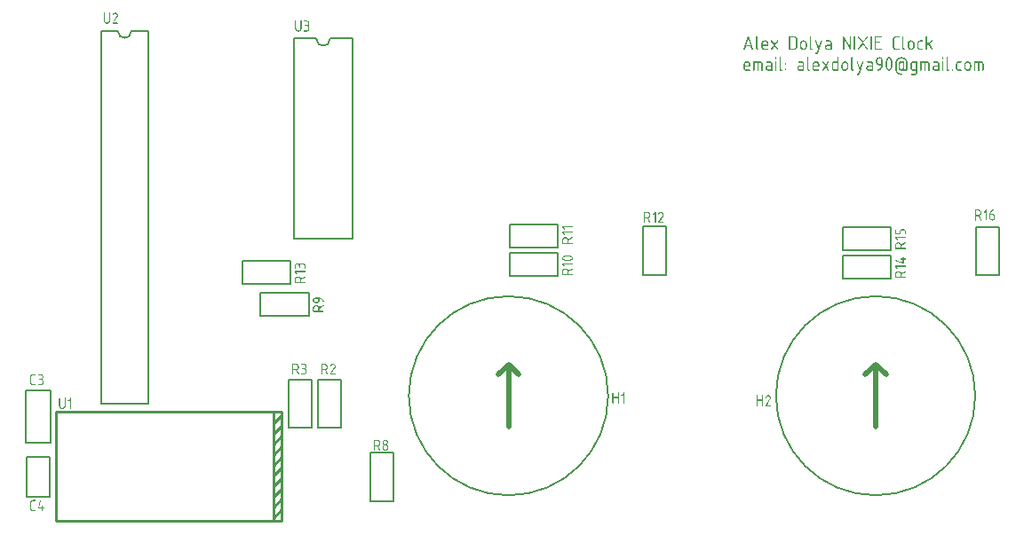
<source format=gto>
G04 Layer_Color=16777215*
%FSLAX25Y25*%
%MOIN*%
G70*
G01*
G75*
%ADD27C,0.00787*%
%ADD28C,0.01968*%
%ADD29C,0.00984*%
G36*
X320644Y182741D02*
X320744Y182723D01*
X320854Y182687D01*
X320981Y182632D01*
X321100Y182559D01*
X321218Y182459D01*
X321227Y182450D01*
X321264Y182404D01*
X321319Y182341D01*
X321373Y182259D01*
X321428Y182149D01*
X321482Y182022D01*
X321519Y181876D01*
X321528Y181721D01*
Y179389D01*
Y179380D01*
Y179352D01*
X321519Y179307D01*
X321492Y179261D01*
X321464Y179216D01*
X321419Y179170D01*
X321355Y179143D01*
X321264Y179134D01*
X319952D01*
X319897Y179143D01*
X319815Y179152D01*
X319715Y179170D01*
X319597Y179207D01*
X319478Y179261D01*
X319351Y179325D01*
X319232Y179425D01*
X319223Y179444D01*
X319187Y179480D01*
X319141Y179544D01*
X319087Y179635D01*
X319023Y179735D01*
X318977Y179863D01*
X318941Y180008D01*
X318932Y180163D01*
Y180172D01*
Y180209D01*
X318941Y180263D01*
X318950Y180336D01*
X318968Y180418D01*
X318986Y180500D01*
X319023Y180591D01*
X319068Y180683D01*
Y180692D01*
X319087Y180701D01*
X319096Y180728D01*
X319123Y180765D01*
X319196Y180847D01*
X319287Y180947D01*
X319414Y181038D01*
X319569Y181120D01*
X319660Y181156D01*
X319761Y181184D01*
X319861Y181193D01*
X319970Y181202D01*
X321009D01*
Y181721D01*
Y181730D01*
Y181757D01*
X321000Y181794D01*
X320990Y181849D01*
X320972Y181903D01*
X320945Y181967D01*
X320908Y182031D01*
X320854Y182086D01*
X320845Y182095D01*
X320827Y182113D01*
X320799Y182131D01*
X320754Y182167D01*
X320699Y182195D01*
X320635Y182213D01*
X320571Y182231D01*
X320490Y182240D01*
X319414D01*
X319369Y182259D01*
X319323Y182277D01*
X319278Y182304D01*
X319232Y182350D01*
X319205Y182413D01*
X319196Y182495D01*
Y182505D01*
Y182541D01*
X319214Y182577D01*
X319232Y182632D01*
X319260Y182678D01*
X319305Y182723D01*
X319369Y182750D01*
X319451Y182760D01*
X320562D01*
X320644Y182741D01*
D02*
G37*
G36*
X313584Y184299D02*
X313639Y184272D01*
X313684Y184245D01*
X313730Y184199D01*
X313757Y184135D01*
X313766Y184044D01*
Y179908D01*
Y179899D01*
Y179872D01*
X313785Y179844D01*
X313803Y179799D01*
X313830Y179753D01*
X313876Y179717D01*
X313939Y179671D01*
X314021Y179644D01*
X314031D01*
X314058Y179635D01*
X314103Y179617D01*
X314149Y179589D01*
X314194Y179562D01*
X314240Y179516D01*
X314267Y179462D01*
X314277Y179389D01*
Y179380D01*
Y179352D01*
X314267Y179307D01*
X314249Y179261D01*
X314213Y179216D01*
X314167Y179170D01*
X314103Y179143D01*
X314021Y179134D01*
X313967D01*
X313903Y179143D01*
X313821Y179161D01*
X313730Y179179D01*
X313639Y179216D01*
X313548Y179271D01*
X313457Y179334D01*
X313447Y179343D01*
X313420Y179371D01*
X313393Y179416D01*
X313356Y179489D01*
X313311Y179571D01*
X313283Y179662D01*
X313256Y179781D01*
X313247Y179908D01*
Y184044D01*
Y184053D01*
Y184090D01*
X313265Y184126D01*
X313283Y184181D01*
X313311Y184226D01*
X313356Y184272D01*
X313420Y184299D01*
X313502Y184308D01*
X313548D01*
X313584Y184299D01*
D02*
G37*
G36*
X311006Y182750D02*
X311106Y182741D01*
X311234Y182714D01*
X311370Y182668D01*
X311525Y182596D01*
X311680Y182505D01*
X311826Y182377D01*
X311844Y182359D01*
X311890Y182313D01*
X311944Y182231D01*
X312017Y182122D01*
X312090Y181985D01*
X312145Y181830D01*
X312190Y181657D01*
X312209Y181457D01*
Y180428D01*
Y180418D01*
Y180400D01*
Y180373D01*
X312199Y180336D01*
X312190Y180236D01*
X312163Y180109D01*
X312117Y179963D01*
X312045Y179817D01*
X311953Y179653D01*
X311826Y179507D01*
X311808Y179489D01*
X311762Y179453D01*
X311680Y179389D01*
X311571Y179325D01*
X311434Y179252D01*
X311279Y179189D01*
X311106Y179152D01*
X310915Y179134D01*
X310860D01*
X310824Y179143D01*
X310723Y179152D01*
X310596Y179179D01*
X310450Y179225D01*
X310304Y179289D01*
X310140Y179380D01*
X309995Y179507D01*
X309977Y179526D01*
X309940Y179580D01*
X309876Y179653D01*
X309813Y179762D01*
X309740Y179899D01*
X309676Y180054D01*
X309640Y180236D01*
X309621Y180428D01*
Y181457D01*
Y181466D01*
Y181484D01*
Y181512D01*
X309630Y181548D01*
X309640Y181648D01*
X309667Y181776D01*
X309712Y181922D01*
X309776Y182076D01*
X309867Y182231D01*
X309995Y182377D01*
X310013Y182395D01*
X310068Y182441D01*
X310140Y182495D01*
X310250Y182568D01*
X310386Y182641D01*
X310541Y182696D01*
X310723Y182741D01*
X310915Y182760D01*
X310969D01*
X311006Y182750D01*
D02*
G37*
G36*
X340003Y184308D02*
X340058Y184281D01*
X340103Y184254D01*
X340149Y184208D01*
X340176Y184144D01*
X340185Y184053D01*
Y184044D01*
Y184017D01*
X340176Y183971D01*
X340149Y183926D01*
X340122Y183880D01*
X340076Y183835D01*
X340012Y183807D01*
X339921Y183798D01*
X338117D01*
Y182240D01*
X339447D01*
X339493Y182231D01*
X339539Y182204D01*
X339584Y182177D01*
X339630Y182131D01*
X339657Y182067D01*
X339666Y181976D01*
Y181967D01*
Y181940D01*
X339657Y181894D01*
X339639Y181849D01*
X339602Y181803D01*
X339557Y181757D01*
X339493Y181730D01*
X339411Y181721D01*
X338117D01*
Y179653D01*
X339967D01*
X340003Y179644D01*
X340058Y179617D01*
X340103Y179589D01*
X340149Y179544D01*
X340176Y179480D01*
X340185Y179389D01*
Y179380D01*
Y179352D01*
X340176Y179307D01*
X340149Y179261D01*
X340122Y179216D01*
X340076Y179170D01*
X340012Y179143D01*
X339921Y179134D01*
X337817D01*
X337771Y179152D01*
X337726Y179170D01*
X337680Y179198D01*
X337634Y179243D01*
X337607Y179307D01*
X337598Y179389D01*
Y184053D01*
Y184062D01*
Y184099D01*
X337616Y184135D01*
X337634Y184190D01*
X337662Y184236D01*
X337707Y184281D01*
X337771Y184308D01*
X337853Y184318D01*
X339967D01*
X340003Y184308D01*
D02*
G37*
G36*
X336377Y184299D02*
X336432Y184272D01*
X336477Y184245D01*
X336523Y184199D01*
X336550Y184135D01*
X336560Y184044D01*
Y179389D01*
Y179380D01*
Y179352D01*
X336550Y179307D01*
X336523Y179261D01*
X336496Y179216D01*
X336450Y179170D01*
X336386Y179143D01*
X336295Y179134D01*
X336259D01*
X336213Y179152D01*
X336168Y179170D01*
X336122Y179198D01*
X336077Y179243D01*
X336049Y179307D01*
X336040Y179389D01*
Y184044D01*
Y184053D01*
Y184090D01*
X336058Y184126D01*
X336077Y184181D01*
X336104Y184226D01*
X336150Y184272D01*
X336213Y184299D01*
X336295Y184308D01*
X336341D01*
X336377Y184299D01*
D02*
G37*
G36*
X330155D02*
X330210Y184272D01*
X330255Y184245D01*
X330301Y184199D01*
X330328Y184135D01*
X330337Y184044D01*
Y179389D01*
Y179380D01*
Y179352D01*
X330328Y179307D01*
X330301Y179261D01*
X330274Y179216D01*
X330228Y179170D01*
X330164Y179143D01*
X330073Y179134D01*
X330037D01*
X329991Y179152D01*
X329946Y179170D01*
X329900Y179198D01*
X329855Y179243D01*
X329827Y179307D01*
X329818Y179389D01*
Y184044D01*
Y184053D01*
Y184090D01*
X329836Y184126D01*
X329855Y184181D01*
X329882Y184226D01*
X329927Y184272D01*
X329991Y184299D01*
X330073Y184308D01*
X330119D01*
X330155Y184299D01*
D02*
G37*
G36*
X307371Y184308D02*
X307471Y184299D01*
X307599Y184272D01*
X307745Y184226D01*
X307899Y184153D01*
X308054Y184062D01*
X308200Y183935D01*
X308218Y183917D01*
X308264Y183871D01*
X308318Y183789D01*
X308391Y183680D01*
X308464Y183543D01*
X308519Y183388D01*
X308564Y183215D01*
X308583Y183015D01*
Y180428D01*
Y180418D01*
Y180400D01*
Y180373D01*
X308574Y180336D01*
X308564Y180236D01*
X308537Y180109D01*
X308492Y179963D01*
X308419Y179817D01*
X308328Y179653D01*
X308200Y179507D01*
X308182Y179489D01*
X308136Y179453D01*
X308054Y179389D01*
X307945Y179325D01*
X307808Y179252D01*
X307653Y179189D01*
X307471Y179152D01*
X307280Y179134D01*
X305695D01*
X305649Y179152D01*
X305604Y179170D01*
X305558Y179198D01*
X305513Y179243D01*
X305485Y179307D01*
X305476Y179389D01*
Y184053D01*
Y184062D01*
Y184099D01*
X305494Y184135D01*
X305513Y184190D01*
X305540Y184236D01*
X305586Y184281D01*
X305649Y184308D01*
X305731Y184318D01*
X307335D01*
X307371Y184308D01*
D02*
G37*
G36*
X363306Y176425D02*
X363361Y176398D01*
X363407Y176371D01*
X363452Y176325D01*
X363480Y176261D01*
X363489Y176170D01*
Y175915D01*
Y175906D01*
Y175879D01*
X363480Y175833D01*
X363452Y175787D01*
X363425Y175733D01*
X363379Y175696D01*
X363316Y175660D01*
X363225Y175651D01*
X363188D01*
X363142Y175669D01*
X363097Y175687D01*
X363051Y175715D01*
X363006Y175760D01*
X362979Y175824D01*
X362969Y175915D01*
Y176170D01*
Y176179D01*
Y176216D01*
X362988Y176252D01*
X363006Y176307D01*
X363033Y176352D01*
X363079Y176398D01*
X363142Y176425D01*
X363225Y176434D01*
X363270D01*
X363306Y176425D01*
D02*
G37*
G36*
X300639D02*
X300693Y176398D01*
X300739Y176371D01*
X300784Y176325D01*
X300812Y176261D01*
X300821Y176170D01*
Y175915D01*
Y175906D01*
Y175879D01*
X300812Y175833D01*
X300784Y175787D01*
X300757Y175733D01*
X300712Y175696D01*
X300648Y175660D01*
X300557Y175651D01*
X300520D01*
X300475Y175669D01*
X300429Y175687D01*
X300384Y175715D01*
X300338Y175760D01*
X300311Y175824D01*
X300302Y175915D01*
Y176170D01*
Y176179D01*
Y176216D01*
X300320Y176252D01*
X300338Y176307D01*
X300365Y176352D01*
X300411Y176398D01*
X300475Y176425D01*
X300557Y176434D01*
X300602D01*
X300639Y176425D01*
D02*
G37*
G36*
X304265Y174357D02*
X304319Y174330D01*
X304365Y174303D01*
X304410Y174257D01*
X304438Y174193D01*
X304447Y174102D01*
Y173847D01*
Y173838D01*
Y173811D01*
X304438Y173765D01*
X304410Y173720D01*
X304383Y173665D01*
X304337Y173628D01*
X304274Y173592D01*
X304183Y173583D01*
X304146D01*
X304101Y173601D01*
X304055Y173619D01*
X304010Y173647D01*
X303964Y173692D01*
X303937Y173756D01*
X303927Y173847D01*
Y174102D01*
Y174111D01*
Y174148D01*
X303946Y174184D01*
X303964Y174239D01*
X303991Y174284D01*
X304037Y174330D01*
X304101Y174357D01*
X304183Y174366D01*
X304228D01*
X304265Y174357D01*
D02*
G37*
G36*
X296503Y182750D02*
X296603Y182741D01*
X296731Y182714D01*
X296876Y182668D01*
X297031Y182596D01*
X297186Y182505D01*
X297332Y182377D01*
X297350Y182359D01*
X297387Y182313D01*
X297450Y182231D01*
X297523Y182122D01*
X297587Y181985D01*
X297651Y181830D01*
X297687Y181657D01*
X297705Y181457D01*
Y180683D01*
X295637D01*
Y180163D01*
Y180154D01*
Y180127D01*
X295647Y180090D01*
X295656Y180036D01*
X295674Y179981D01*
X295701Y179917D01*
X295738Y179863D01*
X295783Y179799D01*
X295792Y179790D01*
X295811Y179781D01*
X295847Y179753D01*
X295883Y179726D01*
X295938Y179699D01*
X296002Y179681D01*
X296075Y179662D01*
X296148Y179653D01*
X297487D01*
X297523Y179644D01*
X297578Y179617D01*
X297623Y179589D01*
X297669Y179544D01*
X297696Y179480D01*
X297705Y179389D01*
Y179380D01*
Y179352D01*
X297696Y179307D01*
X297669Y179261D01*
X297642Y179216D01*
X297596Y179170D01*
X297532Y179143D01*
X297441Y179134D01*
X296129D01*
X296075Y179143D01*
X295993Y179152D01*
X295893Y179170D01*
X295783Y179207D01*
X295656Y179261D01*
X295537Y179325D01*
X295419Y179425D01*
X295410Y179444D01*
X295373Y179480D01*
X295328Y179544D01*
X295273Y179635D01*
X295209Y179735D01*
X295164Y179863D01*
X295127Y180008D01*
X295118Y180163D01*
Y181457D01*
Y181466D01*
Y181484D01*
Y181512D01*
X295127Y181548D01*
X295136Y181648D01*
X295164Y181776D01*
X295209Y181922D01*
X295273Y182076D01*
X295364Y182231D01*
X295492Y182377D01*
X295510Y182395D01*
X295565Y182441D01*
X295637Y182495D01*
X295747Y182568D01*
X295883Y182641D01*
X296038Y182696D01*
X296220Y182741D01*
X296412Y182760D01*
X296466D01*
X296503Y182750D01*
D02*
G37*
G36*
X293387Y184299D02*
X293442Y184272D01*
X293487Y184245D01*
X293533Y184199D01*
X293560Y184135D01*
X293569Y184044D01*
Y179908D01*
Y179899D01*
Y179872D01*
X293588Y179844D01*
X293606Y179799D01*
X293633Y179753D01*
X293679Y179717D01*
X293742Y179671D01*
X293825Y179644D01*
X293834D01*
X293861Y179635D01*
X293906Y179617D01*
X293952Y179589D01*
X293998Y179562D01*
X294043Y179516D01*
X294071Y179462D01*
X294080Y179389D01*
Y179380D01*
Y179352D01*
X294071Y179307D01*
X294052Y179261D01*
X294016Y179216D01*
X293970Y179170D01*
X293906Y179143D01*
X293825Y179134D01*
X293770D01*
X293706Y179143D01*
X293624Y179161D01*
X293533Y179179D01*
X293442Y179216D01*
X293351Y179271D01*
X293260Y179334D01*
X293251Y179343D01*
X293223Y179371D01*
X293196Y179416D01*
X293160Y179489D01*
X293114Y179571D01*
X293087Y179662D01*
X293059Y179781D01*
X293050Y179908D01*
Y184044D01*
Y184053D01*
Y184090D01*
X293068Y184126D01*
X293087Y184181D01*
X293114Y184226D01*
X293160Y184272D01*
X293223Y184299D01*
X293305Y184308D01*
X293351D01*
X293387Y184299D01*
D02*
G37*
G36*
X290253D02*
X290290Y184281D01*
X290335Y184263D01*
X290381Y184226D01*
X290417Y184172D01*
X290445Y184108D01*
X291993Y179471D01*
Y179462D01*
X292003Y179444D01*
Y179389D01*
Y179380D01*
Y179352D01*
X291993Y179307D01*
X291975Y179261D01*
X291939Y179216D01*
X291893Y179170D01*
X291829Y179143D01*
X291747Y179134D01*
X291720D01*
X291684Y179143D01*
X291647Y179152D01*
X291602Y179179D01*
X291565Y179207D01*
X291529Y179252D01*
X291501Y179307D01*
X291128Y180428D01*
X289260D01*
X288887Y179307D01*
Y179298D01*
X288878Y179280D01*
X288832Y179225D01*
X288796Y179189D01*
X288759Y179161D01*
X288705Y179143D01*
X288641Y179134D01*
X288604D01*
X288559Y179152D01*
X288513Y179170D01*
X288459Y179198D01*
X288422Y179243D01*
X288386Y179307D01*
X288377Y179389D01*
Y179398D01*
Y179416D01*
X288395Y179471D01*
X289934Y184099D01*
Y184108D01*
X289953Y184135D01*
X289971Y184163D01*
X289998Y184208D01*
X290026Y184245D01*
X290071Y184272D01*
X290126Y184299D01*
X290190Y184308D01*
X290217D01*
X290253Y184299D01*
D02*
G37*
G36*
X346735Y184308D02*
X346790Y184281D01*
X346836Y184254D01*
X346881Y184208D01*
X346908Y184144D01*
X346918Y184053D01*
Y184044D01*
Y184017D01*
X346908Y183971D01*
X346881Y183926D01*
X346854Y183880D01*
X346808Y183835D01*
X346744Y183807D01*
X346653Y183798D01*
X345569D01*
X345505Y183789D01*
X345433Y183771D01*
X345342Y183744D01*
X345251Y183698D01*
X345159Y183643D01*
X345068Y183570D01*
X345059Y183561D01*
X345032Y183534D01*
X344995Y183479D01*
X344959Y183416D01*
X344922Y183334D01*
X344886Y183242D01*
X344859Y183133D01*
X344850Y183015D01*
Y180428D01*
Y180409D01*
Y180373D01*
X344859Y180309D01*
X344877Y180236D01*
X344904Y180145D01*
X344941Y180054D01*
X344995Y179963D01*
X345068Y179872D01*
X345077Y179863D01*
X345114Y179835D01*
X345159Y179799D01*
X345223Y179762D01*
X345305Y179726D01*
X345396Y179690D01*
X345505Y179662D01*
X345624Y179653D01*
X346699D01*
X346735Y179644D01*
X346790Y179617D01*
X346836Y179589D01*
X346881Y179544D01*
X346908Y179480D01*
X346918Y179389D01*
Y179380D01*
Y179352D01*
X346908Y179307D01*
X346881Y179261D01*
X346854Y179216D01*
X346808Y179170D01*
X346744Y179143D01*
X346653Y179134D01*
X345569D01*
X345533Y179143D01*
X345433Y179152D01*
X345305Y179179D01*
X345159Y179225D01*
X345014Y179289D01*
X344850Y179380D01*
X344704Y179507D01*
X344686Y179526D01*
X344649Y179580D01*
X344585Y179653D01*
X344522Y179762D01*
X344449Y179899D01*
X344385Y180054D01*
X344349Y180236D01*
X344330Y180428D01*
Y183015D01*
Y183024D01*
Y183042D01*
Y183069D01*
X344339Y183106D01*
X344349Y183206D01*
X344376Y183334D01*
X344421Y183479D01*
X344485Y183634D01*
X344576Y183789D01*
X344704Y183935D01*
X344722Y183953D01*
X344777Y183999D01*
X344850Y184053D01*
X344959Y184126D01*
X345096Y184199D01*
X345251Y184254D01*
X345433Y184299D01*
X345624Y184318D01*
X346699D01*
X346735Y184308D01*
D02*
G37*
G36*
X24671Y57290D02*
X24752Y57283D01*
X24854Y57261D01*
X24970Y57225D01*
X25094Y57166D01*
X25218Y57094D01*
X25335Y56991D01*
X25350Y56977D01*
X25386Y56940D01*
X25430Y56875D01*
X25488Y56787D01*
X25546Y56678D01*
X25590Y56554D01*
X25627Y56408D01*
X25641Y56255D01*
Y56248D01*
Y56233D01*
Y56204D01*
X25634Y56168D01*
X25627Y56124D01*
X25619Y56073D01*
X25590Y55956D01*
X25539Y55825D01*
X25510Y55759D01*
X25466Y55686D01*
X25415Y55621D01*
X25364Y55548D01*
X25298Y55482D01*
X25226Y55424D01*
X25233D01*
X25240Y55409D01*
X25262Y55395D01*
X25291Y55366D01*
X25357Y55300D01*
X25437Y55205D01*
X25510Y55081D01*
X25576Y54943D01*
X25605Y54863D01*
X25627Y54775D01*
X25634Y54688D01*
X25641Y54593D01*
Y54185D01*
Y54177D01*
Y54163D01*
Y54141D01*
X25634Y54112D01*
X25627Y54032D01*
X25605Y53930D01*
X25568Y53813D01*
X25510Y53696D01*
X25437Y53565D01*
X25335Y53448D01*
X25320Y53434D01*
X25284Y53405D01*
X25218Y53354D01*
X25131Y53303D01*
X25021Y53244D01*
X24897Y53193D01*
X24752Y53164D01*
X24599Y53150D01*
X23746D01*
X23709Y53164D01*
X23673Y53179D01*
X23629Y53201D01*
X23600Y53237D01*
X23571Y53288D01*
X23563Y53354D01*
Y53361D01*
Y53390D01*
X23578Y53419D01*
X23593Y53463D01*
X23615Y53500D01*
X23651Y53536D01*
X23702Y53558D01*
X23775Y53565D01*
X24642D01*
X24693Y53572D01*
X24752Y53587D01*
X24825Y53609D01*
X24897Y53638D01*
X24970Y53682D01*
X25043Y53740D01*
X25051Y53747D01*
X25073Y53777D01*
X25102Y53813D01*
X25138Y53864D01*
X25167Y53930D01*
X25196Y54002D01*
X25218Y54090D01*
X25226Y54185D01*
Y54593D01*
Y54608D01*
Y54637D01*
X25218Y54688D01*
X25204Y54746D01*
X25182Y54819D01*
X25145Y54892D01*
X25102Y54965D01*
X25043Y55038D01*
X25036Y55045D01*
X25014Y55067D01*
X24970Y55096D01*
X24919Y55133D01*
X24854Y55162D01*
X24781Y55191D01*
X24693Y55213D01*
X24599Y55220D01*
X24154D01*
X24117Y55235D01*
X24081Y55249D01*
X24045Y55271D01*
X24008Y55307D01*
X23986Y55358D01*
X23979Y55424D01*
Y55431D01*
Y55461D01*
X23993Y55490D01*
X24008Y55533D01*
X24030Y55570D01*
X24066Y55606D01*
X24117Y55628D01*
X24183Y55635D01*
X24642D01*
X24693Y55643D01*
X24752Y55657D01*
X24825Y55679D01*
X24897Y55708D01*
X24970Y55752D01*
X25043Y55810D01*
X25051Y55818D01*
X25073Y55847D01*
X25102Y55883D01*
X25138Y55934D01*
X25167Y56000D01*
X25196Y56073D01*
X25218Y56160D01*
X25226Y56255D01*
Y56270D01*
Y56299D01*
X25218Y56343D01*
X25204Y56408D01*
X25182Y56474D01*
X25145Y56547D01*
X25102Y56620D01*
X25043Y56693D01*
X25036Y56700D01*
X25014Y56722D01*
X24970Y56751D01*
X24919Y56787D01*
X24854Y56824D01*
X24781Y56853D01*
X24693Y56875D01*
X24599Y56882D01*
X23746D01*
X23709Y56897D01*
X23673Y56911D01*
X23629Y56933D01*
X23600Y56970D01*
X23571Y57021D01*
X23563Y57086D01*
Y57094D01*
Y57123D01*
X23578Y57152D01*
X23593Y57196D01*
X23615Y57232D01*
X23651Y57269D01*
X23702Y57290D01*
X23775Y57298D01*
X24642D01*
X24671Y57290D01*
D02*
G37*
G36*
X22594D02*
X22638Y57269D01*
X22674Y57247D01*
X22711Y57210D01*
X22732Y57159D01*
X22740Y57086D01*
Y57079D01*
Y57057D01*
X22732Y57021D01*
X22711Y56984D01*
X22689Y56948D01*
X22652Y56911D01*
X22601Y56889D01*
X22528Y56882D01*
X21661D01*
X21610Y56875D01*
X21551Y56860D01*
X21478Y56838D01*
X21406Y56802D01*
X21333Y56758D01*
X21260Y56700D01*
X21252Y56693D01*
X21231Y56671D01*
X21202Y56627D01*
X21172Y56576D01*
X21143Y56510D01*
X21114Y56437D01*
X21092Y56350D01*
X21085Y56255D01*
Y54185D01*
Y54170D01*
Y54141D01*
X21092Y54090D01*
X21107Y54032D01*
X21129Y53959D01*
X21158Y53886D01*
X21202Y53813D01*
X21260Y53740D01*
X21267Y53733D01*
X21296Y53711D01*
X21333Y53682D01*
X21384Y53653D01*
X21449Y53623D01*
X21522Y53594D01*
X21610Y53572D01*
X21704Y53565D01*
X22565D01*
X22594Y53558D01*
X22638Y53536D01*
X22674Y53514D01*
X22711Y53478D01*
X22732Y53427D01*
X22740Y53354D01*
Y53346D01*
Y53325D01*
X22732Y53288D01*
X22711Y53252D01*
X22689Y53215D01*
X22652Y53179D01*
X22601Y53157D01*
X22528Y53150D01*
X21661D01*
X21632Y53157D01*
X21551Y53164D01*
X21449Y53186D01*
X21333Y53223D01*
X21216Y53273D01*
X21085Y53346D01*
X20968Y53448D01*
X20954Y53463D01*
X20924Y53507D01*
X20873Y53565D01*
X20822Y53653D01*
X20764Y53762D01*
X20713Y53886D01*
X20684Y54032D01*
X20669Y54185D01*
Y56255D01*
Y56262D01*
Y56277D01*
Y56299D01*
X20677Y56328D01*
X20684Y56408D01*
X20706Y56510D01*
X20742Y56627D01*
X20793Y56751D01*
X20866Y56875D01*
X20968Y56991D01*
X20983Y57006D01*
X21026Y57042D01*
X21085Y57086D01*
X21172Y57144D01*
X21282Y57203D01*
X21406Y57247D01*
X21551Y57283D01*
X21704Y57298D01*
X22565D01*
X22594Y57290D01*
D02*
G37*
G36*
X334820Y184299D02*
X334865Y184272D01*
X334911Y184245D01*
X334956Y184199D01*
X334983Y184135D01*
X334993Y184044D01*
Y184035D01*
Y183999D01*
X334974Y183953D01*
X334956Y183898D01*
X333499Y181721D01*
X334956Y179535D01*
X334965Y179526D01*
X334974Y179489D01*
X334983Y179444D01*
X334993Y179389D01*
Y179380D01*
Y179352D01*
X334983Y179307D01*
X334965Y179261D01*
X334929Y179216D01*
X334883Y179170D01*
X334820Y179143D01*
X334737Y179134D01*
X334710D01*
X334655Y179152D01*
X334583Y179179D01*
X334546Y179207D01*
X334519Y179243D01*
X333180Y181247D01*
X331840Y179243D01*
X331831Y179225D01*
X331786Y179189D01*
X331722Y179152D01*
X331677Y179143D01*
X331631Y179134D01*
X331595D01*
X331549Y179152D01*
X331504Y179170D01*
X331449Y179198D01*
X331412Y179243D01*
X331376Y179307D01*
X331367Y179389D01*
Y179407D01*
X331376Y179435D01*
X331385Y179489D01*
X331412Y179535D01*
X332870Y181721D01*
X331412Y183898D01*
X331403Y183907D01*
X331394Y183944D01*
X331376Y183990D01*
X331367Y184044D01*
Y184053D01*
Y184090D01*
X331385Y184126D01*
X331403Y184181D01*
X331431Y184226D01*
X331476Y184272D01*
X331540Y184299D01*
X331631Y184308D01*
X331658D01*
X331713Y184290D01*
X331777Y184263D01*
X331813Y184226D01*
X331840Y184190D01*
X333180Y182186D01*
X334519Y184190D01*
Y184199D01*
X334537Y184208D01*
X334574Y184254D01*
X334646Y184290D01*
X334683Y184299D01*
X334737Y184308D01*
X334774D01*
X334820Y184299D01*
D02*
G37*
G36*
X243584Y50393D02*
X243627Y50371D01*
X243664Y50349D01*
X243700Y50313D01*
X243722Y50262D01*
X243729Y50189D01*
Y46464D01*
Y46457D01*
Y46435D01*
X243722Y46398D01*
X243700Y46362D01*
X243678Y46325D01*
X243642Y46289D01*
X243591Y46267D01*
X243518Y46260D01*
X243489D01*
X243453Y46274D01*
X243416Y46289D01*
X243380Y46311D01*
X243343Y46347D01*
X243321Y46398D01*
X243314Y46464D01*
Y49693D01*
X242833Y49212D01*
X242826Y49205D01*
X242796Y49183D01*
X242745Y49161D01*
X242687Y49154D01*
X242658D01*
X242621Y49169D01*
X242585Y49183D01*
X242548Y49205D01*
X242512Y49241D01*
X242490Y49292D01*
X242483Y49358D01*
Y49365D01*
Y49373D01*
X242490Y49409D01*
X242505Y49460D01*
X242541Y49504D01*
X243350Y50313D01*
X243358Y50320D01*
X243365Y50328D01*
X243401Y50357D01*
X243453Y50386D01*
X243489Y50401D01*
X243554D01*
X243584Y50393D01*
D02*
G37*
G36*
X24671Y10039D02*
X24708Y10017D01*
X24744Y9995D01*
X24781Y9959D01*
X24803Y9908D01*
X24810Y9835D01*
Y9827D01*
Y9820D01*
X24803Y9776D01*
X24045Y7152D01*
X25021D01*
Y7772D01*
Y7779D01*
Y7801D01*
X25036Y7837D01*
X25051Y7874D01*
X25073Y7910D01*
X25109Y7947D01*
X25160Y7969D01*
X25226Y7976D01*
X25262D01*
X25291Y7969D01*
X25335Y7954D01*
X25371Y7925D01*
X25408Y7888D01*
X25430Y7837D01*
X25437Y7772D01*
Y7152D01*
X25882D01*
X25911Y7145D01*
X25955Y7123D01*
X25991Y7101D01*
X26027Y7065D01*
X26049Y7014D01*
X26057Y6941D01*
Y6933D01*
Y6911D01*
X26049Y6875D01*
X26027Y6839D01*
X26006Y6802D01*
X25969Y6766D01*
X25918Y6744D01*
X25845Y6737D01*
X25437D01*
Y6110D01*
Y6102D01*
Y6081D01*
X25430Y6044D01*
X25408Y6008D01*
X25386Y5971D01*
X25350Y5935D01*
X25298Y5913D01*
X25226Y5906D01*
X25196D01*
X25160Y5920D01*
X25124Y5935D01*
X25087Y5957D01*
X25051Y5993D01*
X25029Y6044D01*
X25021Y6110D01*
Y6737D01*
X23746D01*
X23709Y6751D01*
X23673Y6766D01*
X23636Y6788D01*
X23600Y6824D01*
X23578Y6875D01*
X23571Y6941D01*
Y6948D01*
Y6963D01*
Y6999D01*
X24402Y9893D01*
Y9900D01*
X24409Y9915D01*
X24424Y9944D01*
X24445Y9973D01*
X24475Y9995D01*
X24504Y10024D01*
X24555Y10039D01*
X24606Y10046D01*
X24635D01*
X24671Y10039D01*
D02*
G37*
G36*
X22594Y10046D02*
X22638Y10024D01*
X22674Y10002D01*
X22711Y9966D01*
X22732Y9915D01*
X22740Y9842D01*
Y9835D01*
Y9813D01*
X22732Y9776D01*
X22711Y9740D01*
X22689Y9704D01*
X22652Y9667D01*
X22601Y9645D01*
X22528Y9638D01*
X21661D01*
X21610Y9631D01*
X21551Y9616D01*
X21478Y9594D01*
X21406Y9558D01*
X21333Y9514D01*
X21260Y9456D01*
X21252Y9448D01*
X21231Y9427D01*
X21202Y9383D01*
X21172Y9332D01*
X21143Y9266D01*
X21114Y9193D01*
X21092Y9106D01*
X21085Y9011D01*
Y6941D01*
Y6926D01*
Y6897D01*
X21092Y6846D01*
X21107Y6788D01*
X21129Y6715D01*
X21158Y6642D01*
X21202Y6569D01*
X21260Y6496D01*
X21267Y6489D01*
X21296Y6467D01*
X21333Y6438D01*
X21384Y6408D01*
X21449Y6379D01*
X21522Y6350D01*
X21610Y6328D01*
X21704Y6321D01*
X22565D01*
X22594Y6314D01*
X22638Y6292D01*
X22674Y6270D01*
X22711Y6234D01*
X22732Y6182D01*
X22740Y6110D01*
Y6102D01*
Y6081D01*
X22732Y6044D01*
X22711Y6008D01*
X22689Y5971D01*
X22652Y5935D01*
X22601Y5913D01*
X22528Y5906D01*
X21661D01*
X21632Y5913D01*
X21551Y5920D01*
X21449Y5942D01*
X21333Y5978D01*
X21216Y6029D01*
X21085Y6102D01*
X20968Y6204D01*
X20954Y6219D01*
X20924Y6263D01*
X20873Y6321D01*
X20822Y6408D01*
X20764Y6518D01*
X20713Y6642D01*
X20684Y6788D01*
X20669Y6941D01*
Y9011D01*
Y9018D01*
Y9033D01*
Y9055D01*
X20677Y9084D01*
X20684Y9164D01*
X20706Y9266D01*
X20742Y9383D01*
X20793Y9507D01*
X20866Y9631D01*
X20968Y9747D01*
X20983Y9762D01*
X21026Y9798D01*
X21085Y9842D01*
X21172Y9900D01*
X21282Y9959D01*
X21406Y10002D01*
X21551Y10039D01*
X21704Y10053D01*
X22565D01*
X22594Y10046D01*
D02*
G37*
G36*
X301149Y182750D02*
X301204Y182732D01*
X301249Y182696D01*
X301295Y182650D01*
X301322Y182587D01*
X301331Y182505D01*
Y182486D01*
X301322Y182450D01*
X301313Y182404D01*
X301286Y182350D01*
X300347Y180947D01*
X301286Y179535D01*
X301295Y179526D01*
X301313Y179489D01*
X301322Y179444D01*
X301331Y179389D01*
Y179380D01*
Y179352D01*
X301322Y179307D01*
X301295Y179261D01*
X301267Y179216D01*
X301222Y179170D01*
X301158Y179143D01*
X301067Y179134D01*
X301049D01*
X300985Y179152D01*
X300921Y179179D01*
X300885Y179207D01*
X300848Y179243D01*
X300028Y180473D01*
X299208Y179243D01*
X299199Y179225D01*
X299154Y179189D01*
X299090Y179152D01*
X299044Y179143D01*
X298999Y179134D01*
X298981D01*
X298935Y179143D01*
X298871Y179161D01*
X298808Y179207D01*
X298799Y179216D01*
X298771Y179261D01*
X298744Y179316D01*
X298735Y179389D01*
Y179407D01*
X298744Y179435D01*
X298753Y179489D01*
X298780Y179535D01*
X299719Y180947D01*
X298780Y182350D01*
X298771Y182359D01*
X298762Y182395D01*
X298744Y182441D01*
X298735Y182495D01*
Y182505D01*
Y182541D01*
X298753Y182577D01*
X298771Y182632D01*
X298799Y182678D01*
X298844Y182723D01*
X298908Y182750D01*
X298999Y182760D01*
X299026D01*
X299081Y182741D01*
X299145Y182714D01*
X299181Y182678D01*
X299208Y182641D01*
X300028Y181411D01*
X300848Y182641D01*
Y182650D01*
X300867Y182659D01*
X300903Y182705D01*
X300976Y182741D01*
X301021Y182750D01*
X301067Y182760D01*
X301113D01*
X301149Y182750D01*
D02*
G37*
G36*
X355545D02*
X355590Y182723D01*
X355636Y182696D01*
X355681Y182650D01*
X355709Y182587D01*
X355718Y182495D01*
Y182486D01*
Y182459D01*
X355709Y182413D01*
X355691Y182368D01*
X355654Y182322D01*
X355609Y182277D01*
X355545Y182249D01*
X355463Y182240D01*
X354643D01*
X354606Y182231D01*
X354552Y182222D01*
X354497Y182204D01*
X354433Y182177D01*
X354379Y182140D01*
X354315Y182086D01*
X354306Y182076D01*
X354297Y182058D01*
X354269Y182022D01*
X354242Y181985D01*
X354215Y181931D01*
X354197Y181867D01*
X354178Y181794D01*
X354169Y181721D01*
Y180163D01*
Y180154D01*
Y180127D01*
X354178Y180090D01*
X354187Y180036D01*
X354206Y179981D01*
X354233Y179917D01*
X354269Y179863D01*
X354315Y179799D01*
X354324Y179790D01*
X354342Y179781D01*
X354379Y179753D01*
X354415Y179726D01*
X354470Y179699D01*
X354534Y179681D01*
X354606Y179662D01*
X354679Y179653D01*
X355499D01*
X355545Y179644D01*
X355590Y179617D01*
X355636Y179589D01*
X355681Y179544D01*
X355709Y179480D01*
X355718Y179389D01*
Y179380D01*
Y179352D01*
X355709Y179307D01*
X355691Y179261D01*
X355654Y179216D01*
X355609Y179170D01*
X355545Y179143D01*
X355463Y179134D01*
X354661D01*
X354606Y179143D01*
X354524Y179152D01*
X354424Y179170D01*
X354315Y179207D01*
X354187Y179261D01*
X354069Y179325D01*
X353951Y179425D01*
X353941Y179444D01*
X353905Y179480D01*
X353859Y179544D01*
X353805Y179635D01*
X353741Y179735D01*
X353695Y179863D01*
X353659Y180008D01*
X353650Y180163D01*
Y181721D01*
Y181730D01*
Y181739D01*
X353659Y181794D01*
X353668Y181876D01*
X353686Y181976D01*
X353723Y182095D01*
X353777Y182213D01*
X353850Y182341D01*
X353951Y182459D01*
X353969Y182468D01*
X354005Y182505D01*
X354069Y182550D01*
X354151Y182614D01*
X354260Y182668D01*
X354388Y182714D01*
X354524Y182750D01*
X354679Y182760D01*
X355499D01*
X355545Y182750D01*
D02*
G37*
G36*
X351409D02*
X351509Y182741D01*
X351637Y182714D01*
X351773Y182668D01*
X351928Y182596D01*
X352083Y182505D01*
X352229Y182377D01*
X352247Y182359D01*
X352292Y182313D01*
X352347Y182231D01*
X352420Y182122D01*
X352493Y181985D01*
X352548Y181830D01*
X352593Y181657D01*
X352611Y181457D01*
Y180428D01*
Y180418D01*
Y180400D01*
Y180373D01*
X352602Y180336D01*
X352593Y180236D01*
X352566Y180109D01*
X352520Y179963D01*
X352447Y179817D01*
X352356Y179653D01*
X352229Y179507D01*
X352210Y179489D01*
X352165Y179453D01*
X352083Y179389D01*
X351974Y179325D01*
X351837Y179252D01*
X351682Y179189D01*
X351509Y179152D01*
X351318Y179134D01*
X351263D01*
X351227Y179143D01*
X351126Y179152D01*
X350999Y179179D01*
X350853Y179225D01*
X350707Y179289D01*
X350543Y179380D01*
X350398Y179507D01*
X350379Y179526D01*
X350343Y179580D01*
X350279Y179653D01*
X350215Y179762D01*
X350143Y179899D01*
X350079Y180054D01*
X350042Y180236D01*
X350024Y180428D01*
Y181457D01*
Y181466D01*
Y181484D01*
Y181512D01*
X350033Y181548D01*
X350042Y181648D01*
X350070Y181776D01*
X350115Y181922D01*
X350179Y182076D01*
X350270Y182231D01*
X350398Y182377D01*
X350416Y182395D01*
X350470Y182441D01*
X350543Y182495D01*
X350653Y182568D01*
X350789Y182641D01*
X350944Y182696D01*
X351126Y182741D01*
X351318Y182760D01*
X351372D01*
X351409Y182750D01*
D02*
G37*
G36*
X348293Y184299D02*
X348348Y184272D01*
X348393Y184245D01*
X348439Y184199D01*
X348466Y184135D01*
X348475Y184044D01*
Y179908D01*
Y179899D01*
Y179872D01*
X348494Y179844D01*
X348512Y179799D01*
X348539Y179753D01*
X348585Y179717D01*
X348649Y179671D01*
X348730Y179644D01*
X348740D01*
X348767Y179635D01*
X348813Y179617D01*
X348858Y179589D01*
X348904Y179562D01*
X348949Y179516D01*
X348976Y179462D01*
X348986Y179389D01*
Y179380D01*
Y179352D01*
X348976Y179307D01*
X348958Y179261D01*
X348922Y179216D01*
X348876Y179170D01*
X348813Y179143D01*
X348730Y179134D01*
X348676D01*
X348612Y179143D01*
X348530Y179161D01*
X348439Y179179D01*
X348348Y179216D01*
X348257Y179271D01*
X348166Y179334D01*
X348156Y179343D01*
X348129Y179371D01*
X348102Y179416D01*
X348065Y179489D01*
X348020Y179571D01*
X347993Y179662D01*
X347965Y179781D01*
X347956Y179908D01*
Y184044D01*
Y184053D01*
Y184090D01*
X347974Y184126D01*
X347993Y184181D01*
X348020Y184226D01*
X348065Y184272D01*
X348129Y184299D01*
X348211Y184308D01*
X348257D01*
X348293Y184299D01*
D02*
G37*
G36*
X328597D02*
X328652Y184272D01*
X328698Y184245D01*
X328743Y184199D01*
X328770Y184135D01*
X328780Y184044D01*
Y179389D01*
Y179380D01*
Y179352D01*
X328770Y179307D01*
X328743Y179261D01*
X328716Y179216D01*
X328670Y179170D01*
X328607Y179143D01*
X328515Y179134D01*
X328488D01*
X328461Y179143D01*
X328424Y179152D01*
X328351Y179189D01*
X328315Y179216D01*
X328288Y179261D01*
X326192Y183051D01*
Y179389D01*
Y179380D01*
Y179352D01*
X326183Y179307D01*
X326156Y179261D01*
X326129Y179216D01*
X326083Y179170D01*
X326019Y179143D01*
X325928Y179134D01*
X325892D01*
X325846Y179152D01*
X325801Y179170D01*
X325755Y179198D01*
X325710Y179243D01*
X325682Y179307D01*
X325673Y179389D01*
Y184044D01*
Y184053D01*
Y184090D01*
X325691Y184126D01*
X325710Y184181D01*
X325737Y184226D01*
X325782Y184272D01*
X325846Y184299D01*
X325928Y184308D01*
X325956D01*
X325983Y184299D01*
X326019Y184290D01*
X326056Y184272D01*
X326101Y184245D01*
X326138Y184208D01*
X326174Y184153D01*
X328260Y180391D01*
Y184044D01*
Y184053D01*
Y184090D01*
X328278Y184126D01*
X328297Y184181D01*
X328324Y184226D01*
X328370Y184272D01*
X328433Y184299D01*
X328515Y184308D01*
X328561D01*
X328597Y184299D01*
D02*
G37*
G36*
X317720Y182750D02*
X317775Y182723D01*
X317820Y182696D01*
X317866Y182650D01*
X317893Y182587D01*
X317902Y182495D01*
Y182486D01*
Y182468D01*
X317884Y182413D01*
X316335Y177758D01*
Y177749D01*
X316326Y177731D01*
X316281Y177667D01*
X316244Y177631D01*
X316208Y177603D01*
X316153Y177585D01*
X316089Y177576D01*
X315525D01*
X315479Y177594D01*
X315433Y177612D01*
X315388Y177640D01*
X315342Y177685D01*
X315315Y177749D01*
X315306Y177840D01*
Y177849D01*
Y177877D01*
X315315Y177913D01*
X315333Y177950D01*
X315360Y177995D01*
X315397Y178041D01*
X315452Y178068D01*
X315525Y178095D01*
X315898D01*
X316326Y179389D01*
X315324Y182413D01*
Y182423D01*
X315315Y182441D01*
X315306Y182495D01*
Y182505D01*
Y182541D01*
X315324Y182577D01*
X315342Y182632D01*
X315370Y182678D01*
X315415Y182723D01*
X315479Y182750D01*
X315570Y182760D01*
X315597D01*
X315634Y182750D01*
X315670Y182741D01*
X315707Y182714D01*
X315752Y182687D01*
X315789Y182641D01*
X315816Y182577D01*
X316599Y180209D01*
X317392Y182577D01*
Y182587D01*
X317401Y182605D01*
X317447Y182668D01*
X317474Y182705D01*
X317520Y182732D01*
X317574Y182750D01*
X317638Y182760D01*
X317684D01*
X317720Y182750D01*
D02*
G37*
G36*
X357093Y184299D02*
X357148Y184272D01*
X357194Y184245D01*
X357239Y184199D01*
X357266Y184135D01*
X357276Y184044D01*
Y181466D01*
X358925Y182705D01*
X358934Y182714D01*
X358970Y182732D01*
X359025Y182741D01*
X359079Y182750D01*
X359125D01*
X359161Y182741D01*
X359216Y182723D01*
X359262Y182687D01*
X359307Y182641D01*
X359334Y182577D01*
X359344Y182495D01*
Y182486D01*
Y182477D01*
X359334Y182423D01*
X359298Y182350D01*
X359280Y182313D01*
X359243Y182286D01*
X358232Y181530D01*
X359316Y179507D01*
X359325Y179498D01*
X359334Y179480D01*
X359344Y179435D01*
Y179389D01*
Y179371D01*
X359334Y179325D01*
X359307Y179271D01*
X359262Y179207D01*
X359253Y179198D01*
X359216Y179170D01*
X359152Y179143D01*
X359079Y179134D01*
X359052D01*
X358997Y179152D01*
X358961Y179170D01*
X358925Y179189D01*
X358888Y179225D01*
X358852Y179271D01*
X357813Y181220D01*
X357276Y180810D01*
Y179389D01*
Y179380D01*
Y179352D01*
X357266Y179307D01*
X357239Y179261D01*
X357212Y179216D01*
X357166Y179170D01*
X357103Y179143D01*
X357012Y179134D01*
X356975D01*
X356929Y179152D01*
X356884Y179170D01*
X356838Y179198D01*
X356793Y179243D01*
X356766Y179307D01*
X356756Y179389D01*
Y184044D01*
Y184053D01*
Y184090D01*
X356775Y184126D01*
X356793Y184181D01*
X356820Y184226D01*
X356866Y184272D01*
X356929Y184299D01*
X357012Y184308D01*
X357057D01*
X357093Y184299D01*
D02*
G37*
G36*
X323942Y176425D02*
X323997Y176398D01*
X324042Y176371D01*
X324088Y176325D01*
X324115Y176261D01*
X324124Y176170D01*
Y171515D01*
Y171506D01*
Y171478D01*
X324115Y171433D01*
X324088Y171387D01*
X324061Y171342D01*
X324015Y171296D01*
X323951Y171269D01*
X323860Y171260D01*
X322548D01*
X322494Y171269D01*
X322412Y171278D01*
X322311Y171296D01*
X322193Y171333D01*
X322075Y171387D01*
X321947Y171451D01*
X321829Y171551D01*
X321819Y171570D01*
X321783Y171606D01*
X321738Y171670D01*
X321683Y171761D01*
X321628Y171861D01*
X321583Y171989D01*
X321546Y172134D01*
X321537Y172289D01*
Y173847D01*
Y173856D01*
Y173893D01*
X321546Y173947D01*
X321555Y174020D01*
X321574Y174102D01*
X321592Y174184D01*
X321628Y174275D01*
X321674Y174366D01*
Y174375D01*
X321692Y174385D01*
X321701Y174412D01*
X321728Y174448D01*
X321801Y174530D01*
X321892Y174630D01*
X322020Y174722D01*
X322175Y174804D01*
X322257Y174840D01*
X322357Y174867D01*
X322457Y174876D01*
X322567Y174886D01*
X323605D01*
Y176170D01*
Y176179D01*
Y176216D01*
X323623Y176252D01*
X323641Y176307D01*
X323669Y176352D01*
X323714Y176398D01*
X323778Y176425D01*
X323860Y176434D01*
X323906D01*
X323942Y176425D01*
D02*
G37*
G36*
X315670Y174876D02*
X315771Y174867D01*
X315898Y174840D01*
X316044Y174794D01*
X316199Y174722D01*
X316354Y174630D01*
X316499Y174503D01*
X316517Y174485D01*
X316554Y174439D01*
X316618Y174357D01*
X316691Y174248D01*
X316754Y174111D01*
X316818Y173956D01*
X316855Y173783D01*
X316873Y173583D01*
Y172809D01*
X314805D01*
Y172289D01*
Y172280D01*
Y172253D01*
X314814Y172216D01*
X314823Y172162D01*
X314841Y172107D01*
X314869Y172043D01*
X314905Y171989D01*
X314951Y171925D01*
X314960Y171916D01*
X314978Y171907D01*
X315014Y171879D01*
X315051Y171852D01*
X315106Y171825D01*
X315169Y171806D01*
X315242Y171788D01*
X315315Y171779D01*
X316654D01*
X316691Y171770D01*
X316745Y171743D01*
X316791Y171715D01*
X316836Y171670D01*
X316864Y171606D01*
X316873Y171515D01*
Y171506D01*
Y171478D01*
X316864Y171433D01*
X316836Y171387D01*
X316809Y171342D01*
X316763Y171296D01*
X316700Y171269D01*
X316609Y171260D01*
X315297D01*
X315242Y171269D01*
X315160Y171278D01*
X315060Y171296D01*
X314951Y171333D01*
X314823Y171387D01*
X314705Y171451D01*
X314586Y171551D01*
X314577Y171570D01*
X314541Y171606D01*
X314495Y171670D01*
X314440Y171761D01*
X314377Y171861D01*
X314331Y171989D01*
X314295Y172134D01*
X314286Y172289D01*
Y173583D01*
Y173592D01*
Y173610D01*
Y173638D01*
X314295Y173674D01*
X314304Y173774D01*
X314331Y173902D01*
X314377Y174048D01*
X314440Y174202D01*
X314531Y174357D01*
X314659Y174503D01*
X314677Y174521D01*
X314732Y174567D01*
X314805Y174621D01*
X314914Y174694D01*
X315051Y174767D01*
X315206Y174822D01*
X315388Y174867D01*
X315579Y174886D01*
X315634D01*
X315670Y174876D01*
D02*
G37*
G36*
X312555Y176425D02*
X312609Y176398D01*
X312655Y176371D01*
X312700Y176325D01*
X312728Y176261D01*
X312737Y176170D01*
Y172034D01*
Y172025D01*
Y171998D01*
X312755Y171970D01*
X312773Y171925D01*
X312801Y171879D01*
X312846Y171843D01*
X312910Y171797D01*
X312992Y171770D01*
X313001D01*
X313028Y171761D01*
X313074Y171743D01*
X313120Y171715D01*
X313165Y171688D01*
X313211Y171642D01*
X313238Y171588D01*
X313247Y171515D01*
Y171506D01*
Y171478D01*
X313238Y171433D01*
X313220Y171387D01*
X313183Y171342D01*
X313138Y171296D01*
X313074Y171269D01*
X312992Y171260D01*
X312937D01*
X312874Y171269D01*
X312791Y171287D01*
X312700Y171305D01*
X312609Y171342D01*
X312518Y171397D01*
X312427Y171460D01*
X312418Y171469D01*
X312391Y171497D01*
X312363Y171542D01*
X312327Y171615D01*
X312281Y171697D01*
X312254Y171788D01*
X312227Y171907D01*
X312218Y172034D01*
Y176170D01*
Y176179D01*
Y176216D01*
X312236Y176252D01*
X312254Y176307D01*
X312281Y176352D01*
X312327Y176398D01*
X312391Y176425D01*
X312473Y176434D01*
X312518D01*
X312555Y176425D01*
D02*
G37*
G36*
X336186Y174867D02*
X336286Y174849D01*
X336396Y174813D01*
X336523Y174758D01*
X336642Y174685D01*
X336760Y174585D01*
X336769Y174576D01*
X336806Y174530D01*
X336860Y174467D01*
X336915Y174385D01*
X336969Y174275D01*
X337024Y174148D01*
X337061Y174002D01*
X337070Y173847D01*
Y171515D01*
Y171506D01*
Y171478D01*
X337061Y171433D01*
X337033Y171387D01*
X337006Y171342D01*
X336960Y171296D01*
X336897Y171269D01*
X336806Y171260D01*
X335494D01*
X335439Y171269D01*
X335357Y171278D01*
X335257Y171296D01*
X335138Y171333D01*
X335020Y171387D01*
X334892Y171451D01*
X334774Y171551D01*
X334765Y171570D01*
X334728Y171606D01*
X334683Y171670D01*
X334628Y171761D01*
X334564Y171861D01*
X334519Y171989D01*
X334482Y172134D01*
X334473Y172289D01*
Y172298D01*
Y172335D01*
X334482Y172389D01*
X334491Y172462D01*
X334510Y172544D01*
X334528Y172626D01*
X334564Y172717D01*
X334610Y172809D01*
Y172818D01*
X334628Y172827D01*
X334637Y172854D01*
X334665Y172890D01*
X334737Y172973D01*
X334829Y173073D01*
X334956Y173164D01*
X335111Y173246D01*
X335202Y173282D01*
X335302Y173310D01*
X335402Y173319D01*
X335512Y173328D01*
X336550D01*
Y173847D01*
Y173856D01*
Y173883D01*
X336541Y173920D01*
X336532Y173975D01*
X336514Y174029D01*
X336487Y174093D01*
X336450Y174157D01*
X336396Y174212D01*
X336386Y174221D01*
X336368Y174239D01*
X336341Y174257D01*
X336295Y174293D01*
X336241Y174321D01*
X336177Y174339D01*
X336113Y174357D01*
X336031Y174366D01*
X334956D01*
X334911Y174385D01*
X334865Y174403D01*
X334820Y174430D01*
X334774Y174476D01*
X334747Y174539D01*
X334737Y174621D01*
Y174630D01*
Y174667D01*
X334756Y174703D01*
X334774Y174758D01*
X334801Y174804D01*
X334847Y174849D01*
X334911Y174876D01*
X334993Y174886D01*
X336104D01*
X336186Y174867D01*
D02*
G37*
G36*
X329126Y176425D02*
X329180Y176398D01*
X329226Y176371D01*
X329272Y176325D01*
X329299Y176261D01*
X329308Y176170D01*
Y172034D01*
Y172025D01*
Y171998D01*
X329326Y171970D01*
X329344Y171925D01*
X329372Y171879D01*
X329417Y171843D01*
X329481Y171797D01*
X329563Y171770D01*
X329572D01*
X329599Y171761D01*
X329645Y171743D01*
X329691Y171715D01*
X329736Y171688D01*
X329782Y171642D01*
X329809Y171588D01*
X329818Y171515D01*
Y171506D01*
Y171478D01*
X329809Y171433D01*
X329791Y171387D01*
X329754Y171342D01*
X329709Y171296D01*
X329645Y171269D01*
X329563Y171260D01*
X329508D01*
X329445Y171269D01*
X329363Y171287D01*
X329272Y171305D01*
X329180Y171342D01*
X329089Y171397D01*
X328998Y171460D01*
X328989Y171469D01*
X328962Y171497D01*
X328934Y171542D01*
X328898Y171615D01*
X328852Y171697D01*
X328825Y171788D01*
X328798Y171907D01*
X328789Y172034D01*
Y176170D01*
Y176179D01*
Y176216D01*
X328807Y176252D01*
X328825Y176307D01*
X328852Y176352D01*
X328898Y176398D01*
X328962Y176425D01*
X329044Y176434D01*
X329089D01*
X329126Y176425D01*
D02*
G37*
G36*
X326548Y174876D02*
X326648Y174867D01*
X326775Y174840D01*
X326912Y174794D01*
X327067Y174722D01*
X327222Y174630D01*
X327367Y174503D01*
X327386Y174485D01*
X327431Y174439D01*
X327486Y174357D01*
X327559Y174248D01*
X327632Y174111D01*
X327686Y173956D01*
X327732Y173783D01*
X327750Y173583D01*
Y172554D01*
Y172544D01*
Y172526D01*
Y172499D01*
X327741Y172462D01*
X327732Y172362D01*
X327705Y172235D01*
X327659Y172089D01*
X327586Y171943D01*
X327495Y171779D01*
X327367Y171633D01*
X327349Y171615D01*
X327304Y171579D01*
X327222Y171515D01*
X327112Y171451D01*
X326976Y171378D01*
X326821Y171315D01*
X326648Y171278D01*
X326456Y171260D01*
X326402D01*
X326365Y171269D01*
X326265Y171278D01*
X326138Y171305D01*
X325992Y171351D01*
X325846Y171415D01*
X325682Y171506D01*
X325536Y171633D01*
X325518Y171652D01*
X325482Y171706D01*
X325418Y171779D01*
X325354Y171888D01*
X325281Y172025D01*
X325218Y172180D01*
X325181Y172362D01*
X325163Y172554D01*
Y173583D01*
Y173592D01*
Y173610D01*
Y173638D01*
X325172Y173674D01*
X325181Y173774D01*
X325208Y173902D01*
X325254Y174048D01*
X325318Y174202D01*
X325409Y174357D01*
X325536Y174503D01*
X325555Y174521D01*
X325609Y174567D01*
X325682Y174621D01*
X325792Y174694D01*
X325928Y174767D01*
X326083Y174822D01*
X326265Y174867D01*
X326456Y174886D01*
X326511D01*
X326548Y174876D01*
D02*
G37*
G36*
X310295Y174867D02*
X310396Y174849D01*
X310505Y174813D01*
X310632Y174758D01*
X310751Y174685D01*
X310869Y174585D01*
X310878Y174576D01*
X310915Y174530D01*
X310969Y174467D01*
X311024Y174385D01*
X311079Y174275D01*
X311134Y174148D01*
X311170Y174002D01*
X311179Y173847D01*
Y171515D01*
Y171506D01*
Y171478D01*
X311170Y171433D01*
X311143Y171387D01*
X311115Y171342D01*
X311070Y171296D01*
X311006Y171269D01*
X310915Y171260D01*
X309603D01*
X309548Y171269D01*
X309466Y171278D01*
X309366Y171296D01*
X309248Y171333D01*
X309129Y171387D01*
X309002Y171451D01*
X308883Y171551D01*
X308874Y171570D01*
X308838Y171606D01*
X308792Y171670D01*
X308738Y171761D01*
X308674Y171861D01*
X308628Y171989D01*
X308592Y172134D01*
X308583Y172289D01*
Y172298D01*
Y172335D01*
X308592Y172389D01*
X308601Y172462D01*
X308619Y172544D01*
X308637Y172626D01*
X308674Y172717D01*
X308719Y172809D01*
Y172818D01*
X308738Y172827D01*
X308747Y172854D01*
X308774Y172890D01*
X308847Y172973D01*
X308938Y173073D01*
X309066Y173164D01*
X309220Y173246D01*
X309312Y173282D01*
X309412Y173310D01*
X309512Y173319D01*
X309621Y173328D01*
X310660D01*
Y173847D01*
Y173856D01*
Y173883D01*
X310651Y173920D01*
X310642Y173975D01*
X310623Y174029D01*
X310596Y174093D01*
X310560Y174157D01*
X310505Y174212D01*
X310496Y174221D01*
X310478Y174239D01*
X310450Y174257D01*
X310405Y174293D01*
X310350Y174321D01*
X310286Y174339D01*
X310223Y174357D01*
X310140Y174366D01*
X309066D01*
X309020Y174385D01*
X308974Y174403D01*
X308929Y174430D01*
X308883Y174476D01*
X308856Y174539D01*
X308847Y174621D01*
Y174630D01*
Y174667D01*
X308865Y174703D01*
X308883Y174758D01*
X308911Y174804D01*
X308956Y174849D01*
X309020Y174876D01*
X309102Y174886D01*
X310213D01*
X310295Y174867D01*
D02*
G37*
G36*
X294763D02*
X294863Y174849D01*
X294972Y174813D01*
X295100Y174758D01*
X295218Y174685D01*
X295337Y174585D01*
X295346Y174576D01*
X295382Y174530D01*
X295437Y174467D01*
X295492Y174385D01*
X295546Y174275D01*
X295601Y174148D01*
X295637Y174002D01*
X295647Y173847D01*
Y171515D01*
Y171506D01*
Y171478D01*
X295637Y171433D01*
X295610Y171387D01*
X295583Y171342D01*
X295537Y171296D01*
X295473Y171269D01*
X295382Y171260D01*
X295346D01*
X295300Y171278D01*
X295255Y171296D01*
X295209Y171324D01*
X295164Y171369D01*
X295136Y171433D01*
X295127Y171515D01*
Y173847D01*
Y173856D01*
Y173883D01*
X295118Y173920D01*
X295109Y173975D01*
X295091Y174029D01*
X295063Y174093D01*
X295027Y174157D01*
X294972Y174212D01*
X294963Y174221D01*
X294945Y174239D01*
X294918Y174257D01*
X294872Y174293D01*
X294817Y174321D01*
X294754Y174339D01*
X294690Y174357D01*
X294608Y174366D01*
X294089D01*
Y171515D01*
Y171506D01*
Y171478D01*
X294080Y171433D01*
X294052Y171387D01*
X294025Y171342D01*
X293979Y171296D01*
X293916Y171269D01*
X293825Y171260D01*
X293788D01*
X293742Y171278D01*
X293697Y171296D01*
X293651Y171324D01*
X293606Y171369D01*
X293579Y171433D01*
X293569Y171515D01*
Y174366D01*
X292531D01*
Y171515D01*
Y171506D01*
Y171478D01*
X292522Y171433D01*
X292494Y171387D01*
X292467Y171342D01*
X292422Y171296D01*
X292358Y171269D01*
X292267Y171260D01*
X292230D01*
X292185Y171278D01*
X292139Y171296D01*
X292094Y171324D01*
X292048Y171369D01*
X292021Y171433D01*
X292012Y171515D01*
Y174621D01*
Y174630D01*
Y174667D01*
X292030Y174703D01*
X292048Y174758D01*
X292075Y174804D01*
X292121Y174849D01*
X292185Y174876D01*
X292267Y174886D01*
X294681D01*
X294763Y174867D01*
D02*
G37*
G36*
X289771Y174876D02*
X289871Y174867D01*
X289998Y174840D01*
X290144Y174794D01*
X290299Y174722D01*
X290454Y174630D01*
X290600Y174503D01*
X290618Y174485D01*
X290654Y174439D01*
X290718Y174357D01*
X290791Y174248D01*
X290855Y174111D01*
X290918Y173956D01*
X290955Y173783D01*
X290973Y173583D01*
Y172809D01*
X288905D01*
Y172289D01*
Y172280D01*
Y172253D01*
X288914Y172216D01*
X288923Y172162D01*
X288942Y172107D01*
X288969Y172043D01*
X289005Y171989D01*
X289051Y171925D01*
X289060Y171916D01*
X289078Y171907D01*
X289115Y171879D01*
X289151Y171852D01*
X289206Y171825D01*
X289269Y171806D01*
X289342Y171788D01*
X289415Y171779D01*
X290754D01*
X290791Y171770D01*
X290845Y171743D01*
X290891Y171715D01*
X290937Y171670D01*
X290964Y171606D01*
X290973Y171515D01*
Y171506D01*
Y171478D01*
X290964Y171433D01*
X290937Y171387D01*
X290909Y171342D01*
X290864Y171296D01*
X290800Y171269D01*
X290709Y171260D01*
X289397D01*
X289342Y171269D01*
X289260Y171278D01*
X289160Y171296D01*
X289051Y171333D01*
X288923Y171387D01*
X288805Y171451D01*
X288686Y171551D01*
X288677Y171570D01*
X288641Y171606D01*
X288595Y171670D01*
X288541Y171761D01*
X288477Y171861D01*
X288431Y171989D01*
X288395Y172134D01*
X288386Y172289D01*
Y173583D01*
Y173592D01*
Y173610D01*
Y173638D01*
X288395Y173674D01*
X288404Y173774D01*
X288431Y173902D01*
X288477Y174048D01*
X288541Y174202D01*
X288632Y174357D01*
X288759Y174503D01*
X288778Y174521D01*
X288832Y174567D01*
X288905Y174621D01*
X289014Y174694D01*
X289151Y174767D01*
X289306Y174822D01*
X289488Y174867D01*
X289679Y174886D01*
X289734D01*
X289771Y174876D01*
D02*
G37*
G36*
X353459D02*
X353513Y174849D01*
X353559Y174822D01*
X353604Y174776D01*
X353632Y174713D01*
X353641Y174621D01*
Y170741D01*
Y170731D01*
Y170722D01*
Y170668D01*
X353623Y170586D01*
X353604Y170485D01*
X353568Y170367D01*
X353513Y170249D01*
X353440Y170121D01*
X353340Y170003D01*
X353331Y169994D01*
X353286Y169957D01*
X353222Y169912D01*
X353140Y169857D01*
X353030Y169793D01*
X352903Y169748D01*
X352757Y169711D01*
X352602Y169702D01*
X351536D01*
X351491Y169720D01*
X351445Y169738D01*
X351391Y169766D01*
X351354Y169811D01*
X351318Y169875D01*
X351309Y169966D01*
Y169975D01*
Y170003D01*
X351327Y170048D01*
X351345Y170094D01*
X351372Y170139D01*
X351418Y170185D01*
X351482Y170212D01*
X351573Y170221D01*
X352639D01*
X352675Y170230D01*
X352730Y170239D01*
X352784Y170258D01*
X352848Y170285D01*
X352903Y170322D01*
X352967Y170376D01*
X352976Y170385D01*
X352994Y170404D01*
X353012Y170440D01*
X353049Y170476D01*
X353076Y170531D01*
X353094Y170595D01*
X353112Y170668D01*
X353121Y170741D01*
Y171260D01*
X352028D01*
X351983Y171269D01*
X351873Y171287D01*
X351746Y171324D01*
X351600Y171387D01*
X351454Y171478D01*
X351381Y171533D01*
X351309Y171606D01*
X351245Y171679D01*
X351190Y171770D01*
X351181Y171779D01*
X351172Y171816D01*
X351145Y171861D01*
X351126Y171925D01*
X351099Y171998D01*
X351072Y172089D01*
X351063Y172189D01*
X351054Y172289D01*
Y173847D01*
Y173856D01*
Y173865D01*
X351063Y173920D01*
X351072Y174002D01*
X351090Y174102D01*
X351126Y174221D01*
X351181Y174339D01*
X351245Y174467D01*
X351345Y174585D01*
X351363Y174594D01*
X351400Y174630D01*
X351464Y174676D01*
X351555Y174740D01*
X351655Y174794D01*
X351782Y174840D01*
X351928Y174876D01*
X352083Y174886D01*
X353422D01*
X353459Y174876D01*
D02*
G37*
G36*
X302197Y176425D02*
X302251Y176398D01*
X302297Y176371D01*
X302342Y176325D01*
X302370Y176261D01*
X302379Y176170D01*
Y172034D01*
Y172025D01*
Y171998D01*
X302397Y171970D01*
X302415Y171925D01*
X302443Y171879D01*
X302488Y171843D01*
X302552Y171797D01*
X302634Y171770D01*
X302643D01*
X302670Y171761D01*
X302716Y171743D01*
X302761Y171715D01*
X302807Y171688D01*
X302853Y171642D01*
X302880Y171588D01*
X302889Y171515D01*
Y171506D01*
Y171478D01*
X302880Y171433D01*
X302862Y171387D01*
X302825Y171342D01*
X302780Y171296D01*
X302716Y171269D01*
X302634Y171260D01*
X302579D01*
X302515Y171269D01*
X302433Y171287D01*
X302342Y171305D01*
X302251Y171342D01*
X302160Y171397D01*
X302069Y171460D01*
X302060Y171469D01*
X302033Y171497D01*
X302005Y171542D01*
X301969Y171615D01*
X301923Y171697D01*
X301896Y171788D01*
X301869Y171907D01*
X301859Y172034D01*
Y176170D01*
Y176179D01*
Y176216D01*
X301878Y176252D01*
X301896Y176307D01*
X301923Y176352D01*
X301969Y176398D01*
X302033Y176425D01*
X302115Y176434D01*
X302160D01*
X302197Y176425D01*
D02*
G37*
G36*
X300639Y174867D02*
X300693Y174849D01*
X300739Y174813D01*
X300784Y174767D01*
X300812Y174703D01*
X300821Y174621D01*
Y171515D01*
Y171506D01*
Y171478D01*
X300812Y171433D01*
X300784Y171387D01*
X300757Y171342D01*
X300712Y171296D01*
X300648Y171269D01*
X300557Y171260D01*
X300520D01*
X300475Y171278D01*
X300429Y171296D01*
X300384Y171324D01*
X300338Y171369D01*
X300311Y171433D01*
X300302Y171515D01*
Y174621D01*
Y174630D01*
Y174658D01*
X300320Y174703D01*
X300338Y174749D01*
X300365Y174794D01*
X300411Y174840D01*
X300475Y174867D01*
X300557Y174876D01*
X300602D01*
X300639Y174867D01*
D02*
G37*
G36*
X298379D02*
X298480Y174849D01*
X298589Y174813D01*
X298717Y174758D01*
X298835Y174685D01*
X298953Y174585D01*
X298962Y174576D01*
X298999Y174530D01*
X299054Y174467D01*
X299108Y174385D01*
X299163Y174275D01*
X299218Y174148D01*
X299254Y174002D01*
X299263Y173847D01*
Y171515D01*
Y171506D01*
Y171478D01*
X299254Y171433D01*
X299227Y171387D01*
X299199Y171342D01*
X299154Y171296D01*
X299090Y171269D01*
X298999Y171260D01*
X297687D01*
X297633Y171269D01*
X297551Y171278D01*
X297450Y171296D01*
X297332Y171333D01*
X297213Y171387D01*
X297086Y171451D01*
X296968Y171551D01*
X296958Y171570D01*
X296922Y171606D01*
X296876Y171670D01*
X296822Y171761D01*
X296758Y171861D01*
X296712Y171989D01*
X296676Y172134D01*
X296667Y172289D01*
Y172298D01*
Y172335D01*
X296676Y172389D01*
X296685Y172462D01*
X296703Y172544D01*
X296722Y172626D01*
X296758Y172717D01*
X296803Y172809D01*
Y172818D01*
X296822Y172827D01*
X296831Y172854D01*
X296858Y172890D01*
X296931Y172973D01*
X297022Y173073D01*
X297150Y173164D01*
X297305Y173246D01*
X297396Y173282D01*
X297496Y173310D01*
X297596Y173319D01*
X297705Y173328D01*
X298744D01*
Y173847D01*
Y173856D01*
Y173883D01*
X298735Y173920D01*
X298726Y173975D01*
X298708Y174029D01*
X298680Y174093D01*
X298644Y174157D01*
X298589Y174212D01*
X298580Y174221D01*
X298562Y174239D01*
X298534Y174257D01*
X298489Y174293D01*
X298434Y174321D01*
X298370Y174339D01*
X298307Y174357D01*
X298225Y174366D01*
X297150D01*
X297104Y174385D01*
X297059Y174403D01*
X297013Y174430D01*
X296968Y174476D01*
X296940Y174539D01*
X296931Y174621D01*
Y174630D01*
Y174667D01*
X296949Y174703D01*
X296968Y174758D01*
X296995Y174804D01*
X297040Y174849D01*
X297104Y174876D01*
X297186Y174886D01*
X298298D01*
X298379Y174867D01*
D02*
G37*
G36*
X339493Y176425D02*
X339593Y176416D01*
X339721Y176389D01*
X339857Y176343D01*
X340012Y176270D01*
X340167Y176179D01*
X340313Y176052D01*
X340331Y176033D01*
X340377Y175988D01*
X340431Y175906D01*
X340504Y175797D01*
X340577Y175669D01*
X340632Y175514D01*
X340677Y175332D01*
X340695Y175141D01*
Y173583D01*
Y173565D01*
Y173528D01*
X340686Y173455D01*
X340677Y173364D01*
X340659Y173255D01*
X340632Y173127D01*
X340595Y172982D01*
X340541Y172836D01*
X340477Y172672D01*
X340395Y172499D01*
X340295Y172326D01*
X340176Y172153D01*
X340039Y171979D01*
X339876Y171816D01*
X339684Y171652D01*
X339466Y171506D01*
X339447Y171497D01*
X339402Y171469D01*
X339329Y171424D01*
X339247Y171387D01*
X339156Y171342D01*
X339056Y171296D01*
X338965Y171269D01*
X338883Y171260D01*
X338864D01*
X338819Y171269D01*
X338764Y171287D01*
X338700Y171333D01*
X338691Y171351D01*
X338664Y171387D01*
X338637Y171442D01*
X338628Y171515D01*
Y171524D01*
Y171542D01*
X338637Y171579D01*
X338646Y171615D01*
X338682Y171688D01*
X338709Y171715D01*
X338755Y171734D01*
X338764Y171743D01*
X338801Y171752D01*
X338855Y171770D01*
X338919Y171797D01*
X339074Y171870D01*
X339147Y171907D01*
X339220Y171952D01*
X339229Y171961D01*
X339256Y171979D01*
X339302Y172007D01*
X339356Y172052D01*
X339420Y172107D01*
X339493Y172171D01*
X339566Y172244D01*
X339648Y172326D01*
X339739Y172417D01*
X339821Y172526D01*
X339894Y172635D01*
X339967Y172763D01*
X340030Y172890D01*
X340085Y173027D01*
X340131Y173173D01*
X340158Y173328D01*
X339338D01*
X339302Y173337D01*
X339201Y173346D01*
X339083Y173373D01*
X338937Y173419D01*
X338782Y173483D01*
X338628Y173574D01*
X338482Y173701D01*
X338463Y173720D01*
X338427Y173774D01*
X338363Y173847D01*
X338299Y173956D01*
X338227Y174093D01*
X338163Y174248D01*
X338126Y174430D01*
X338108Y174621D01*
Y175132D01*
Y175141D01*
Y175159D01*
Y175186D01*
X338117Y175223D01*
X338126Y175323D01*
X338154Y175450D01*
X338199Y175596D01*
X338263Y175751D01*
X338354Y175906D01*
X338482Y176052D01*
X338500Y176070D01*
X338555Y176116D01*
X338628Y176170D01*
X338737Y176243D01*
X338874Y176316D01*
X339028Y176371D01*
X339211Y176416D01*
X339402Y176434D01*
X339457D01*
X339493Y176425D01*
D02*
G37*
G36*
X304265Y172280D02*
X304319Y172253D01*
X304365Y172225D01*
X304410Y172180D01*
X304438Y172116D01*
X304447Y172025D01*
Y171770D01*
Y171761D01*
Y171734D01*
X304438Y171688D01*
X304410Y171642D01*
X304383Y171597D01*
X304337Y171551D01*
X304274Y171524D01*
X304183Y171515D01*
X304146D01*
X304101Y171533D01*
X304055Y171551D01*
X304010Y171579D01*
X303964Y171624D01*
X303937Y171688D01*
X303927Y171770D01*
Y172025D01*
Y172034D01*
Y172071D01*
X303946Y172107D01*
X303964Y172162D01*
X303991Y172207D01*
X304037Y172253D01*
X304101Y172280D01*
X304183Y172289D01*
X304228D01*
X304265Y172280D01*
D02*
G37*
G36*
X377637Y174867D02*
X377737Y174849D01*
X377846Y174813D01*
X377974Y174758D01*
X378092Y174685D01*
X378210Y174585D01*
X378220Y174576D01*
X378256Y174530D01*
X378311Y174467D01*
X378365Y174385D01*
X378420Y174275D01*
X378475Y174148D01*
X378511Y174002D01*
X378520Y173847D01*
Y171515D01*
Y171506D01*
Y171478D01*
X378511Y171433D01*
X378484Y171387D01*
X378456Y171342D01*
X378411Y171296D01*
X378347Y171269D01*
X378256Y171260D01*
X378220D01*
X378174Y171278D01*
X378128Y171296D01*
X378083Y171324D01*
X378037Y171369D01*
X378010Y171433D01*
X378001Y171515D01*
Y173847D01*
Y173856D01*
Y173883D01*
X377992Y173920D01*
X377983Y173975D01*
X377964Y174029D01*
X377937Y174093D01*
X377901Y174157D01*
X377846Y174212D01*
X377837Y174221D01*
X377819Y174239D01*
X377791Y174257D01*
X377746Y174293D01*
X377691Y174321D01*
X377627Y174339D01*
X377564Y174357D01*
X377482Y174366D01*
X376962D01*
Y171515D01*
Y171506D01*
Y171478D01*
X376953Y171433D01*
X376926Y171387D01*
X376899Y171342D01*
X376853Y171296D01*
X376789Y171269D01*
X376698Y171260D01*
X376662D01*
X376616Y171278D01*
X376571Y171296D01*
X376525Y171324D01*
X376480Y171369D01*
X376452Y171433D01*
X376443Y171515D01*
Y174366D01*
X375405D01*
Y171515D01*
Y171506D01*
Y171478D01*
X375395Y171433D01*
X375368Y171387D01*
X375341Y171342D01*
X375295Y171296D01*
X375232Y171269D01*
X375140Y171260D01*
X375104D01*
X375058Y171278D01*
X375013Y171296D01*
X374967Y171324D01*
X374922Y171369D01*
X374894Y171433D01*
X374885Y171515D01*
Y174621D01*
Y174630D01*
Y174667D01*
X374903Y174703D01*
X374922Y174758D01*
X374949Y174804D01*
X374995Y174849D01*
X375058Y174876D01*
X375140Y174886D01*
X377554D01*
X377637Y174867D01*
D02*
G37*
G36*
X372644Y174876D02*
X372744Y174867D01*
X372872Y174840D01*
X373009Y174794D01*
X373164Y174722D01*
X373318Y174630D01*
X373464Y174503D01*
X373482Y174485D01*
X373528Y174439D01*
X373583Y174357D01*
X373655Y174248D01*
X373728Y174111D01*
X373783Y173956D01*
X373829Y173783D01*
X373847Y173583D01*
Y172554D01*
Y172544D01*
Y172526D01*
Y172499D01*
X373838Y172462D01*
X373829Y172362D01*
X373801Y172235D01*
X373756Y172089D01*
X373683Y171943D01*
X373592Y171779D01*
X373464Y171633D01*
X373446Y171615D01*
X373400Y171579D01*
X373318Y171515D01*
X373209Y171451D01*
X373072Y171378D01*
X372918Y171315D01*
X372744Y171278D01*
X372553Y171260D01*
X372498D01*
X372462Y171269D01*
X372362Y171278D01*
X372234Y171305D01*
X372089Y171351D01*
X371943Y171415D01*
X371779Y171506D01*
X371633Y171633D01*
X371615Y171652D01*
X371578Y171706D01*
X371515Y171779D01*
X371451Y171888D01*
X371378Y172025D01*
X371314Y172180D01*
X371278Y172362D01*
X371259Y172554D01*
Y173583D01*
Y173592D01*
Y173610D01*
Y173638D01*
X371269Y173674D01*
X371278Y173774D01*
X371305Y173902D01*
X371351Y174048D01*
X371414Y174202D01*
X371505Y174357D01*
X371633Y174503D01*
X371651Y174521D01*
X371706Y174567D01*
X371779Y174621D01*
X371888Y174694D01*
X372025Y174767D01*
X372180Y174822D01*
X372362Y174867D01*
X372553Y174886D01*
X372608D01*
X372644Y174876D01*
D02*
G37*
G36*
X320316D02*
X320371Y174858D01*
X320417Y174822D01*
X320462Y174776D01*
X320490Y174713D01*
X320499Y174630D01*
Y174612D01*
X320490Y174576D01*
X320480Y174530D01*
X320453Y174476D01*
X319515Y173073D01*
X320453Y171661D01*
X320462Y171652D01*
X320480Y171615D01*
X320490Y171570D01*
X320499Y171515D01*
Y171506D01*
Y171478D01*
X320490Y171433D01*
X320462Y171387D01*
X320435Y171342D01*
X320389Y171296D01*
X320325Y171269D01*
X320234Y171260D01*
X320216D01*
X320152Y171278D01*
X320089Y171305D01*
X320052Y171333D01*
X320016Y171369D01*
X319196Y172599D01*
X318376Y171369D01*
X318367Y171351D01*
X318321Y171315D01*
X318257Y171278D01*
X318212Y171269D01*
X318166Y171260D01*
X318148D01*
X318103Y171269D01*
X318039Y171287D01*
X317975Y171333D01*
X317966Y171342D01*
X317939Y171387D01*
X317911Y171442D01*
X317902Y171515D01*
Y171533D01*
X317911Y171561D01*
X317920Y171615D01*
X317948Y171661D01*
X318886Y173073D01*
X317948Y174476D01*
X317939Y174485D01*
X317930Y174521D01*
X317911Y174567D01*
X317902Y174621D01*
Y174630D01*
Y174667D01*
X317920Y174703D01*
X317939Y174758D01*
X317966Y174804D01*
X318011Y174849D01*
X318075Y174876D01*
X318166Y174886D01*
X318194D01*
X318248Y174867D01*
X318312Y174840D01*
X318349Y174804D01*
X318376Y174767D01*
X319196Y173537D01*
X320016Y174767D01*
Y174776D01*
X320034Y174785D01*
X320070Y174831D01*
X320143Y174867D01*
X320189Y174876D01*
X320234Y174886D01*
X320280D01*
X320316Y174876D01*
D02*
G37*
G36*
X333262D02*
X333316Y174849D01*
X333362Y174822D01*
X333407Y174776D01*
X333435Y174713D01*
X333444Y174621D01*
Y174612D01*
Y174594D01*
X333426Y174539D01*
X331877Y169884D01*
Y169875D01*
X331868Y169857D01*
X331822Y169793D01*
X331786Y169757D01*
X331749Y169729D01*
X331695Y169711D01*
X331631Y169702D01*
X331066D01*
X331021Y169720D01*
X330975Y169738D01*
X330929Y169766D01*
X330884Y169811D01*
X330857Y169875D01*
X330848Y169966D01*
Y169975D01*
Y170003D01*
X330857Y170039D01*
X330875Y170076D01*
X330902Y170121D01*
X330939Y170167D01*
X330993Y170194D01*
X331066Y170221D01*
X331440D01*
X331868Y171515D01*
X330866Y174539D01*
Y174549D01*
X330857Y174567D01*
X330848Y174621D01*
Y174630D01*
Y174667D01*
X330866Y174703D01*
X330884Y174758D01*
X330911Y174804D01*
X330957Y174849D01*
X331021Y174876D01*
X331112Y174886D01*
X331139D01*
X331175Y174876D01*
X331212Y174867D01*
X331248Y174840D01*
X331294Y174813D01*
X331330Y174767D01*
X331358Y174703D01*
X332141Y172335D01*
X332934Y174703D01*
Y174713D01*
X332943Y174731D01*
X332988Y174794D01*
X333016Y174831D01*
X333061Y174858D01*
X333116Y174876D01*
X333180Y174886D01*
X333225D01*
X333262Y174876D01*
D02*
G37*
G36*
X347856Y176434D02*
X347938Y176425D01*
X348038Y176407D01*
X348138Y176389D01*
X348257Y176361D01*
X348384Y176325D01*
X348521Y176279D01*
X348658Y176225D01*
X348794Y176152D01*
X348931Y176079D01*
X349077Y175988D01*
X349213Y175879D01*
X349341Y175760D01*
X349350Y175751D01*
X349368Y175733D01*
X349405Y175687D01*
X349450Y175642D01*
X349496Y175569D01*
X349559Y175496D01*
X349623Y175405D01*
X349687Y175296D01*
X349751Y175177D01*
X349805Y175059D01*
X349869Y174922D01*
X349915Y174776D01*
X349960Y174621D01*
X349997Y174457D01*
X350015Y174284D01*
X350024Y174102D01*
Y172289D01*
Y172271D01*
Y172216D01*
X350015Y172143D01*
X349997Y172043D01*
X349969Y171934D01*
X349924Y171806D01*
X349869Y171688D01*
X349787Y171570D01*
X349778Y171561D01*
X349742Y171524D01*
X349687Y171469D01*
X349605Y171415D01*
X349514Y171360D01*
X349395Y171305D01*
X349259Y171269D01*
X349113Y171260D01*
X349067D01*
X349031Y171269D01*
X348949Y171278D01*
X348849Y171305D01*
X348740Y171351D01*
X348630Y171424D01*
X348530Y171515D01*
X348457Y171642D01*
X348448Y171624D01*
X348412Y171579D01*
X348357Y171524D01*
X348275Y171451D01*
X348166Y171378D01*
X348029Y171324D01*
X347874Y171278D01*
X347683Y171260D01*
X347665D01*
X347610Y171269D01*
X347528Y171278D01*
X347428Y171296D01*
X347309Y171333D01*
X347191Y171387D01*
X347063Y171451D01*
X346945Y171551D01*
X346936Y171570D01*
X346899Y171606D01*
X346854Y171670D01*
X346799Y171761D01*
X346744Y171861D01*
X346699Y171989D01*
X346662Y172134D01*
X346653Y172289D01*
Y173847D01*
Y173856D01*
Y173865D01*
X346662Y173920D01*
X346672Y174002D01*
X346690Y174102D01*
X346726Y174221D01*
X346781Y174339D01*
X346845Y174467D01*
X346945Y174585D01*
X346963Y174594D01*
X347000Y174630D01*
X347063Y174676D01*
X347154Y174740D01*
X347255Y174794D01*
X347382Y174840D01*
X347528Y174876D01*
X347683Y174886D01*
X348503D01*
X348539Y174876D01*
X348594Y174849D01*
X348639Y174822D01*
X348685Y174776D01*
X348712Y174713D01*
X348721Y174621D01*
Y172289D01*
Y172280D01*
Y172271D01*
X348730Y172207D01*
X348740Y172125D01*
X348767Y172034D01*
X348822Y171943D01*
X348885Y171861D01*
X348986Y171797D01*
X349040Y171788D01*
X349113Y171779D01*
X349149D01*
X349177Y171788D01*
X349222Y171797D01*
X349268Y171816D01*
X349323Y171852D01*
X349368Y171888D01*
X349414Y171943D01*
Y171952D01*
X349432Y171970D01*
X349441Y171998D01*
X349459Y172043D01*
X349478Y172089D01*
X349487Y172153D01*
X349505Y172289D01*
Y174102D01*
Y174111D01*
Y174139D01*
Y174175D01*
X349496Y174230D01*
X349487Y174293D01*
X349478Y174366D01*
X349441Y174549D01*
X349377Y174749D01*
X349332Y174858D01*
X349277Y174968D01*
X349213Y175068D01*
X349149Y175177D01*
X349058Y175286D01*
X348967Y175387D01*
X348958Y175396D01*
X348940Y175414D01*
X348913Y175432D01*
X348876Y175469D01*
X348822Y175514D01*
X348758Y175560D01*
X348694Y175605D01*
X348612Y175660D01*
X348421Y175751D01*
X348211Y175842D01*
X348084Y175879D01*
X347965Y175897D01*
X347829Y175915D01*
X347692Y175924D01*
X347619D01*
X347564Y175915D01*
X347501Y175906D01*
X347428Y175897D01*
X347246Y175860D01*
X347045Y175797D01*
X346936Y175751D01*
X346836Y175696D01*
X346726Y175633D01*
X346617Y175569D01*
X346508Y175478D01*
X346407Y175387D01*
X346398Y175378D01*
X346389Y175359D01*
X346362Y175332D01*
X346325Y175296D01*
X346289Y175241D01*
X346243Y175177D01*
X346189Y175104D01*
X346143Y175031D01*
X346043Y174840D01*
X345961Y174621D01*
X345925Y174503D01*
X345906Y174375D01*
X345888Y174239D01*
X345879Y174102D01*
Y172034D01*
Y172025D01*
Y171998D01*
Y171961D01*
X345888Y171907D01*
X345897Y171843D01*
X345906Y171770D01*
X345943Y171597D01*
X346007Y171397D01*
X346052Y171287D01*
X346107Y171178D01*
X346162Y171069D01*
X346234Y170968D01*
X346316Y170859D01*
X346407Y170759D01*
X346416Y170750D01*
X346435Y170731D01*
X346462Y170713D01*
X346508Y170677D01*
X346553Y170631D01*
X346617Y170586D01*
X346690Y170540D01*
X346772Y170495D01*
X346954Y170394D01*
X347173Y170303D01*
X347291Y170267D01*
X347419Y170249D01*
X347546Y170230D01*
X347683Y170221D01*
X347728D01*
X347765Y170212D01*
X347819Y170194D01*
X347865Y170158D01*
X347911Y170112D01*
X347938Y170048D01*
X347947Y169966D01*
Y169948D01*
X347938Y169902D01*
X347911Y169848D01*
X347865Y169784D01*
X347856Y169775D01*
X347819Y169748D01*
X347756Y169711D01*
X347683Y169702D01*
X347637D01*
X347592Y169711D01*
X347519D01*
X347437Y169720D01*
X347346Y169738D01*
X347236Y169757D01*
X347118Y169793D01*
X346990Y169830D01*
X346863Y169875D01*
X346726Y169930D01*
X346590Y169994D01*
X346444Y170076D01*
X346307Y170167D01*
X346171Y170276D01*
X346043Y170394D01*
X346034Y170404D01*
X346016Y170422D01*
X345979Y170467D01*
X345934Y170513D01*
X345888Y170586D01*
X345824Y170659D01*
X345770Y170750D01*
X345706Y170859D01*
X345642Y170968D01*
X345578Y171096D01*
X345515Y171232D01*
X345469Y171378D01*
X345424Y171524D01*
X345387Y171688D01*
X345369Y171861D01*
X345360Y172034D01*
Y174102D01*
Y174111D01*
Y174148D01*
X345369Y174193D01*
Y174266D01*
X345378Y174348D01*
X345396Y174448D01*
X345414Y174549D01*
X345442Y174667D01*
X345478Y174794D01*
X345524Y174931D01*
X345578Y175068D01*
X345642Y175205D01*
X345724Y175341D01*
X345815Y175487D01*
X345916Y175624D01*
X346034Y175751D01*
X346043Y175760D01*
X346061Y175778D01*
X346107Y175815D01*
X346152Y175860D01*
X346225Y175915D01*
X346298Y175970D01*
X346389Y176033D01*
X346498Y176097D01*
X346617Y176161D01*
X346735Y176225D01*
X346872Y176279D01*
X347018Y176334D01*
X347182Y176380D01*
X347337Y176416D01*
X347510Y176434D01*
X347692Y176443D01*
X347783D01*
X347856Y176434D01*
D02*
G37*
G36*
X370048Y174876D02*
X370093Y174849D01*
X370139Y174822D01*
X370184Y174776D01*
X370212Y174713D01*
X370221Y174621D01*
Y174612D01*
Y174585D01*
X370212Y174539D01*
X370194Y174494D01*
X370157Y174448D01*
X370112Y174403D01*
X370048Y174375D01*
X369966Y174366D01*
X369146D01*
X369110Y174357D01*
X369055Y174348D01*
X369000Y174330D01*
X368936Y174303D01*
X368882Y174266D01*
X368818Y174212D01*
X368809Y174202D01*
X368800Y174184D01*
X368773Y174148D01*
X368745Y174111D01*
X368718Y174057D01*
X368700Y173993D01*
X368681Y173920D01*
X368672Y173847D01*
Y172289D01*
Y172280D01*
Y172253D01*
X368681Y172216D01*
X368690Y172162D01*
X368709Y172107D01*
X368736Y172043D01*
X368773Y171989D01*
X368818Y171925D01*
X368827Y171916D01*
X368845Y171907D01*
X368882Y171879D01*
X368918Y171852D01*
X368973Y171825D01*
X369037Y171806D01*
X369110Y171788D01*
X369182Y171779D01*
X370002D01*
X370048Y171770D01*
X370093Y171743D01*
X370139Y171715D01*
X370184Y171670D01*
X370212Y171606D01*
X370221Y171515D01*
Y171506D01*
Y171478D01*
X370212Y171433D01*
X370194Y171387D01*
X370157Y171342D01*
X370112Y171296D01*
X370048Y171269D01*
X369966Y171260D01*
X369164D01*
X369110Y171269D01*
X369028Y171278D01*
X368927Y171296D01*
X368818Y171333D01*
X368690Y171387D01*
X368572Y171451D01*
X368454Y171551D01*
X368444Y171570D01*
X368408Y171606D01*
X368362Y171670D01*
X368308Y171761D01*
X368244Y171861D01*
X368198Y171989D01*
X368162Y172134D01*
X368153Y172289D01*
Y173847D01*
Y173856D01*
Y173865D01*
X368162Y173920D01*
X368171Y174002D01*
X368189Y174102D01*
X368226Y174221D01*
X368281Y174339D01*
X368353Y174467D01*
X368454Y174585D01*
X368472Y174594D01*
X368508Y174630D01*
X368572Y174676D01*
X368654Y174740D01*
X368763Y174794D01*
X368891Y174840D01*
X369028Y174876D01*
X369182Y174886D01*
X370002D01*
X370048Y174876D01*
D02*
G37*
G36*
X361047Y174867D02*
X361147Y174849D01*
X361257Y174813D01*
X361384Y174758D01*
X361503Y174685D01*
X361621Y174585D01*
X361630Y174576D01*
X361667Y174530D01*
X361721Y174467D01*
X361776Y174385D01*
X361831Y174275D01*
X361885Y174148D01*
X361922Y174002D01*
X361931Y173847D01*
Y171515D01*
Y171506D01*
Y171478D01*
X361922Y171433D01*
X361894Y171387D01*
X361867Y171342D01*
X361822Y171296D01*
X361758Y171269D01*
X361667Y171260D01*
X360355D01*
X360300Y171269D01*
X360218Y171278D01*
X360118Y171296D01*
X359999Y171333D01*
X359881Y171387D01*
X359754Y171451D01*
X359635Y171551D01*
X359626Y171570D01*
X359590Y171606D01*
X359544Y171670D01*
X359489Y171761D01*
X359426Y171861D01*
X359380Y171989D01*
X359344Y172134D01*
X359334Y172289D01*
Y172298D01*
Y172335D01*
X359344Y172389D01*
X359353Y172462D01*
X359371Y172544D01*
X359389Y172626D01*
X359426Y172717D01*
X359471Y172809D01*
Y172818D01*
X359489Y172827D01*
X359499Y172854D01*
X359526Y172890D01*
X359599Y172973D01*
X359690Y173073D01*
X359817Y173164D01*
X359972Y173246D01*
X360063Y173282D01*
X360163Y173310D01*
X360264Y173319D01*
X360373Y173328D01*
X361412D01*
Y173847D01*
Y173856D01*
Y173883D01*
X361403Y173920D01*
X361393Y173975D01*
X361375Y174029D01*
X361348Y174093D01*
X361311Y174157D01*
X361257Y174212D01*
X361248Y174221D01*
X361229Y174239D01*
X361202Y174257D01*
X361157Y174293D01*
X361102Y174321D01*
X361038Y174339D01*
X360974Y174357D01*
X360892Y174366D01*
X359817D01*
X359772Y174385D01*
X359726Y174403D01*
X359681Y174430D01*
X359635Y174476D01*
X359608Y174539D01*
X359599Y174621D01*
Y174630D01*
Y174667D01*
X359617Y174703D01*
X359635Y174758D01*
X359663Y174804D01*
X359708Y174849D01*
X359772Y174876D01*
X359854Y174886D01*
X360965D01*
X361047Y174867D01*
D02*
G37*
G36*
X357431D02*
X357531Y174849D01*
X357640Y174813D01*
X357768Y174758D01*
X357886Y174685D01*
X358004Y174585D01*
X358014Y174576D01*
X358050Y174530D01*
X358105Y174467D01*
X358159Y174385D01*
X358214Y174275D01*
X358269Y174148D01*
X358305Y174002D01*
X358314Y173847D01*
Y171515D01*
Y171506D01*
Y171478D01*
X358305Y171433D01*
X358278Y171387D01*
X358250Y171342D01*
X358205Y171296D01*
X358141Y171269D01*
X358050Y171260D01*
X358014D01*
X357968Y171278D01*
X357923Y171296D01*
X357877Y171324D01*
X357831Y171369D01*
X357804Y171433D01*
X357795Y171515D01*
Y173847D01*
Y173856D01*
Y173883D01*
X357786Y173920D01*
X357777Y173975D01*
X357758Y174029D01*
X357731Y174093D01*
X357695Y174157D01*
X357640Y174212D01*
X357631Y174221D01*
X357613Y174239D01*
X357585Y174257D01*
X357540Y174293D01*
X357485Y174321D01*
X357421Y174339D01*
X357358Y174357D01*
X357276Y174366D01*
X356756D01*
Y171515D01*
Y171506D01*
Y171478D01*
X356747Y171433D01*
X356720Y171387D01*
X356693Y171342D01*
X356647Y171296D01*
X356583Y171269D01*
X356492Y171260D01*
X356456D01*
X356410Y171278D01*
X356365Y171296D01*
X356319Y171324D01*
X356274Y171369D01*
X356246Y171433D01*
X356237Y171515D01*
Y174366D01*
X355199D01*
Y171515D01*
Y171506D01*
Y171478D01*
X355189Y171433D01*
X355162Y171387D01*
X355135Y171342D01*
X355089Y171296D01*
X355026Y171269D01*
X354934Y171260D01*
X354898D01*
X354852Y171278D01*
X354807Y171296D01*
X354761Y171324D01*
X354716Y171369D01*
X354688Y171433D01*
X354679Y171515D01*
Y174621D01*
Y174630D01*
Y174667D01*
X354697Y174703D01*
X354716Y174758D01*
X354743Y174804D01*
X354789Y174849D01*
X354852Y174876D01*
X354934Y174886D01*
X357348D01*
X357431Y174867D01*
D02*
G37*
G36*
X343101Y176434D02*
X343146Y176425D01*
X343210Y176416D01*
X343274Y176389D01*
X343356Y176361D01*
X343438Y176316D01*
X343519Y176270D01*
X343611Y176198D01*
X343693Y176125D01*
X343784Y176024D01*
X343866Y175915D01*
X343948Y175778D01*
X344030Y175624D01*
X344093Y175450D01*
Y175441D01*
X344103Y175423D01*
X344112Y175387D01*
X344130Y175332D01*
X344148Y175268D01*
X344166Y175186D01*
X344185Y175095D01*
X344212Y174995D01*
X344230Y174886D01*
X344248Y174767D01*
X344267Y174630D01*
X344285Y174494D01*
X344312Y174184D01*
X344321Y173847D01*
Y173838D01*
Y173811D01*
Y173756D01*
Y173692D01*
X344312Y173610D01*
Y173519D01*
X344303Y173410D01*
X344294Y173301D01*
X344267Y173045D01*
X344221Y172781D01*
X344166Y172508D01*
X344093Y172244D01*
Y172235D01*
X344075Y172198D01*
X344057Y172153D01*
X344030Y172089D01*
X343993Y172016D01*
X343948Y171934D01*
X343838Y171752D01*
X343684Y171570D01*
X343601Y171488D01*
X343501Y171415D01*
X343401Y171351D01*
X343283Y171305D01*
X343164Y171269D01*
X343028Y171260D01*
X342991D01*
X342955Y171269D01*
X342909Y171278D01*
X342845Y171287D01*
X342773Y171315D01*
X342700Y171342D01*
X342618Y171387D01*
X342527Y171433D01*
X342445Y171497D01*
X342354Y171579D01*
X342262Y171679D01*
X342180Y171788D01*
X342098Y171916D01*
X342016Y172071D01*
X341953Y172244D01*
Y172253D01*
X341944Y172271D01*
X341934Y172317D01*
X341916Y172362D01*
X341898Y172426D01*
X341880Y172508D01*
X341862Y172599D01*
X341843Y172699D01*
X341825Y172809D01*
X341807Y172936D01*
X341789Y173064D01*
X341770Y173209D01*
X341743Y173510D01*
X341734Y173847D01*
Y173856D01*
Y173893D01*
Y173938D01*
Y174002D01*
X341743Y174084D01*
Y174175D01*
X341752Y174284D01*
X341761Y174394D01*
X341789Y174649D01*
X341825Y174913D01*
X341880Y175186D01*
X341953Y175450D01*
Y175460D01*
X341971Y175496D01*
X341989Y175541D01*
X342016Y175605D01*
X342053Y175678D01*
X342098Y175769D01*
X342217Y175952D01*
X342363Y176134D01*
X342454Y176216D01*
X342545Y176289D01*
X342654Y176352D01*
X342773Y176398D01*
X342891Y176434D01*
X343028Y176443D01*
X343064D01*
X343101Y176434D01*
D02*
G37*
G36*
X366932Y172025D02*
X366987Y171998D01*
X367033Y171970D01*
X367078Y171925D01*
X367105Y171861D01*
X367114Y171770D01*
Y171515D01*
Y171506D01*
Y171478D01*
X367105Y171433D01*
X367078Y171387D01*
X367051Y171342D01*
X367005Y171296D01*
X366941Y171269D01*
X366850Y171260D01*
X366814D01*
X366768Y171278D01*
X366723Y171296D01*
X366677Y171324D01*
X366632Y171369D01*
X366604Y171433D01*
X366595Y171515D01*
Y171770D01*
Y171779D01*
Y171816D01*
X366613Y171852D01*
X366632Y171907D01*
X366659Y171952D01*
X366705Y171998D01*
X366768Y172025D01*
X366850Y172034D01*
X366896D01*
X366932Y172025D01*
D02*
G37*
G36*
X364864Y176425D02*
X364919Y176398D01*
X364965Y176371D01*
X365010Y176325D01*
X365037Y176261D01*
X365047Y176170D01*
Y172034D01*
Y172025D01*
Y171998D01*
X365065Y171970D01*
X365083Y171925D01*
X365110Y171879D01*
X365156Y171843D01*
X365220Y171797D01*
X365302Y171770D01*
X365311D01*
X365338Y171761D01*
X365384Y171743D01*
X365429Y171715D01*
X365475Y171688D01*
X365520Y171642D01*
X365547Y171588D01*
X365557Y171515D01*
Y171506D01*
Y171478D01*
X365547Y171433D01*
X365529Y171387D01*
X365493Y171342D01*
X365447Y171296D01*
X365384Y171269D01*
X365302Y171260D01*
X365247D01*
X365183Y171269D01*
X365101Y171287D01*
X365010Y171305D01*
X364919Y171342D01*
X364828Y171397D01*
X364737Y171460D01*
X364728Y171469D01*
X364700Y171497D01*
X364673Y171542D01*
X364636Y171615D01*
X364591Y171697D01*
X364564Y171788D01*
X364536Y171907D01*
X364527Y172034D01*
Y176170D01*
Y176179D01*
Y176216D01*
X364545Y176252D01*
X364564Y176307D01*
X364591Y176352D01*
X364636Y176398D01*
X364700Y176425D01*
X364782Y176434D01*
X364828D01*
X364864Y176425D01*
D02*
G37*
G36*
X363306Y174867D02*
X363361Y174849D01*
X363407Y174813D01*
X363452Y174767D01*
X363480Y174703D01*
X363489Y174621D01*
Y171515D01*
Y171506D01*
Y171478D01*
X363480Y171433D01*
X363452Y171387D01*
X363425Y171342D01*
X363379Y171296D01*
X363316Y171269D01*
X363225Y171260D01*
X363188D01*
X363142Y171278D01*
X363097Y171296D01*
X363051Y171324D01*
X363006Y171369D01*
X362979Y171433D01*
X362969Y171515D01*
Y174621D01*
Y174630D01*
Y174658D01*
X362988Y174703D01*
X363006Y174749D01*
X363033Y174794D01*
X363079Y174840D01*
X363142Y174867D01*
X363225Y174876D01*
X363270D01*
X363306Y174867D01*
D02*
G37*
G36*
X224271Y99037D02*
X224307Y99015D01*
X224344Y98993D01*
X224380Y98957D01*
X224402Y98906D01*
X224410Y98833D01*
Y98826D01*
Y98804D01*
X224395Y98767D01*
X224380Y98731D01*
X224358Y98694D01*
X224322Y98658D01*
X224271Y98636D01*
X224205Y98629D01*
X220976D01*
X221457Y98148D01*
X221464Y98141D01*
X221486Y98111D01*
X221508Y98060D01*
X221515Y98002D01*
Y97995D01*
Y97973D01*
X221501Y97936D01*
X221486Y97900D01*
X221464Y97864D01*
X221428Y97827D01*
X221377Y97805D01*
X221311Y97798D01*
X221297D01*
X221260Y97805D01*
X221209Y97820D01*
X221165Y97856D01*
X220356Y98665D01*
X220349Y98673D01*
X220342Y98680D01*
X220312Y98716D01*
X220283Y98767D01*
X220269Y98804D01*
Y98833D01*
Y98840D01*
Y98870D01*
X220276Y98899D01*
X220298Y98942D01*
X220320Y98979D01*
X220356Y99015D01*
X220407Y99037D01*
X220480Y99044D01*
X224235D01*
X224271Y99037D01*
D02*
G37*
G36*
X224256Y96967D02*
X224300Y96945D01*
X224351Y96908D01*
X224358Y96894D01*
X224380Y96865D01*
X224402Y96821D01*
X224410Y96763D01*
Y96755D01*
Y96741D01*
X224402Y96719D01*
X224395Y96690D01*
X224380Y96661D01*
X224366Y96631D01*
X224337Y96602D01*
X224300Y96580D01*
X222755Y95808D01*
Y95800D01*
Y95786D01*
Y95764D01*
Y95727D01*
Y94904D01*
X224235D01*
X224271Y94896D01*
X224307Y94875D01*
X224344Y94853D01*
X224380Y94816D01*
X224402Y94765D01*
X224410Y94692D01*
Y94685D01*
Y94663D01*
X224395Y94627D01*
X224380Y94590D01*
X224358Y94554D01*
X224322Y94517D01*
X224271Y94495D01*
X224205Y94488D01*
X220436D01*
X220407Y94503D01*
X220363Y94517D01*
X220327Y94539D01*
X220291Y94576D01*
X220269Y94627D01*
X220261Y94692D01*
Y95727D01*
Y95735D01*
Y95749D01*
Y95779D01*
X220269Y95815D01*
Y95859D01*
X220283Y95910D01*
X220305Y96034D01*
X220349Y96172D01*
X220414Y96318D01*
X220458Y96391D01*
X220502Y96464D01*
X220560Y96537D01*
X220626Y96610D01*
X220633Y96617D01*
X220640Y96624D01*
X220662Y96646D01*
X220692Y96668D01*
X220728Y96697D01*
X220772Y96726D01*
X220874Y96792D01*
X220998Y96857D01*
X221151Y96916D01*
X221319Y96960D01*
X221413Y96967D01*
X221508Y96974D01*
X221545D01*
X221588Y96967D01*
X221646Y96960D01*
X221719Y96952D01*
X221792Y96938D01*
X221880Y96908D01*
X221975Y96879D01*
X222069Y96843D01*
X222171Y96792D01*
X222266Y96733D01*
X222361Y96661D01*
X222448Y96573D01*
X222529Y96471D01*
X222602Y96354D01*
X222667Y96223D01*
X224111Y96952D01*
X224118Y96960D01*
X224140Y96967D01*
X224169Y96974D01*
X224220D01*
X224256Y96967D01*
D02*
G37*
G36*
X222529Y101939D02*
X222602D01*
X222689Y101931D01*
X222777Y101924D01*
X222981Y101902D01*
X223192Y101866D01*
X223411Y101822D01*
X223622Y101764D01*
X223629D01*
X223659Y101749D01*
X223695Y101734D01*
X223746Y101713D01*
X223804Y101683D01*
X223870Y101647D01*
X224016Y101559D01*
X224162Y101436D01*
X224227Y101370D01*
X224286Y101290D01*
X224337Y101210D01*
X224373Y101115D01*
X224402Y101020D01*
X224410Y100911D01*
Y100903D01*
Y100882D01*
X224402Y100852D01*
X224395Y100816D01*
X224388Y100765D01*
X224366Y100707D01*
X224344Y100648D01*
X224307Y100583D01*
X224271Y100510D01*
X224220Y100444D01*
X224154Y100371D01*
X224074Y100298D01*
X223987Y100233D01*
X223885Y100167D01*
X223761Y100101D01*
X223622Y100050D01*
X223615D01*
X223600Y100043D01*
X223564Y100036D01*
X223527Y100021D01*
X223476Y100007D01*
X223411Y99992D01*
X223338Y99978D01*
X223258Y99963D01*
X223170Y99948D01*
X223068Y99934D01*
X222966Y99919D01*
X222849Y99905D01*
X222609Y99883D01*
X222339Y99875D01*
X222215D01*
X222149Y99883D01*
X222077D01*
X221989Y99890D01*
X221902Y99897D01*
X221698Y99919D01*
X221486Y99948D01*
X221268Y99992D01*
X221056Y100050D01*
X221049D01*
X221020Y100065D01*
X220983Y100080D01*
X220932Y100101D01*
X220874Y100131D01*
X220801Y100167D01*
X220655Y100262D01*
X220509Y100379D01*
X220444Y100451D01*
X220385Y100524D01*
X220334Y100612D01*
X220298Y100707D01*
X220269Y100801D01*
X220261Y100911D01*
Y100918D01*
Y100940D01*
X220269Y100969D01*
X220276Y101005D01*
X220283Y101057D01*
X220305Y101108D01*
X220327Y101173D01*
X220363Y101239D01*
X220400Y101304D01*
X220458Y101377D01*
X220517Y101443D01*
X220597Y101516D01*
X220684Y101581D01*
X220794Y101647D01*
X220918Y101713D01*
X221056Y101764D01*
X221063D01*
X221078Y101771D01*
X221107Y101778D01*
X221151Y101793D01*
X221202Y101807D01*
X221268Y101822D01*
X221340Y101837D01*
X221421Y101858D01*
X221508Y101873D01*
X221603Y101888D01*
X221712Y101902D01*
X221821Y101917D01*
X222069Y101939D01*
X222339Y101946D01*
X222463D01*
X222529Y101939D01*
D02*
G37*
G36*
X224256Y108778D02*
X224300Y108756D01*
X224351Y108720D01*
X224358Y108705D01*
X224380Y108676D01*
X224402Y108632D01*
X224410Y108574D01*
Y108566D01*
Y108552D01*
X224402Y108530D01*
X224395Y108501D01*
X224380Y108472D01*
X224366Y108442D01*
X224337Y108413D01*
X224300Y108391D01*
X222755Y107619D01*
Y107611D01*
Y107597D01*
Y107575D01*
Y107538D01*
Y106715D01*
X224235D01*
X224271Y106707D01*
X224307Y106686D01*
X224344Y106664D01*
X224380Y106627D01*
X224402Y106576D01*
X224410Y106503D01*
Y106496D01*
Y106474D01*
X224395Y106438D01*
X224380Y106401D01*
X224358Y106365D01*
X224322Y106328D01*
X224271Y106307D01*
X224205Y106299D01*
X220436D01*
X220407Y106314D01*
X220363Y106328D01*
X220327Y106350D01*
X220291Y106387D01*
X220269Y106438D01*
X220261Y106503D01*
Y107538D01*
Y107546D01*
Y107560D01*
Y107589D01*
X220269Y107626D01*
Y107670D01*
X220283Y107721D01*
X220305Y107845D01*
X220349Y107983D01*
X220414Y108129D01*
X220458Y108202D01*
X220502Y108275D01*
X220560Y108348D01*
X220626Y108421D01*
X220633Y108428D01*
X220640Y108435D01*
X220662Y108457D01*
X220692Y108479D01*
X220728Y108508D01*
X220772Y108537D01*
X220874Y108603D01*
X220998Y108668D01*
X221151Y108727D01*
X221319Y108771D01*
X221413Y108778D01*
X221508Y108785D01*
X221545D01*
X221588Y108778D01*
X221646Y108771D01*
X221719Y108763D01*
X221792Y108749D01*
X221880Y108720D01*
X221975Y108690D01*
X222069Y108654D01*
X222171Y108603D01*
X222266Y108545D01*
X222361Y108472D01*
X222448Y108384D01*
X222529Y108282D01*
X222602Y108166D01*
X222667Y108034D01*
X224111Y108763D01*
X224118Y108771D01*
X224140Y108778D01*
X224169Y108785D01*
X224220D01*
X224256Y108778D01*
D02*
G37*
G36*
X348440Y101370D02*
X348476Y101348D01*
X348513Y101326D01*
X348549Y101290D01*
X348571Y101239D01*
X348578Y101166D01*
Y100758D01*
X349235D01*
X349271Y100750D01*
X349307Y100728D01*
X349344Y100707D01*
X349380Y100670D01*
X349402Y100619D01*
X349410Y100546D01*
Y100539D01*
Y100517D01*
X349395Y100480D01*
X349380Y100444D01*
X349358Y100408D01*
X349322Y100371D01*
X349271Y100349D01*
X349205Y100342D01*
X348578D01*
Y99095D01*
Y99088D01*
Y99066D01*
X348564Y99030D01*
X348549Y98993D01*
X348527Y98957D01*
X348491Y98920D01*
X348440Y98899D01*
X348374Y98891D01*
X348316D01*
X345422Y99722D01*
X345414D01*
X345400Y99730D01*
X345371Y99744D01*
X345342Y99766D01*
X345320Y99795D01*
X345291Y99824D01*
X345276Y99875D01*
X345269Y99926D01*
Y99934D01*
Y99956D01*
X345276Y99992D01*
X345298Y100029D01*
X345320Y100065D01*
X345356Y100101D01*
X345407Y100123D01*
X345480Y100131D01*
X345495D01*
X345538Y100123D01*
X348163Y99365D01*
Y100342D01*
X347514D01*
X347478Y100356D01*
X347441Y100371D01*
X347405Y100393D01*
X347368Y100429D01*
X347346Y100480D01*
X347339Y100546D01*
Y100553D01*
Y100583D01*
X347346Y100612D01*
X347361Y100655D01*
X347390Y100692D01*
X347427Y100728D01*
X347478Y100750D01*
X347543Y100758D01*
X348163D01*
Y101166D01*
Y101173D01*
Y101202D01*
X348170Y101231D01*
X348192Y101275D01*
X348214Y101312D01*
X348250Y101348D01*
X348301Y101370D01*
X348374Y101377D01*
X348403D01*
X348440Y101370D01*
D02*
G37*
G36*
X130752Y83187D02*
X130796Y83165D01*
X130847Y83129D01*
X130854Y83114D01*
X130876Y83085D01*
X130898Y83042D01*
X130905Y82983D01*
Y82976D01*
Y82961D01*
X130898Y82939D01*
X130891Y82910D01*
X130876Y82881D01*
X130862Y82852D01*
X130833Y82823D01*
X130796Y82801D01*
X129251Y82028D01*
Y82021D01*
Y82006D01*
Y81984D01*
Y81948D01*
Y81124D01*
X130730D01*
X130767Y81117D01*
X130803Y81095D01*
X130840Y81073D01*
X130876Y81037D01*
X130898Y80986D01*
X130905Y80913D01*
Y80905D01*
Y80884D01*
X130891Y80847D01*
X130876Y80811D01*
X130854Y80774D01*
X130818Y80738D01*
X130767Y80716D01*
X130701Y80709D01*
X126933D01*
X126903Y80723D01*
X126860Y80738D01*
X126823Y80760D01*
X126787Y80796D01*
X126765Y80847D01*
X126758Y80913D01*
Y81948D01*
Y81955D01*
Y81970D01*
Y81999D01*
X126765Y82035D01*
Y82079D01*
X126779Y82130D01*
X126801Y82254D01*
X126845Y82393D01*
X126911Y82538D01*
X126954Y82611D01*
X126998Y82684D01*
X127056Y82757D01*
X127122Y82830D01*
X127129Y82837D01*
X127137Y82845D01*
X127158Y82867D01*
X127188Y82888D01*
X127224Y82917D01*
X127268Y82947D01*
X127370Y83012D01*
X127494Y83078D01*
X127647Y83136D01*
X127815Y83180D01*
X127909Y83187D01*
X128004Y83195D01*
X128041D01*
X128084Y83187D01*
X128143Y83180D01*
X128216Y83173D01*
X128288Y83158D01*
X128376Y83129D01*
X128471Y83100D01*
X128565Y83063D01*
X128667Y83012D01*
X128762Y82954D01*
X128857Y82881D01*
X128945Y82794D01*
X129025Y82692D01*
X129098Y82575D01*
X129163Y82444D01*
X130607Y83173D01*
X130614Y83180D01*
X130636Y83187D01*
X130665Y83195D01*
X130716D01*
X130752Y83187D01*
D02*
G37*
G36*
X348447Y111781D02*
X348527Y111774D01*
X348629Y111752D01*
X348746Y111715D01*
X348863Y111657D01*
X348994Y111584D01*
X349111Y111482D01*
X349125Y111468D01*
X349154Y111431D01*
X349205Y111366D01*
X349256Y111278D01*
X349315Y111169D01*
X349366Y111045D01*
X349395Y110906D01*
X349410Y110753D01*
Y109922D01*
Y109915D01*
Y109893D01*
X349395Y109856D01*
X349380Y109820D01*
X349358Y109784D01*
X349322Y109747D01*
X349271Y109725D01*
X349205Y109718D01*
X349169D01*
X349140Y109733D01*
X349096Y109747D01*
X349060Y109769D01*
X349023Y109806D01*
X349001Y109856D01*
X348994Y109922D01*
Y110746D01*
Y110760D01*
Y110790D01*
X348987Y110841D01*
X348972Y110899D01*
X348950Y110972D01*
X348921Y111045D01*
X348877Y111118D01*
X348819Y111191D01*
X348812Y111198D01*
X348782Y111220D01*
X348746Y111249D01*
X348695Y111285D01*
X348629Y111314D01*
X348556Y111344D01*
X348469Y111366D01*
X348374Y111373D01*
X347922D01*
X347871Y111366D01*
X347813Y111351D01*
X347740Y111329D01*
X347667Y111293D01*
X347594Y111249D01*
X347521Y111191D01*
X347514Y111183D01*
X347492Y111161D01*
X347463Y111118D01*
X347427Y111067D01*
X347397Y111001D01*
X347368Y110928D01*
X347346Y110841D01*
X347339Y110746D01*
Y109922D01*
Y109915D01*
Y109893D01*
X347324Y109856D01*
X347310Y109820D01*
X347288Y109784D01*
X347252Y109747D01*
X347201Y109725D01*
X347135Y109718D01*
X345436D01*
X345407Y109733D01*
X345363Y109747D01*
X345327Y109769D01*
X345291Y109806D01*
X345269Y109856D01*
X345261Y109922D01*
Y111373D01*
Y111380D01*
Y111402D01*
X345269Y111439D01*
X345291Y111475D01*
X345312Y111511D01*
X345349Y111548D01*
X345400Y111570D01*
X345473Y111577D01*
X345502D01*
X345538Y111570D01*
X345575Y111555D01*
X345611Y111526D01*
X345648Y111489D01*
X345670Y111439D01*
X345677Y111373D01*
Y110134D01*
X346924D01*
Y110753D01*
Y110760D01*
Y110775D01*
Y110797D01*
X346931Y110826D01*
X346938Y110906D01*
X346960Y111008D01*
X346996Y111118D01*
X347055Y111242D01*
X347128Y111366D01*
X347230Y111482D01*
X347244Y111497D01*
X347281Y111533D01*
X347346Y111577D01*
X347434Y111635D01*
X347543Y111694D01*
X347667Y111737D01*
X347813Y111774D01*
X347966Y111788D01*
X348418D01*
X348447Y111781D01*
D02*
G37*
G36*
X349271Y108880D02*
X349307Y108858D01*
X349344Y108836D01*
X349380Y108800D01*
X349402Y108748D01*
X349410Y108676D01*
Y108668D01*
Y108646D01*
X349395Y108610D01*
X349380Y108573D01*
X349358Y108537D01*
X349322Y108501D01*
X349271Y108479D01*
X349205Y108471D01*
X345976D01*
X346457Y107990D01*
X346464Y107983D01*
X346486Y107954D01*
X346508Y107903D01*
X346515Y107844D01*
Y107837D01*
Y107815D01*
X346501Y107779D01*
X346486Y107742D01*
X346464Y107706D01*
X346428Y107669D01*
X346377Y107648D01*
X346311Y107640D01*
X346297D01*
X346260Y107648D01*
X346209Y107662D01*
X346165Y107699D01*
X345356Y108508D01*
X345349Y108515D01*
X345342Y108522D01*
X345312Y108559D01*
X345283Y108610D01*
X345269Y108646D01*
Y108676D01*
Y108683D01*
Y108712D01*
X345276Y108741D01*
X345298Y108785D01*
X345320Y108821D01*
X345356Y108858D01*
X345407Y108880D01*
X345480Y108887D01*
X349235D01*
X349271Y108880D01*
D02*
G37*
G36*
X349256Y106809D02*
X349300Y106787D01*
X349351Y106751D01*
X349358Y106736D01*
X349380Y106707D01*
X349402Y106664D01*
X349410Y106605D01*
Y106598D01*
Y106583D01*
X349402Y106561D01*
X349395Y106532D01*
X349380Y106503D01*
X349366Y106474D01*
X349337Y106445D01*
X349300Y106423D01*
X347755Y105650D01*
Y105643D01*
Y105628D01*
Y105606D01*
Y105570D01*
Y104746D01*
X349235D01*
X349271Y104739D01*
X349307Y104717D01*
X349344Y104695D01*
X349380Y104659D01*
X349402Y104608D01*
X349410Y104535D01*
Y104527D01*
Y104506D01*
X349395Y104469D01*
X349380Y104433D01*
X349358Y104396D01*
X349322Y104360D01*
X349271Y104338D01*
X349205Y104331D01*
X345436D01*
X345407Y104345D01*
X345363Y104360D01*
X345327Y104382D01*
X345291Y104418D01*
X345269Y104469D01*
X345261Y104535D01*
Y105570D01*
Y105577D01*
Y105592D01*
Y105621D01*
X345269Y105657D01*
Y105701D01*
X345283Y105752D01*
X345305Y105876D01*
X345349Y106015D01*
X345414Y106160D01*
X345458Y106233D01*
X345502Y106306D01*
X345560Y106379D01*
X345626Y106452D01*
X345633Y106459D01*
X345640Y106467D01*
X345662Y106489D01*
X345692Y106510D01*
X345728Y106540D01*
X345772Y106569D01*
X345874Y106634D01*
X345998Y106700D01*
X346151Y106758D01*
X346319Y106802D01*
X346413Y106809D01*
X346508Y106817D01*
X346545D01*
X346588Y106809D01*
X346646Y106802D01*
X346719Y106795D01*
X346792Y106780D01*
X346880Y106751D01*
X346975Y106722D01*
X347069Y106685D01*
X347171Y106634D01*
X347266Y106576D01*
X347361Y106503D01*
X347448Y106416D01*
X347529Y106314D01*
X347602Y106197D01*
X347667Y106066D01*
X349111Y106795D01*
X349118Y106802D01*
X349140Y106809D01*
X349169Y106817D01*
X349220D01*
X349256Y106809D01*
D02*
G37*
G36*
X129149Y86089D02*
X129221Y86081D01*
X129309Y86067D01*
X129411Y86045D01*
X129528Y86016D01*
X129644Y85972D01*
X129776Y85921D01*
X129914Y85855D01*
X130053Y85775D01*
X130191Y85680D01*
X130330Y85571D01*
X130461Y85440D01*
X130592Y85287D01*
X130709Y85112D01*
X130716Y85097D01*
X130738Y85061D01*
X130774Y85002D01*
X130803Y84937D01*
X130840Y84864D01*
X130876Y84784D01*
X130898Y84711D01*
X130905Y84645D01*
Y84631D01*
X130898Y84594D01*
X130884Y84550D01*
X130847Y84500D01*
X130833Y84492D01*
X130803Y84470D01*
X130760Y84448D01*
X130701Y84441D01*
X130680D01*
X130650Y84448D01*
X130621Y84456D01*
X130563Y84485D01*
X130541Y84507D01*
X130526Y84543D01*
X130519Y84550D01*
X130512Y84580D01*
X130497Y84623D01*
X130475Y84674D01*
X130417Y84798D01*
X130388Y84857D01*
X130351Y84915D01*
X130344Y84922D01*
X130330Y84944D01*
X130308Y84981D01*
X130271Y85024D01*
X130227Y85075D01*
X130176Y85134D01*
X130118Y85192D01*
X130053Y85258D01*
X129980Y85330D01*
X129892Y85396D01*
X129805Y85454D01*
X129703Y85513D01*
X129601Y85564D01*
X129491Y85607D01*
X129375Y85644D01*
X129251Y85666D01*
Y85053D01*
Y85046D01*
Y85032D01*
Y85010D01*
X129243Y84981D01*
X129236Y84900D01*
X129214Y84806D01*
X129178Y84689D01*
X129127Y84565D01*
X129054Y84441D01*
X128952Y84325D01*
X128937Y84310D01*
X128893Y84281D01*
X128835Y84230D01*
X128748Y84179D01*
X128638Y84120D01*
X128514Y84069D01*
X128369Y84040D01*
X128216Y84026D01*
X127763D01*
X127734Y84033D01*
X127654Y84040D01*
X127552Y84062D01*
X127436Y84099D01*
X127312Y84149D01*
X127188Y84222D01*
X127071Y84325D01*
X127056Y84339D01*
X127020Y84383D01*
X126976Y84441D01*
X126918Y84529D01*
X126860Y84638D01*
X126816Y84762D01*
X126779Y84908D01*
X126765Y85061D01*
Y85068D01*
Y85083D01*
Y85105D01*
X126772Y85134D01*
X126779Y85214D01*
X126801Y85316D01*
X126838Y85425D01*
X126896Y85549D01*
X126969Y85673D01*
X127071Y85790D01*
X127085Y85804D01*
X127122Y85841D01*
X127188Y85885D01*
X127275Y85943D01*
X127377Y86001D01*
X127501Y86045D01*
X127647Y86081D01*
X127800Y86096D01*
X129090D01*
X129149Y86089D01*
D02*
G37*
G36*
X123054Y98986D02*
X123134Y98979D01*
X123236Y98957D01*
X123352Y98920D01*
X123469Y98862D01*
X123600Y98789D01*
X123717Y98687D01*
X123731Y98672D01*
X123761Y98636D01*
X123812Y98570D01*
X123863Y98483D01*
X123921Y98374D01*
X123972Y98250D01*
X124001Y98104D01*
X124016Y97951D01*
Y97127D01*
Y97120D01*
Y97098D01*
X124001Y97061D01*
X123987Y97025D01*
X123965Y96981D01*
X123928Y96952D01*
X123877Y96923D01*
X123812Y96915D01*
X123775D01*
X123746Y96930D01*
X123702Y96945D01*
X123666Y96966D01*
X123629Y97003D01*
X123608Y97054D01*
X123600Y97127D01*
Y97951D01*
Y97965D01*
Y97994D01*
X123593Y98045D01*
X123578Y98104D01*
X123556Y98177D01*
X123527Y98250D01*
X123484Y98322D01*
X123425Y98395D01*
X123418Y98403D01*
X123389Y98425D01*
X123352Y98454D01*
X123301Y98490D01*
X123236Y98519D01*
X123163Y98548D01*
X123075Y98570D01*
X122981Y98578D01*
X122529D01*
X122478Y98570D01*
X122419Y98556D01*
X122346Y98534D01*
X122273Y98497D01*
X122201Y98454D01*
X122128Y98395D01*
X122120Y98388D01*
X122099Y98366D01*
X122069Y98322D01*
X122033Y98271D01*
X122004Y98206D01*
X121975Y98133D01*
X121953Y98045D01*
X121945Y97951D01*
Y97535D01*
Y97528D01*
Y97506D01*
X121931Y97470D01*
X121916Y97433D01*
X121894Y97397D01*
X121858Y97360D01*
X121807Y97338D01*
X121741Y97331D01*
X121705D01*
X121676Y97346D01*
X121632Y97360D01*
X121596Y97382D01*
X121559Y97418D01*
X121537Y97470D01*
X121530Y97535D01*
Y97951D01*
Y97965D01*
Y97994D01*
X121523Y98045D01*
X121508Y98104D01*
X121486Y98177D01*
X121457Y98250D01*
X121413Y98322D01*
X121355Y98395D01*
X121348Y98403D01*
X121318Y98425D01*
X121282Y98454D01*
X121231Y98490D01*
X121165Y98519D01*
X121092Y98548D01*
X121005Y98570D01*
X120910Y98578D01*
X120867D01*
X120823Y98570D01*
X120757Y98556D01*
X120692Y98534D01*
X120619Y98497D01*
X120546Y98454D01*
X120473Y98395D01*
X120466Y98388D01*
X120444Y98366D01*
X120414Y98322D01*
X120378Y98271D01*
X120342Y98206D01*
X120312Y98133D01*
X120291Y98045D01*
X120283Y97951D01*
Y97127D01*
Y97120D01*
Y97098D01*
X120269Y97061D01*
X120254Y97025D01*
X120232Y96981D01*
X120196Y96952D01*
X120145Y96923D01*
X120079Y96915D01*
X120043D01*
X120013Y96930D01*
X119970Y96945D01*
X119933Y96966D01*
X119897Y97003D01*
X119875Y97054D01*
X119868Y97127D01*
Y97951D01*
Y97958D01*
Y97973D01*
Y97994D01*
X119875Y98023D01*
X119882Y98104D01*
X119904Y98206D01*
X119941Y98322D01*
X119999Y98446D01*
X120072Y98570D01*
X120174Y98687D01*
X120188Y98702D01*
X120225Y98738D01*
X120291Y98782D01*
X120378Y98840D01*
X120487Y98898D01*
X120611Y98942D01*
X120757Y98979D01*
X120910Y98993D01*
X120961D01*
X120998Y98986D01*
X121041Y98979D01*
X121092Y98971D01*
X121209Y98942D01*
X121340Y98891D01*
X121406Y98862D01*
X121479Y98818D01*
X121544Y98767D01*
X121617Y98716D01*
X121683Y98650D01*
X121741Y98578D01*
Y98585D01*
X121756Y98592D01*
X121770Y98614D01*
X121800Y98643D01*
X121865Y98709D01*
X121960Y98789D01*
X122084Y98862D01*
X122222Y98927D01*
X122303Y98957D01*
X122390Y98979D01*
X122478Y98986D01*
X122572Y98993D01*
X123024D01*
X123054Y98986D01*
D02*
G37*
G36*
X255395Y118307D02*
X255438Y118285D01*
X255475Y118263D01*
X255511Y118227D01*
X255533Y118175D01*
X255540Y118103D01*
Y114377D01*
Y114370D01*
Y114348D01*
X255533Y114312D01*
X255511Y114275D01*
X255489Y114239D01*
X255453Y114202D01*
X255402Y114181D01*
X255329Y114173D01*
X255300D01*
X255263Y114188D01*
X255227Y114202D01*
X255191Y114224D01*
X255154Y114261D01*
X255132Y114312D01*
X255125Y114377D01*
Y117607D01*
X254644Y117126D01*
X254637Y117118D01*
X254607Y117096D01*
X254556Y117075D01*
X254498Y117067D01*
X254469D01*
X254432Y117082D01*
X254396Y117096D01*
X254360Y117118D01*
X254323Y117155D01*
X254301Y117206D01*
X254294Y117271D01*
Y117279D01*
Y117286D01*
X254301Y117323D01*
X254316Y117374D01*
X254352Y117417D01*
X255161Y118227D01*
X255169Y118234D01*
X255176Y118241D01*
X255212Y118270D01*
X255263Y118299D01*
X255300Y118314D01*
X255365D01*
X255395Y118307D01*
D02*
G37*
G36*
X123877Y96084D02*
X123914Y96062D01*
X123950Y96041D01*
X123987Y96004D01*
X124009Y95953D01*
X124016Y95880D01*
Y95873D01*
Y95851D01*
X124001Y95815D01*
X123987Y95778D01*
X123965Y95742D01*
X123928Y95705D01*
X123877Y95683D01*
X123812Y95676D01*
X120582D01*
X121063Y95195D01*
X121071Y95188D01*
X121092Y95159D01*
X121114Y95108D01*
X121122Y95049D01*
Y95042D01*
Y95020D01*
X121107Y94984D01*
X121092Y94947D01*
X121071Y94911D01*
X121034Y94874D01*
X120983Y94852D01*
X120917Y94845D01*
X120903D01*
X120867Y94852D01*
X120815Y94867D01*
X120772Y94903D01*
X119963Y95713D01*
X119955Y95720D01*
X119948Y95727D01*
X119919Y95764D01*
X119890Y95815D01*
X119875Y95851D01*
Y95880D01*
Y95888D01*
Y95917D01*
X119882Y95946D01*
X119904Y95990D01*
X119926Y96026D01*
X119963Y96062D01*
X120013Y96084D01*
X120086Y96092D01*
X123841D01*
X123877Y96084D01*
D02*
G37*
G36*
X257472Y118314D02*
X257553Y118307D01*
X257655Y118285D01*
X257771Y118248D01*
X257895Y118190D01*
X258019Y118117D01*
X258136Y118015D01*
X258150Y118000D01*
X258187Y117964D01*
X258230Y117898D01*
X258289Y117811D01*
X258347Y117702D01*
X258391Y117578D01*
X258427Y117432D01*
X258442Y117279D01*
Y117264D01*
Y117228D01*
X258435Y117169D01*
X258420Y117096D01*
X258398Y117002D01*
X258362Y116907D01*
X258318Y116798D01*
X258252Y116681D01*
X256947Y114589D01*
X258267D01*
X258296Y114582D01*
X258340Y114560D01*
X258376Y114538D01*
X258413Y114501D01*
X258435Y114450D01*
X258442Y114377D01*
Y114370D01*
Y114348D01*
X258435Y114312D01*
X258413Y114275D01*
X258391Y114239D01*
X258354Y114202D01*
X258303Y114181D01*
X258230Y114173D01*
X256546D01*
X256510Y114188D01*
X256474Y114202D01*
X256430Y114224D01*
X256401Y114261D01*
X256372Y114312D01*
X256364Y114377D01*
Y114392D01*
X256372Y114414D01*
X256379Y114457D01*
X256401Y114494D01*
X257924Y116936D01*
X257932Y116943D01*
X257939Y116965D01*
X257954Y117002D01*
X257975Y117045D01*
X257997Y117096D01*
X258012Y117155D01*
X258019Y117213D01*
X258026Y117279D01*
Y117293D01*
Y117323D01*
X258019Y117374D01*
X258004Y117432D01*
X257983Y117505D01*
X257946Y117578D01*
X257903Y117651D01*
X257844Y117724D01*
X257837Y117731D01*
X257815Y117753D01*
X257771Y117782D01*
X257720Y117818D01*
X257655Y117847D01*
X257582Y117877D01*
X257494Y117898D01*
X257399Y117906D01*
X257385D01*
X257341Y117898D01*
X257276Y117877D01*
X257188Y117840D01*
X257137Y117811D01*
X257086Y117774D01*
X257035Y117738D01*
X256977Y117687D01*
X256918Y117621D01*
X256867Y117556D01*
X256809Y117476D01*
X256751Y117381D01*
Y117374D01*
X256743Y117366D01*
X256707Y117330D01*
X256656Y117293D01*
X256619Y117286D01*
X256576Y117279D01*
X256546D01*
X256510Y117293D01*
X256474Y117308D01*
X256430Y117330D01*
X256401Y117366D01*
X256372Y117417D01*
X256364Y117490D01*
Y117498D01*
Y117519D01*
X256372Y117541D01*
X256386Y117570D01*
X256393Y117578D01*
X256401Y117599D01*
X256423Y117643D01*
X256459Y117687D01*
X256495Y117745D01*
X256539Y117811D01*
X256598Y117877D01*
X256656Y117949D01*
X256729Y118015D01*
X256802Y118081D01*
X256889Y118146D01*
X256977Y118205D01*
X257071Y118256D01*
X257173Y118292D01*
X257283Y118314D01*
X257399Y118321D01*
X257443D01*
X257472Y118314D01*
D02*
G37*
G36*
X123863Y94014D02*
X123906Y93992D01*
X123957Y93956D01*
X123965Y93941D01*
X123987Y93912D01*
X124009Y93868D01*
X124016Y93810D01*
Y93803D01*
Y93788D01*
X124009Y93766D01*
X124001Y93737D01*
X123987Y93708D01*
X123972Y93679D01*
X123943Y93650D01*
X123906Y93628D01*
X122361Y92855D01*
Y92848D01*
Y92833D01*
Y92811D01*
Y92775D01*
Y91951D01*
X123841D01*
X123877Y91944D01*
X123914Y91922D01*
X123950Y91900D01*
X123987Y91864D01*
X124009Y91812D01*
X124016Y91739D01*
Y91732D01*
Y91710D01*
X124001Y91674D01*
X123987Y91637D01*
X123965Y91601D01*
X123928Y91565D01*
X123877Y91543D01*
X123812Y91535D01*
X120043D01*
X120013Y91550D01*
X119970Y91565D01*
X119933Y91587D01*
X119897Y91623D01*
X119875Y91674D01*
X119868Y91739D01*
Y92775D01*
Y92782D01*
Y92797D01*
Y92826D01*
X119875Y92862D01*
Y92906D01*
X119890Y92957D01*
X119912Y93081D01*
X119955Y93219D01*
X120021Y93365D01*
X120065Y93438D01*
X120108Y93511D01*
X120167Y93584D01*
X120232Y93657D01*
X120239Y93664D01*
X120247Y93671D01*
X120269Y93693D01*
X120298Y93715D01*
X120334Y93744D01*
X120378Y93774D01*
X120480Y93839D01*
X120604Y93905D01*
X120757Y93963D01*
X120925Y94007D01*
X121020Y94014D01*
X121114Y94021D01*
X121151D01*
X121195Y94014D01*
X121253Y94007D01*
X121326Y93999D01*
X121399Y93985D01*
X121486Y93956D01*
X121581Y93927D01*
X121676Y93890D01*
X121778Y93839D01*
X121872Y93781D01*
X121967Y93708D01*
X122055Y93620D01*
X122135Y93518D01*
X122208Y93402D01*
X122273Y93270D01*
X123717Y93999D01*
X123724Y94007D01*
X123746Y94014D01*
X123775Y94021D01*
X123826D01*
X123863Y94014D01*
D02*
G37*
G36*
X349271Y98053D02*
X349307Y98031D01*
X349344Y98009D01*
X349380Y97973D01*
X349402Y97922D01*
X349410Y97849D01*
Y97842D01*
Y97820D01*
X349395Y97783D01*
X349380Y97747D01*
X349358Y97710D01*
X349322Y97674D01*
X349271Y97652D01*
X349205Y97645D01*
X345976D01*
X346457Y97163D01*
X346464Y97156D01*
X346486Y97127D01*
X346508Y97076D01*
X346515Y97018D01*
Y97010D01*
Y96989D01*
X346501Y96952D01*
X346486Y96916D01*
X346464Y96879D01*
X346428Y96843D01*
X346377Y96821D01*
X346311Y96814D01*
X346297D01*
X346260Y96821D01*
X346209Y96836D01*
X346165Y96872D01*
X345356Y97681D01*
X345349Y97688D01*
X345342Y97696D01*
X345312Y97732D01*
X345283Y97783D01*
X345269Y97820D01*
Y97849D01*
Y97856D01*
Y97885D01*
X345276Y97914D01*
X345298Y97958D01*
X345320Y97995D01*
X345356Y98031D01*
X345407Y98053D01*
X345480Y98060D01*
X349235D01*
X349271Y98053D01*
D02*
G37*
G36*
X224271Y110848D02*
X224307Y110826D01*
X224344Y110804D01*
X224380Y110768D01*
X224402Y110717D01*
X224410Y110644D01*
Y110637D01*
Y110615D01*
X224395Y110578D01*
X224380Y110542D01*
X224358Y110505D01*
X224322Y110469D01*
X224271Y110447D01*
X224205Y110440D01*
X220976D01*
X221457Y109959D01*
X221464Y109951D01*
X221486Y109922D01*
X221508Y109871D01*
X221515Y109813D01*
Y109806D01*
Y109784D01*
X221501Y109747D01*
X221486Y109711D01*
X221464Y109675D01*
X221428Y109638D01*
X221377Y109616D01*
X221311Y109609D01*
X221297D01*
X221260Y109616D01*
X221209Y109631D01*
X221165Y109667D01*
X220356Y110476D01*
X220349Y110484D01*
X220342Y110491D01*
X220312Y110527D01*
X220283Y110578D01*
X220269Y110615D01*
Y110644D01*
Y110651D01*
Y110680D01*
X220276Y110710D01*
X220298Y110753D01*
X220320Y110790D01*
X220356Y110826D01*
X220407Y110848D01*
X220480Y110855D01*
X224235D01*
X224271Y110848D01*
D02*
G37*
G36*
Y112918D02*
X224307Y112897D01*
X224344Y112875D01*
X224380Y112838D01*
X224402Y112787D01*
X224410Y112714D01*
Y112707D01*
Y112685D01*
X224395Y112649D01*
X224380Y112612D01*
X224358Y112576D01*
X224322Y112540D01*
X224271Y112518D01*
X224205Y112510D01*
X220976D01*
X221457Y112029D01*
X221464Y112022D01*
X221486Y111993D01*
X221508Y111942D01*
X221515Y111883D01*
Y111876D01*
Y111854D01*
X221501Y111818D01*
X221486Y111781D01*
X221464Y111745D01*
X221428Y111708D01*
X221377Y111687D01*
X221311Y111679D01*
X221297D01*
X221260Y111687D01*
X221209Y111701D01*
X221165Y111738D01*
X220356Y112547D01*
X220349Y112554D01*
X220342Y112561D01*
X220312Y112598D01*
X220283Y112649D01*
X220269Y112685D01*
Y112714D01*
Y112722D01*
Y112751D01*
X220276Y112780D01*
X220298Y112824D01*
X220320Y112860D01*
X220356Y112897D01*
X220407Y112918D01*
X220480Y112926D01*
X224235D01*
X224271Y112918D01*
D02*
G37*
G36*
X349256Y95982D02*
X349300Y95961D01*
X349351Y95924D01*
X349358Y95910D01*
X349380Y95881D01*
X349402Y95837D01*
X349410Y95778D01*
Y95771D01*
Y95757D01*
X349402Y95735D01*
X349395Y95705D01*
X349380Y95676D01*
X349366Y95647D01*
X349337Y95618D01*
X349300Y95596D01*
X347755Y94823D01*
Y94816D01*
Y94802D01*
Y94780D01*
Y94743D01*
Y93919D01*
X349235D01*
X349271Y93912D01*
X349307Y93890D01*
X349344Y93868D01*
X349380Y93832D01*
X349402Y93781D01*
X349410Y93708D01*
Y93701D01*
Y93679D01*
X349395Y93642D01*
X349380Y93606D01*
X349358Y93570D01*
X349322Y93533D01*
X349271Y93511D01*
X349205Y93504D01*
X345436D01*
X345407Y93519D01*
X345363Y93533D01*
X345327Y93555D01*
X345291Y93591D01*
X345269Y93642D01*
X345261Y93708D01*
Y94743D01*
Y94750D01*
Y94765D01*
Y94794D01*
X345269Y94831D01*
Y94875D01*
X345283Y94925D01*
X345305Y95049D01*
X345349Y95188D01*
X345414Y95334D01*
X345458Y95407D01*
X345502Y95480D01*
X345560Y95552D01*
X345626Y95625D01*
X345633Y95633D01*
X345640Y95640D01*
X345662Y95662D01*
X345692Y95684D01*
X345728Y95713D01*
X345772Y95742D01*
X345874Y95808D01*
X345998Y95873D01*
X346151Y95932D01*
X346319Y95975D01*
X346413Y95982D01*
X346508Y95990D01*
X346545D01*
X346588Y95982D01*
X346646Y95975D01*
X346719Y95968D01*
X346792Y95953D01*
X346880Y95924D01*
X346975Y95895D01*
X347069Y95859D01*
X347171Y95808D01*
X347266Y95749D01*
X347361Y95676D01*
X347448Y95589D01*
X347529Y95487D01*
X347602Y95370D01*
X347667Y95239D01*
X349111Y95968D01*
X349118Y95975D01*
X349140Y95982D01*
X349169Y95990D01*
X349220D01*
X349256Y95982D01*
D02*
G37*
G36*
X252311Y118314D02*
X252355D01*
X252406Y118299D01*
X252530Y118278D01*
X252668Y118234D01*
X252814Y118168D01*
X252887Y118124D01*
X252960Y118081D01*
X253033Y118022D01*
X253106Y117957D01*
X253113Y117949D01*
X253120Y117942D01*
X253142Y117920D01*
X253164Y117891D01*
X253193Y117855D01*
X253222Y117811D01*
X253288Y117709D01*
X253354Y117585D01*
X253412Y117432D01*
X253456Y117264D01*
X253463Y117169D01*
X253470Y117075D01*
Y117067D01*
Y117038D01*
X253463Y116995D01*
X253456Y116936D01*
X253448Y116863D01*
X253434Y116790D01*
X253404Y116703D01*
X253375Y116608D01*
X253339Y116513D01*
X253288Y116411D01*
X253230Y116316D01*
X253157Y116222D01*
X253069Y116134D01*
X252967Y116054D01*
X252851Y115981D01*
X252719Y115916D01*
X253448Y114472D01*
X253456Y114465D01*
X253463Y114443D01*
X253470Y114414D01*
Y114377D01*
Y114363D01*
X253463Y114326D01*
X253441Y114283D01*
X253404Y114232D01*
X253390Y114224D01*
X253361Y114202D01*
X253317Y114181D01*
X253259Y114173D01*
X253237D01*
X253215Y114181D01*
X253186Y114188D01*
X253157Y114202D01*
X253128Y114217D01*
X253098Y114246D01*
X253077Y114283D01*
X252304Y115828D01*
X251400D01*
Y114377D01*
Y114370D01*
Y114348D01*
X251393Y114312D01*
X251371Y114275D01*
X251349Y114239D01*
X251312Y114202D01*
X251261Y114181D01*
X251188Y114173D01*
X251159D01*
X251123Y114188D01*
X251086Y114202D01*
X251050Y114224D01*
X251013Y114261D01*
X250992Y114312D01*
X250984Y114377D01*
Y118110D01*
Y118117D01*
Y118146D01*
X250999Y118175D01*
X251013Y118219D01*
X251035Y118256D01*
X251072Y118292D01*
X251123Y118314D01*
X251188Y118321D01*
X252275D01*
X252311Y118314D01*
D02*
G37*
G36*
X120421Y61227D02*
X120465D01*
X120516Y61213D01*
X120640Y61191D01*
X120778Y61147D01*
X120924Y61081D01*
X120997Y61038D01*
X121070Y60994D01*
X121143Y60936D01*
X121216Y60870D01*
X121223Y60863D01*
X121230Y60856D01*
X121252Y60834D01*
X121274Y60804D01*
X121303Y60768D01*
X121333Y60724D01*
X121398Y60622D01*
X121464Y60498D01*
X121522Y60345D01*
X121566Y60178D01*
X121573Y60083D01*
X121580Y59988D01*
Y59981D01*
Y59952D01*
X121573Y59908D01*
X121566Y59850D01*
X121558Y59777D01*
X121544Y59704D01*
X121515Y59616D01*
X121486Y59522D01*
X121449Y59427D01*
X121398Y59325D01*
X121340Y59230D01*
X121267Y59135D01*
X121179Y59048D01*
X121077Y58967D01*
X120961Y58894D01*
X120829Y58829D01*
X121558Y57385D01*
X121566Y57378D01*
X121573Y57356D01*
X121580Y57327D01*
Y57291D01*
Y57276D01*
X121573Y57240D01*
X121551Y57196D01*
X121515Y57145D01*
X121500Y57138D01*
X121471Y57116D01*
X121427Y57094D01*
X121369Y57087D01*
X121347D01*
X121325Y57094D01*
X121296Y57101D01*
X121267Y57116D01*
X121238Y57130D01*
X121209Y57160D01*
X121187Y57196D01*
X120414Y58741D01*
X119510D01*
Y57291D01*
Y57283D01*
Y57262D01*
X119503Y57225D01*
X119481Y57189D01*
X119459Y57152D01*
X119422Y57116D01*
X119371Y57094D01*
X119299Y57087D01*
X119269D01*
X119233Y57101D01*
X119196Y57116D01*
X119160Y57138D01*
X119124Y57174D01*
X119102Y57225D01*
X119095Y57291D01*
Y61023D01*
Y61031D01*
Y61060D01*
X119109Y61089D01*
X119124Y61133D01*
X119146Y61169D01*
X119182Y61206D01*
X119233Y61227D01*
X119299Y61235D01*
X120385D01*
X120421Y61227D01*
D02*
G37*
G36*
X122419Y190157D02*
X122463Y190135D01*
X122499Y190113D01*
X122536Y190077D01*
X122557Y190026D01*
X122565Y189953D01*
Y187263D01*
Y187256D01*
Y187241D01*
Y187212D01*
X122557Y187175D01*
Y187132D01*
X122543Y187081D01*
X122521Y186957D01*
X122477Y186818D01*
X122412Y186672D01*
X122368Y186600D01*
X122324Y186527D01*
X122266Y186454D01*
X122200Y186381D01*
X122193Y186373D01*
X122186Y186366D01*
X122164Y186352D01*
X122134Y186322D01*
X122098Y186301D01*
X122054Y186272D01*
X121952Y186206D01*
X121828Y186140D01*
X121675Y186082D01*
X121508Y186038D01*
X121413Y186031D01*
X121318Y186024D01*
X121267D01*
X121231Y186031D01*
X121187Y186038D01*
X121136Y186046D01*
X121012Y186067D01*
X120873Y186111D01*
X120728Y186177D01*
X120655Y186213D01*
X120582Y186264D01*
X120509Y186315D01*
X120436Y186381D01*
X120429Y186388D01*
X120421Y186395D01*
X120407Y186417D01*
X120378Y186446D01*
X120356Y186483D01*
X120327Y186527D01*
X120261Y186629D01*
X120195Y186760D01*
X120137Y186906D01*
X120093Y187073D01*
X120086Y187168D01*
X120079Y187263D01*
Y189953D01*
Y189960D01*
Y189989D01*
X120093Y190018D01*
X120108Y190062D01*
X120130Y190099D01*
X120166Y190135D01*
X120217Y190157D01*
X120283Y190164D01*
X120319D01*
X120349Y190157D01*
X120392Y190135D01*
X120429Y190113D01*
X120465Y190077D01*
X120487Y190026D01*
X120494Y189953D01*
Y187263D01*
Y187256D01*
Y187248D01*
X120502Y187205D01*
X120509Y187139D01*
X120523Y187059D01*
X120553Y186964D01*
X120596Y186869D01*
X120647Y186767D01*
X120728Y186672D01*
X120742Y186665D01*
X120771Y186636D01*
X120822Y186600D01*
X120895Y186556D01*
X120975Y186512D01*
X121078Y186476D01*
X121194Y186446D01*
X121318Y186439D01*
X121333D01*
X121376Y186446D01*
X121442Y186454D01*
X121522Y186468D01*
X121617Y186497D01*
X121712Y186541D01*
X121814Y186592D01*
X121908Y186672D01*
X121916Y186687D01*
X121945Y186716D01*
X121981Y186767D01*
X122032Y186840D01*
X122076Y186920D01*
X122113Y187022D01*
X122142Y187139D01*
X122149Y187263D01*
Y189953D01*
Y189960D01*
Y189989D01*
X122164Y190018D01*
X122178Y190062D01*
X122200Y190099D01*
X122237Y190135D01*
X122288Y190157D01*
X122353Y190164D01*
X122390D01*
X122419Y190157D01*
D02*
G37*
G36*
X124496Y190164D02*
X124577Y190157D01*
X124679Y190135D01*
X124795Y190099D01*
X124919Y190040D01*
X125043Y189968D01*
X125160Y189866D01*
X125174Y189851D01*
X125211Y189814D01*
X125255Y189749D01*
X125313Y189661D01*
X125371Y189552D01*
X125415Y189428D01*
X125452Y189282D01*
X125466Y189129D01*
Y189122D01*
Y189107D01*
Y189078D01*
X125459Y189042D01*
X125452Y188998D01*
X125444Y188947D01*
X125415Y188830D01*
X125364Y188699D01*
X125335Y188633D01*
X125291Y188560D01*
X125240Y188495D01*
X125189Y188422D01*
X125123Y188356D01*
X125050Y188298D01*
X125058D01*
X125065Y188284D01*
X125087Y188269D01*
X125116Y188240D01*
X125182Y188174D01*
X125262Y188079D01*
X125335Y187955D01*
X125400Y187817D01*
X125430Y187737D01*
X125452Y187649D01*
X125459Y187562D01*
X125466Y187467D01*
Y187059D01*
Y187051D01*
Y187037D01*
Y187015D01*
X125459Y186986D01*
X125452Y186906D01*
X125430Y186804D01*
X125393Y186687D01*
X125335Y186570D01*
X125262Y186439D01*
X125160Y186322D01*
X125145Y186308D01*
X125109Y186279D01*
X125043Y186228D01*
X124956Y186177D01*
X124846Y186118D01*
X124723Y186067D01*
X124577Y186038D01*
X124424Y186024D01*
X123571D01*
X123534Y186038D01*
X123498Y186053D01*
X123454Y186075D01*
X123425Y186111D01*
X123396Y186162D01*
X123388Y186228D01*
Y186235D01*
Y186264D01*
X123403Y186293D01*
X123418Y186337D01*
X123439Y186373D01*
X123476Y186410D01*
X123527Y186432D01*
X123600Y186439D01*
X124467D01*
X124518Y186446D01*
X124577Y186461D01*
X124650Y186483D01*
X124723Y186512D01*
X124795Y186556D01*
X124868Y186614D01*
X124876Y186621D01*
X124897Y186651D01*
X124927Y186687D01*
X124963Y186738D01*
X124992Y186804D01*
X125021Y186876D01*
X125043Y186964D01*
X125050Y187059D01*
Y187467D01*
Y187482D01*
Y187511D01*
X125043Y187562D01*
X125029Y187620D01*
X125007Y187693D01*
X124970Y187766D01*
X124927Y187839D01*
X124868Y187912D01*
X124861Y187919D01*
X124839Y187941D01*
X124795Y187970D01*
X124744Y188006D01*
X124679Y188036D01*
X124606Y188065D01*
X124518Y188087D01*
X124424Y188094D01*
X123979D01*
X123942Y188109D01*
X123906Y188123D01*
X123870Y188145D01*
X123833Y188181D01*
X123811Y188233D01*
X123804Y188298D01*
Y188305D01*
Y188335D01*
X123819Y188364D01*
X123833Y188407D01*
X123855Y188444D01*
X123891Y188480D01*
X123942Y188502D01*
X124008Y188510D01*
X124467D01*
X124518Y188517D01*
X124577Y188531D01*
X124650Y188553D01*
X124723Y188582D01*
X124795Y188626D01*
X124868Y188684D01*
X124876Y188692D01*
X124897Y188721D01*
X124927Y188757D01*
X124963Y188808D01*
X124992Y188874D01*
X125021Y188947D01*
X125043Y189034D01*
X125050Y189129D01*
Y189144D01*
Y189173D01*
X125043Y189217D01*
X125029Y189282D01*
X125007Y189348D01*
X124970Y189421D01*
X124927Y189494D01*
X124868Y189567D01*
X124861Y189574D01*
X124839Y189596D01*
X124795Y189625D01*
X124744Y189661D01*
X124679Y189698D01*
X124606Y189727D01*
X124518Y189749D01*
X124424Y189756D01*
X123571D01*
X123534Y189771D01*
X123498Y189785D01*
X123454Y189807D01*
X123425Y189844D01*
X123396Y189895D01*
X123388Y189960D01*
Y189968D01*
Y189997D01*
X123403Y190026D01*
X123418Y190070D01*
X123439Y190106D01*
X123476Y190143D01*
X123527Y190164D01*
X123600Y190172D01*
X124467D01*
X124496Y190164D01*
D02*
G37*
G36*
X123512Y61227D02*
X123592Y61220D01*
X123695Y61198D01*
X123811Y61162D01*
X123935Y61103D01*
X124059Y61031D01*
X124176Y60928D01*
X124190Y60914D01*
X124227Y60877D01*
X124270Y60812D01*
X124329Y60724D01*
X124387Y60615D01*
X124431Y60491D01*
X124467Y60345D01*
X124482Y60192D01*
Y60185D01*
Y60170D01*
Y60141D01*
X124475Y60105D01*
X124467Y60061D01*
X124460Y60010D01*
X124431Y59893D01*
X124380Y59762D01*
X124351Y59696D01*
X124307Y59623D01*
X124256Y59558D01*
X124205Y59485D01*
X124139Y59419D01*
X124066Y59361D01*
X124074D01*
X124081Y59346D01*
X124103Y59332D01*
X124132Y59303D01*
X124197Y59237D01*
X124278Y59142D01*
X124351Y59018D01*
X124416Y58880D01*
X124445Y58800D01*
X124467Y58712D01*
X124475Y58625D01*
X124482Y58530D01*
Y58122D01*
Y58114D01*
Y58100D01*
Y58078D01*
X124475Y58049D01*
X124467Y57969D01*
X124445Y57867D01*
X124409Y57750D01*
X124351Y57633D01*
X124278Y57502D01*
X124176Y57385D01*
X124161Y57371D01*
X124125Y57342D01*
X124059Y57291D01*
X123971Y57240D01*
X123862Y57181D01*
X123738Y57130D01*
X123592Y57101D01*
X123439Y57087D01*
X122586D01*
X122550Y57101D01*
X122513Y57116D01*
X122470Y57138D01*
X122441Y57174D01*
X122411Y57225D01*
X122404Y57291D01*
Y57298D01*
Y57327D01*
X122419Y57356D01*
X122433Y57400D01*
X122455Y57437D01*
X122492Y57473D01*
X122543Y57495D01*
X122616Y57502D01*
X123483D01*
X123534Y57509D01*
X123592Y57524D01*
X123665Y57546D01*
X123738Y57575D01*
X123811Y57619D01*
X123884Y57677D01*
X123891Y57684D01*
X123913Y57714D01*
X123942Y57750D01*
X123979Y57801D01*
X124008Y57867D01*
X124037Y57939D01*
X124059Y58027D01*
X124066Y58122D01*
Y58530D01*
Y58545D01*
Y58574D01*
X124059Y58625D01*
X124044Y58683D01*
X124022Y58756D01*
X123986Y58829D01*
X123942Y58902D01*
X123884Y58975D01*
X123877Y58982D01*
X123855Y59004D01*
X123811Y59033D01*
X123760Y59070D01*
X123695Y59099D01*
X123622Y59128D01*
X123534Y59150D01*
X123439Y59157D01*
X122995D01*
X122958Y59172D01*
X122922Y59186D01*
X122885Y59208D01*
X122849Y59244D01*
X122827Y59295D01*
X122820Y59361D01*
Y59368D01*
Y59398D01*
X122834Y59427D01*
X122849Y59470D01*
X122871Y59507D01*
X122907Y59543D01*
X122958Y59565D01*
X123024Y59572D01*
X123483D01*
X123534Y59580D01*
X123592Y59594D01*
X123665Y59616D01*
X123738Y59645D01*
X123811Y59689D01*
X123884Y59747D01*
X123891Y59755D01*
X123913Y59784D01*
X123942Y59820D01*
X123979Y59871D01*
X124008Y59937D01*
X124037Y60010D01*
X124059Y60097D01*
X124066Y60192D01*
Y60207D01*
Y60236D01*
X124059Y60280D01*
X124044Y60345D01*
X124022Y60411D01*
X123986Y60484D01*
X123942Y60557D01*
X123884Y60629D01*
X123877Y60637D01*
X123855Y60659D01*
X123811Y60688D01*
X123760Y60724D01*
X123695Y60761D01*
X123622Y60790D01*
X123534Y60812D01*
X123439Y60819D01*
X122586D01*
X122550Y60834D01*
X122513Y60848D01*
X122470Y60870D01*
X122441Y60907D01*
X122411Y60958D01*
X122404Y61023D01*
Y61031D01*
Y61060D01*
X122419Y61089D01*
X122433Y61133D01*
X122455Y61169D01*
X122492Y61206D01*
X122543Y61227D01*
X122616Y61235D01*
X123483D01*
X123512Y61227D01*
D02*
G37*
G36*
X50568Y193110D02*
X50612Y193088D01*
X50649Y193066D01*
X50685Y193030D01*
X50707Y192979D01*
X50714Y192906D01*
Y190216D01*
Y190208D01*
Y190194D01*
Y190165D01*
X50707Y190128D01*
Y190085D01*
X50692Y190033D01*
X50670Y189910D01*
X50627Y189771D01*
X50561Y189625D01*
X50517Y189552D01*
X50474Y189479D01*
X50415Y189407D01*
X50350Y189334D01*
X50343Y189326D01*
X50335Y189319D01*
X50313Y189304D01*
X50284Y189275D01*
X50248Y189253D01*
X50204Y189224D01*
X50102Y189159D01*
X49978Y189093D01*
X49825Y189035D01*
X49657Y188991D01*
X49562Y188984D01*
X49468Y188976D01*
X49417D01*
X49380Y188984D01*
X49336Y188991D01*
X49285Y188998D01*
X49161Y189020D01*
X49023Y189064D01*
X48877Y189129D01*
X48804Y189166D01*
X48731Y189217D01*
X48658Y189268D01*
X48586Y189334D01*
X48578Y189341D01*
X48571Y189348D01*
X48556Y189370D01*
X48527Y189399D01*
X48505Y189436D01*
X48476Y189479D01*
X48411Y189581D01*
X48345Y189713D01*
X48287Y189858D01*
X48243Y190026D01*
X48236Y190121D01*
X48228Y190216D01*
Y192906D01*
Y192913D01*
Y192942D01*
X48243Y192971D01*
X48257Y193015D01*
X48279Y193052D01*
X48316Y193088D01*
X48367Y193110D01*
X48432Y193117D01*
X48469D01*
X48498Y193110D01*
X48542Y193088D01*
X48578Y193066D01*
X48615Y193030D01*
X48637Y192979D01*
X48644Y192906D01*
Y190216D01*
Y190208D01*
Y190201D01*
X48651Y190157D01*
X48658Y190092D01*
X48673Y190012D01*
X48702Y189917D01*
X48746Y189822D01*
X48797Y189720D01*
X48877Y189625D01*
X48892Y189618D01*
X48921Y189589D01*
X48972Y189552D01*
X49045Y189508D01*
X49125Y189465D01*
X49227Y189428D01*
X49344Y189399D01*
X49468Y189392D01*
X49482D01*
X49526Y189399D01*
X49592Y189407D01*
X49672Y189421D01*
X49766Y189450D01*
X49861Y189494D01*
X49963Y189545D01*
X50058Y189625D01*
X50065Y189640D01*
X50095Y189669D01*
X50131Y189720D01*
X50182Y189793D01*
X50226Y189873D01*
X50262Y189975D01*
X50291Y190092D01*
X50299Y190216D01*
Y192906D01*
Y192913D01*
Y192942D01*
X50313Y192971D01*
X50328Y193015D01*
X50350Y193052D01*
X50386Y193088D01*
X50437Y193110D01*
X50503Y193117D01*
X50539D01*
X50568Y193110D01*
D02*
G37*
G36*
X297725Y49416D02*
X297805Y49409D01*
X297907Y49387D01*
X298024Y49351D01*
X298148Y49292D01*
X298272Y49220D01*
X298388Y49117D01*
X298403Y49103D01*
X298439Y49066D01*
X298483Y49001D01*
X298541Y48913D01*
X298600Y48804D01*
X298643Y48680D01*
X298680Y48534D01*
X298694Y48381D01*
Y48367D01*
Y48330D01*
X298687Y48272D01*
X298673Y48199D01*
X298651Y48104D01*
X298614Y48009D01*
X298570Y47900D01*
X298505Y47783D01*
X297200Y45691D01*
X298519D01*
X298549Y45684D01*
X298592Y45662D01*
X298629Y45640D01*
X298665Y45604D01*
X298687Y45553D01*
X298694Y45480D01*
Y45472D01*
Y45450D01*
X298687Y45414D01*
X298665Y45378D01*
X298643Y45341D01*
X298607Y45305D01*
X298556Y45283D01*
X298483Y45276D01*
X296799D01*
X296763Y45290D01*
X296726Y45305D01*
X296682Y45327D01*
X296653Y45363D01*
X296624Y45414D01*
X296617Y45480D01*
Y45494D01*
X296624Y45516D01*
X296631Y45560D01*
X296653Y45596D01*
X298177Y48039D01*
X298184Y48046D01*
X298191Y48068D01*
X298206Y48104D01*
X298228Y48148D01*
X298250Y48199D01*
X298264Y48257D01*
X298272Y48316D01*
X298279Y48381D01*
Y48396D01*
Y48425D01*
X298272Y48476D01*
X298257Y48534D01*
X298235Y48607D01*
X298199Y48680D01*
X298155Y48753D01*
X298097Y48826D01*
X298089Y48833D01*
X298067Y48855D01*
X298024Y48884D01*
X297973Y48921D01*
X297907Y48950D01*
X297834Y48979D01*
X297747Y49001D01*
X297652Y49008D01*
X297637D01*
X297594Y49001D01*
X297528Y48979D01*
X297441Y48943D01*
X297390Y48913D01*
X297339Y48877D01*
X297287Y48840D01*
X297229Y48789D01*
X297171Y48724D01*
X297120Y48658D01*
X297061Y48578D01*
X297003Y48483D01*
Y48476D01*
X296996Y48469D01*
X296959Y48432D01*
X296908Y48396D01*
X296872Y48388D01*
X296828Y48381D01*
X296799D01*
X296763Y48396D01*
X296726Y48410D01*
X296682Y48432D01*
X296653Y48469D01*
X296624Y48520D01*
X296617Y48592D01*
Y48600D01*
Y48622D01*
X296624Y48644D01*
X296639Y48673D01*
X296646Y48680D01*
X296653Y48702D01*
X296675Y48746D01*
X296711Y48789D01*
X296748Y48848D01*
X296792Y48913D01*
X296850Y48979D01*
X296908Y49052D01*
X296981Y49117D01*
X297054Y49183D01*
X297142Y49249D01*
X297229Y49307D01*
X297324Y49358D01*
X297426Y49394D01*
X297535Y49416D01*
X297652Y49424D01*
X297696D01*
X297725Y49416D01*
D02*
G37*
G36*
X241513Y50393D02*
X241557Y50371D01*
X241594Y50349D01*
X241630Y50313D01*
X241652Y50262D01*
X241659Y50189D01*
Y46464D01*
Y46457D01*
Y46435D01*
X241652Y46398D01*
X241630Y46362D01*
X241608Y46325D01*
X241572Y46289D01*
X241521Y46267D01*
X241448Y46260D01*
X241419D01*
X241382Y46274D01*
X241346Y46289D01*
X241309Y46311D01*
X241273Y46347D01*
X241251Y46398D01*
X241244Y46464D01*
Y48330D01*
X239589D01*
Y46464D01*
Y46457D01*
Y46435D01*
X239581Y46398D01*
X239560Y46362D01*
X239538Y46325D01*
X239501Y46289D01*
X239450Y46267D01*
X239377Y46260D01*
X239348D01*
X239312Y46274D01*
X239275Y46289D01*
X239239Y46311D01*
X239202Y46347D01*
X239180Y46398D01*
X239173Y46464D01*
Y50189D01*
Y50196D01*
Y50226D01*
X239188Y50255D01*
X239202Y50299D01*
X239224Y50335D01*
X239261Y50371D01*
X239312Y50393D01*
X239377Y50401D01*
X239414D01*
X239443Y50393D01*
X239487Y50371D01*
X239523Y50349D01*
X239560Y50313D01*
X239581Y50262D01*
X239589Y50189D01*
Y48746D01*
X241244D01*
Y50189D01*
Y50196D01*
Y50226D01*
X241258Y50255D01*
X241273Y50299D01*
X241295Y50335D01*
X241331Y50371D01*
X241382Y50393D01*
X241448Y50401D01*
X241484D01*
X241513Y50393D01*
D02*
G37*
G36*
X295647Y49409D02*
X295691Y49387D01*
X295727Y49365D01*
X295764Y49329D01*
X295786Y49278D01*
X295793Y49205D01*
Y45480D01*
Y45472D01*
Y45450D01*
X295786Y45414D01*
X295764Y45378D01*
X295742Y45341D01*
X295706Y45305D01*
X295655Y45283D01*
X295582Y45276D01*
X295552D01*
X295516Y45290D01*
X295479Y45305D01*
X295443Y45327D01*
X295407Y45363D01*
X295385Y45414D01*
X295377Y45480D01*
Y47346D01*
X293723D01*
Y45480D01*
Y45472D01*
Y45450D01*
X293715Y45414D01*
X293693Y45378D01*
X293672Y45341D01*
X293635Y45305D01*
X293584Y45283D01*
X293511Y45276D01*
X293482D01*
X293446Y45290D01*
X293409Y45305D01*
X293373Y45327D01*
X293336Y45363D01*
X293314Y45414D01*
X293307Y45480D01*
Y49205D01*
Y49212D01*
Y49241D01*
X293322Y49270D01*
X293336Y49314D01*
X293358Y49351D01*
X293395Y49387D01*
X293446Y49409D01*
X293511Y49416D01*
X293548D01*
X293577Y49409D01*
X293621Y49387D01*
X293657Y49365D01*
X293693Y49329D01*
X293715Y49278D01*
X293723Y49205D01*
Y47761D01*
X295377D01*
Y49205D01*
Y49212D01*
Y49241D01*
X295392Y49270D01*
X295407Y49314D01*
X295428Y49351D01*
X295465Y49387D01*
X295516Y49409D01*
X295582Y49416D01*
X295618D01*
X295647Y49409D01*
D02*
G37*
G36*
X134339Y61227D02*
X134419Y61220D01*
X134521Y61198D01*
X134638Y61162D01*
X134762Y61103D01*
X134886Y61031D01*
X135002Y60928D01*
X135017Y60914D01*
X135053Y60877D01*
X135097Y60812D01*
X135155Y60724D01*
X135214Y60615D01*
X135257Y60491D01*
X135294Y60345D01*
X135309Y60192D01*
Y60178D01*
Y60141D01*
X135301Y60083D01*
X135287Y60010D01*
X135265Y59915D01*
X135228Y59820D01*
X135185Y59711D01*
X135119Y59594D01*
X133814Y57502D01*
X135134D01*
X135163Y57495D01*
X135206Y57473D01*
X135243Y57451D01*
X135279Y57415D01*
X135301Y57364D01*
X135309Y57291D01*
Y57283D01*
Y57262D01*
X135301Y57225D01*
X135279Y57189D01*
X135257Y57152D01*
X135221Y57116D01*
X135170Y57094D01*
X135097Y57087D01*
X133413D01*
X133377Y57101D01*
X133340Y57116D01*
X133297Y57138D01*
X133267Y57174D01*
X133238Y57225D01*
X133231Y57291D01*
Y57305D01*
X133238Y57327D01*
X133246Y57371D01*
X133267Y57407D01*
X134791Y59850D01*
X134798Y59857D01*
X134806Y59879D01*
X134820Y59915D01*
X134842Y59959D01*
X134864Y60010D01*
X134878Y60068D01*
X134886Y60127D01*
X134893Y60192D01*
Y60207D01*
Y60236D01*
X134886Y60287D01*
X134871Y60345D01*
X134849Y60418D01*
X134813Y60491D01*
X134769Y60564D01*
X134711Y60637D01*
X134704Y60644D01*
X134682Y60666D01*
X134638Y60695D01*
X134587Y60732D01*
X134521Y60761D01*
X134448Y60790D01*
X134361Y60812D01*
X134266Y60819D01*
X134251D01*
X134208Y60812D01*
X134142Y60790D01*
X134055Y60754D01*
X134004Y60724D01*
X133953Y60688D01*
X133902Y60651D01*
X133843Y60600D01*
X133785Y60535D01*
X133734Y60469D01*
X133676Y60389D01*
X133617Y60294D01*
Y60287D01*
X133610Y60280D01*
X133573Y60243D01*
X133522Y60207D01*
X133486Y60199D01*
X133442Y60192D01*
X133413D01*
X133377Y60207D01*
X133340Y60221D01*
X133297Y60243D01*
X133267Y60280D01*
X133238Y60331D01*
X133231Y60404D01*
Y60411D01*
Y60433D01*
X133238Y60455D01*
X133253Y60484D01*
X133260Y60491D01*
X133267Y60513D01*
X133289Y60557D01*
X133326Y60600D01*
X133362Y60659D01*
X133406Y60724D01*
X133464Y60790D01*
X133522Y60863D01*
X133595Y60928D01*
X133668Y60994D01*
X133756Y61060D01*
X133843Y61118D01*
X133938Y61169D01*
X134040Y61206D01*
X134149Y61227D01*
X134266Y61235D01*
X134310D01*
X134339Y61227D01*
D02*
G37*
G36*
X131248D02*
X131292D01*
X131343Y61213D01*
X131467Y61191D01*
X131605Y61147D01*
X131751Y61081D01*
X131824Y61038D01*
X131897Y60994D01*
X131970Y60936D01*
X132043Y60870D01*
X132050Y60863D01*
X132057Y60856D01*
X132079Y60834D01*
X132101Y60804D01*
X132130Y60768D01*
X132159Y60724D01*
X132225Y60622D01*
X132290Y60498D01*
X132349Y60345D01*
X132393Y60178D01*
X132400Y60083D01*
X132407Y59988D01*
Y59981D01*
Y59952D01*
X132400Y59908D01*
X132393Y59850D01*
X132385Y59777D01*
X132371Y59704D01*
X132342Y59616D01*
X132312Y59522D01*
X132276Y59427D01*
X132225Y59325D01*
X132167Y59230D01*
X132094Y59135D01*
X132006Y59048D01*
X131904Y58967D01*
X131788Y58894D01*
X131656Y58829D01*
X132385Y57385D01*
X132393Y57378D01*
X132400Y57356D01*
X132407Y57327D01*
Y57291D01*
Y57276D01*
X132400Y57240D01*
X132378Y57196D01*
X132342Y57145D01*
X132327Y57138D01*
X132298Y57116D01*
X132254Y57094D01*
X132196Y57087D01*
X132174D01*
X132152Y57094D01*
X132123Y57101D01*
X132094Y57116D01*
X132064Y57130D01*
X132035Y57160D01*
X132013Y57196D01*
X131241Y58741D01*
X130337D01*
Y57291D01*
Y57283D01*
Y57262D01*
X130330Y57225D01*
X130308Y57189D01*
X130286Y57152D01*
X130249Y57116D01*
X130198Y57094D01*
X130125Y57087D01*
X130096D01*
X130060Y57101D01*
X130023Y57116D01*
X129987Y57138D01*
X129950Y57174D01*
X129929Y57225D01*
X129921Y57291D01*
Y61023D01*
Y61031D01*
Y61060D01*
X129936Y61089D01*
X129950Y61133D01*
X129972Y61169D01*
X130009Y61206D01*
X130060Y61227D01*
X130125Y61235D01*
X131212D01*
X131248Y61227D01*
D02*
G37*
G36*
X52646Y193117D02*
X52726Y193110D01*
X52828Y193088D01*
X52945Y193052D01*
X53069Y192993D01*
X53193Y192920D01*
X53310Y192818D01*
X53324Y192804D01*
X53360Y192767D01*
X53404Y192702D01*
X53463Y192614D01*
X53521Y192505D01*
X53565Y192381D01*
X53601Y192235D01*
X53616Y192082D01*
Y192067D01*
Y192031D01*
X53608Y191973D01*
X53594Y191900D01*
X53572Y191805D01*
X53535Y191710D01*
X53492Y191601D01*
X53426Y191484D01*
X52121Y189392D01*
X53441D01*
X53470Y189385D01*
X53514Y189363D01*
X53550Y189341D01*
X53587Y189304D01*
X53608Y189253D01*
X53616Y189181D01*
Y189173D01*
Y189151D01*
X53608Y189115D01*
X53587Y189078D01*
X53565Y189042D01*
X53528Y189005D01*
X53477Y188984D01*
X53404Y188976D01*
X51720D01*
X51684Y188991D01*
X51647Y189005D01*
X51604Y189027D01*
X51574Y189064D01*
X51545Y189115D01*
X51538Y189181D01*
Y189195D01*
X51545Y189217D01*
X51553Y189261D01*
X51574Y189297D01*
X53098Y191739D01*
X53105Y191747D01*
X53113Y191769D01*
X53127Y191805D01*
X53149Y191849D01*
X53171Y191900D01*
X53186Y191958D01*
X53193Y192016D01*
X53200Y192082D01*
Y192096D01*
Y192126D01*
X53193Y192177D01*
X53178Y192235D01*
X53156Y192308D01*
X53120Y192381D01*
X53076Y192454D01*
X53018Y192527D01*
X53011Y192534D01*
X52989Y192556D01*
X52945Y192585D01*
X52894Y192621D01*
X52828Y192650D01*
X52755Y192680D01*
X52668Y192702D01*
X52573Y192709D01*
X52559D01*
X52515Y192702D01*
X52449Y192680D01*
X52362Y192643D01*
X52311Y192614D01*
X52260Y192578D01*
X52209Y192541D01*
X52150Y192490D01*
X52092Y192424D01*
X52041Y192359D01*
X51983Y192279D01*
X51924Y192184D01*
Y192177D01*
X51917Y192169D01*
X51881Y192133D01*
X51830Y192096D01*
X51793Y192089D01*
X51749Y192082D01*
X51720D01*
X51684Y192096D01*
X51647Y192111D01*
X51604Y192133D01*
X51574Y192169D01*
X51545Y192220D01*
X51538Y192293D01*
Y192301D01*
Y192323D01*
X51545Y192344D01*
X51560Y192374D01*
X51567Y192381D01*
X51574Y192403D01*
X51596Y192446D01*
X51633Y192490D01*
X51669Y192549D01*
X51713Y192614D01*
X51771Y192680D01*
X51830Y192753D01*
X51903Y192818D01*
X51975Y192884D01*
X52063Y192949D01*
X52150Y193008D01*
X52245Y193059D01*
X52347Y193095D01*
X52457Y193117D01*
X52573Y193124D01*
X52617D01*
X52646Y193117D01*
D02*
G37*
G36*
X154031Y32677D02*
X154112Y32669D01*
X154206Y32648D01*
X154323Y32611D01*
X154447Y32553D01*
X154571Y32480D01*
X154687Y32378D01*
X154702Y32363D01*
X154738Y32327D01*
X154782Y32261D01*
X154841Y32174D01*
X154899Y32064D01*
X154943Y31940D01*
X154979Y31802D01*
X154994Y31649D01*
Y31642D01*
Y31627D01*
Y31598D01*
X154986Y31561D01*
X154979Y31518D01*
X154972Y31467D01*
X154943Y31350D01*
X154892Y31219D01*
X154862Y31153D01*
X154819Y31080D01*
X154768Y31015D01*
X154717Y30942D01*
X154651Y30876D01*
X154578Y30818D01*
X154593Y30810D01*
X154629Y30774D01*
X154680Y30730D01*
X154738Y30665D01*
X154804Y30584D01*
X154862Y30490D01*
X154921Y30380D01*
X154957Y30264D01*
Y30257D01*
X154964Y30227D01*
X154972Y30184D01*
X154979Y30118D01*
Y30023D01*
X154986Y29906D01*
X154994Y29834D01*
Y29753D01*
Y29673D01*
Y29579D01*
Y29571D01*
Y29557D01*
Y29535D01*
X154986Y29506D01*
X154979Y29425D01*
X154957Y29323D01*
X154921Y29207D01*
X154862Y29090D01*
X154789Y28959D01*
X154687Y28842D01*
X154673Y28828D01*
X154636Y28798D01*
X154571Y28747D01*
X154483Y28696D01*
X154374Y28638D01*
X154250Y28587D01*
X154112Y28558D01*
X153958Y28543D01*
X153915D01*
X153885Y28551D01*
X153805Y28558D01*
X153703Y28580D01*
X153587Y28616D01*
X153470Y28667D01*
X153339Y28740D01*
X153222Y28842D01*
X153208Y28857D01*
X153178Y28901D01*
X153127Y28959D01*
X153076Y29046D01*
X153018Y29156D01*
X152967Y29280D01*
X152938Y29425D01*
X152923Y29579D01*
Y29987D01*
Y29994D01*
Y30009D01*
Y30038D01*
X152930Y30074D01*
X152938Y30118D01*
X152945Y30169D01*
X152974Y30286D01*
X153025Y30417D01*
X153062Y30490D01*
X153098Y30555D01*
X153149Y30628D01*
X153200Y30694D01*
X153266Y30760D01*
X153339Y30818D01*
X153331Y30825D01*
X153324Y30832D01*
X153302Y30847D01*
X153273Y30876D01*
X153208Y30942D01*
X153135Y31036D01*
X153054Y31160D01*
X152989Y31299D01*
X152960Y31379D01*
X152938Y31467D01*
X152930Y31554D01*
X152923Y31649D01*
Y31656D01*
Y31671D01*
Y31693D01*
X152930Y31722D01*
X152938Y31802D01*
X152960Y31897D01*
X152996Y32013D01*
X153047Y32137D01*
X153120Y32261D01*
X153222Y32378D01*
X153237Y32392D01*
X153280Y32429D01*
X153339Y32473D01*
X153426Y32531D01*
X153536Y32589D01*
X153659Y32633D01*
X153805Y32669D01*
X153958Y32684D01*
X154002D01*
X154031Y32677D01*
D02*
G37*
G36*
X150933Y32684D02*
X150977D01*
X151028Y32669D01*
X151152Y32648D01*
X151290Y32604D01*
X151436Y32538D01*
X151509Y32495D01*
X151582Y32451D01*
X151655Y32392D01*
X151728Y32327D01*
X151735Y32320D01*
X151742Y32312D01*
X151764Y32290D01*
X151786Y32261D01*
X151815Y32225D01*
X151844Y32181D01*
X151910Y32079D01*
X151976Y31955D01*
X152034Y31802D01*
X152078Y31634D01*
X152085Y31539D01*
X152092Y31445D01*
Y31437D01*
Y31408D01*
X152085Y31365D01*
X152078Y31306D01*
X152070Y31233D01*
X152056Y31160D01*
X152027Y31073D01*
X151997Y30978D01*
X151961Y30883D01*
X151910Y30781D01*
X151852Y30687D01*
X151779Y30592D01*
X151691Y30504D01*
X151589Y30424D01*
X151472Y30351D01*
X151341Y30286D01*
X152070Y28842D01*
X152078Y28835D01*
X152085Y28813D01*
X152092Y28784D01*
Y28747D01*
Y28733D01*
X152085Y28696D01*
X152063Y28653D01*
X152027Y28602D01*
X152012Y28594D01*
X151983Y28572D01*
X151939Y28551D01*
X151881Y28543D01*
X151859D01*
X151837Y28551D01*
X151808Y28558D01*
X151779Y28572D01*
X151750Y28587D01*
X151720Y28616D01*
X151699Y28653D01*
X150926Y30198D01*
X150022D01*
Y28747D01*
Y28740D01*
Y28718D01*
X150014Y28682D01*
X149993Y28645D01*
X149971Y28609D01*
X149934Y28572D01*
X149883Y28551D01*
X149810Y28543D01*
X149781D01*
X149745Y28558D01*
X149708Y28572D01*
X149672Y28594D01*
X149636Y28631D01*
X149614Y28682D01*
X149606Y28747D01*
Y32480D01*
Y32487D01*
Y32516D01*
X149621Y32546D01*
X149636Y32589D01*
X149657Y32626D01*
X149694Y32662D01*
X149745Y32684D01*
X149810Y32691D01*
X150897D01*
X150933Y32684D01*
D02*
G37*
G36*
X382184Y119173D02*
X382227Y119151D01*
X382264Y119129D01*
X382300Y119093D01*
X382322Y119042D01*
X382330Y118969D01*
Y118961D01*
Y118947D01*
X382322Y118918D01*
X382315Y118888D01*
X382300Y118859D01*
X382286Y118830D01*
X382257Y118808D01*
X382220Y118794D01*
X382213D01*
X382198Y118786D01*
X382176Y118779D01*
X382140Y118772D01*
X382104Y118750D01*
X382060Y118735D01*
X381950Y118684D01*
X381819Y118604D01*
X381688Y118509D01*
X381550Y118393D01*
X381484Y118320D01*
X381418Y118240D01*
Y118232D01*
X381404Y118225D01*
X381375Y118181D01*
X381331Y118108D01*
X381280Y118021D01*
X381222Y117912D01*
X381170Y117795D01*
X381134Y117664D01*
X381105Y117525D01*
X381754D01*
X381783Y117518D01*
X381863Y117511D01*
X381965Y117489D01*
X382082Y117452D01*
X382206Y117394D01*
X382330Y117321D01*
X382446Y117219D01*
X382461Y117204D01*
X382490Y117168D01*
X382541Y117102D01*
X382599Y117015D01*
X382650Y116906D01*
X382701Y116782D01*
X382731Y116643D01*
X382745Y116483D01*
Y116075D01*
Y116067D01*
Y116053D01*
Y116031D01*
X382738Y116002D01*
X382731Y115921D01*
X382709Y115819D01*
X382672Y115703D01*
X382614Y115579D01*
X382541Y115455D01*
X382439Y115338D01*
X382424Y115324D01*
X382388Y115295D01*
X382322Y115243D01*
X382235Y115192D01*
X382125Y115134D01*
X382001Y115083D01*
X381863Y115054D01*
X381710Y115039D01*
X381666D01*
X381637Y115047D01*
X381557Y115054D01*
X381455Y115076D01*
X381338Y115112D01*
X381214Y115163D01*
X381090Y115236D01*
X380974Y115338D01*
X380959Y115353D01*
X380930Y115389D01*
X380879Y115455D01*
X380828Y115542D01*
X380769Y115644D01*
X380718Y115776D01*
X380689Y115914D01*
X380675Y116067D01*
Y117314D01*
Y117321D01*
Y117343D01*
Y117379D01*
X380682Y117430D01*
X380689Y117496D01*
X380697Y117562D01*
X380711Y117642D01*
X380733Y117729D01*
X380791Y117919D01*
X380828Y118021D01*
X380872Y118130D01*
X380923Y118232D01*
X380988Y118342D01*
X381061Y118444D01*
X381141Y118546D01*
X381149Y118553D01*
X381156Y118560D01*
X381178Y118582D01*
X381207Y118612D01*
X381280Y118684D01*
X381375Y118772D01*
X381491Y118867D01*
X381622Y118961D01*
X381768Y119056D01*
X381929Y119129D01*
X381936D01*
X381950Y119136D01*
X381972Y119144D01*
X382001Y119158D01*
X382060Y119173D01*
X382118Y119180D01*
X382155D01*
X382184Y119173D01*
D02*
G37*
G36*
X376614Y119180D02*
X376658D01*
X376709Y119166D01*
X376833Y119144D01*
X376971Y119100D01*
X377117Y119034D01*
X377190Y118991D01*
X377263Y118947D01*
X377336Y118888D01*
X377409Y118823D01*
X377416Y118816D01*
X377423Y118808D01*
X377445Y118786D01*
X377467Y118757D01*
X377496Y118721D01*
X377525Y118677D01*
X377591Y118575D01*
X377657Y118451D01*
X377715Y118298D01*
X377759Y118130D01*
X377766Y118036D01*
X377773Y117941D01*
Y117933D01*
Y117904D01*
X377766Y117861D01*
X377759Y117802D01*
X377751Y117729D01*
X377737Y117657D01*
X377708Y117569D01*
X377678Y117474D01*
X377642Y117379D01*
X377591Y117277D01*
X377533Y117183D01*
X377460Y117088D01*
X377372Y117000D01*
X377270Y116920D01*
X377154Y116847D01*
X377022Y116782D01*
X377751Y115338D01*
X377759Y115331D01*
X377766Y115309D01*
X377773Y115280D01*
Y115243D01*
Y115229D01*
X377766Y115192D01*
X377744Y115149D01*
X377708Y115098D01*
X377693Y115090D01*
X377664Y115068D01*
X377620Y115047D01*
X377562Y115039D01*
X377540D01*
X377518Y115047D01*
X377489Y115054D01*
X377460Y115068D01*
X377431Y115083D01*
X377401Y115112D01*
X377380Y115149D01*
X376607Y116694D01*
X375703D01*
Y115243D01*
Y115236D01*
Y115214D01*
X375696Y115178D01*
X375674Y115141D01*
X375652Y115105D01*
X375616Y115068D01*
X375564Y115047D01*
X375491Y115039D01*
X375462D01*
X375426Y115054D01*
X375390Y115068D01*
X375353Y115090D01*
X375317Y115127D01*
X375295Y115178D01*
X375287Y115243D01*
Y118976D01*
Y118983D01*
Y119012D01*
X375302Y119042D01*
X375317Y119085D01*
X375338Y119122D01*
X375375Y119158D01*
X375426Y119180D01*
X375491Y119187D01*
X376578D01*
X376614Y119180D01*
D02*
G37*
G36*
X379698Y119173D02*
X379742Y119151D01*
X379778Y119129D01*
X379815Y119093D01*
X379836Y119042D01*
X379844Y118969D01*
Y115243D01*
Y115236D01*
Y115214D01*
X379836Y115178D01*
X379815Y115141D01*
X379793Y115105D01*
X379756Y115068D01*
X379705Y115047D01*
X379632Y115039D01*
X379603D01*
X379567Y115054D01*
X379530Y115068D01*
X379494Y115090D01*
X379457Y115127D01*
X379435Y115178D01*
X379428Y115243D01*
Y118473D01*
X378947Y117992D01*
X378940Y117984D01*
X378910Y117963D01*
X378859Y117941D01*
X378801Y117933D01*
X378772D01*
X378736Y117948D01*
X378699Y117963D01*
X378663Y117984D01*
X378626Y118021D01*
X378604Y118072D01*
X378597Y118138D01*
Y118145D01*
Y118152D01*
X378604Y118189D01*
X378619Y118240D01*
X378655Y118283D01*
X379465Y119093D01*
X379472Y119100D01*
X379479Y119107D01*
X379516Y119136D01*
X379567Y119166D01*
X379603Y119180D01*
X379669D01*
X379698Y119173D01*
D02*
G37*
G36*
X35906Y48425D02*
X35950Y48403D01*
X35987Y48381D01*
X36023Y48345D01*
X36045Y48294D01*
X36052Y48221D01*
Y44495D01*
Y44488D01*
Y44466D01*
X36045Y44430D01*
X36023Y44393D01*
X36001Y44357D01*
X35965Y44320D01*
X35914Y44299D01*
X35841Y44291D01*
X35812D01*
X35775Y44306D01*
X35739Y44320D01*
X35702Y44342D01*
X35666Y44379D01*
X35644Y44430D01*
X35637Y44495D01*
Y47725D01*
X35156Y47244D01*
X35148Y47236D01*
X35119Y47215D01*
X35068Y47193D01*
X35010Y47186D01*
X34981D01*
X34944Y47200D01*
X34908Y47215D01*
X34871Y47236D01*
X34835Y47273D01*
X34813Y47324D01*
X34806Y47390D01*
Y47397D01*
Y47404D01*
X34813Y47441D01*
X34828Y47492D01*
X34864Y47535D01*
X35673Y48345D01*
X35680Y48352D01*
X35688Y48359D01*
X35724Y48388D01*
X35775Y48417D01*
X35812Y48432D01*
X35877D01*
X35906Y48425D01*
D02*
G37*
G36*
X33836D02*
X33880Y48403D01*
X33916Y48381D01*
X33953Y48345D01*
X33975Y48294D01*
X33982Y48221D01*
Y45531D01*
Y45523D01*
Y45509D01*
Y45480D01*
X33975Y45443D01*
Y45399D01*
X33960Y45348D01*
X33938Y45224D01*
X33895Y45086D01*
X33829Y44940D01*
X33785Y44867D01*
X33741Y44794D01*
X33683Y44721D01*
X33617Y44649D01*
X33610Y44641D01*
X33603Y44634D01*
X33581Y44619D01*
X33552Y44590D01*
X33515Y44568D01*
X33472Y44539D01*
X33370Y44474D01*
X33246Y44408D01*
X33093Y44350D01*
X32925Y44306D01*
X32830Y44299D01*
X32735Y44291D01*
X32684D01*
X32648Y44299D01*
X32604Y44306D01*
X32553Y44313D01*
X32429Y44335D01*
X32291Y44379D01*
X32145Y44444D01*
X32072Y44481D01*
X31999Y44532D01*
X31926Y44583D01*
X31853Y44649D01*
X31846Y44656D01*
X31839Y44663D01*
X31824Y44685D01*
X31795Y44714D01*
X31773Y44751D01*
X31744Y44794D01*
X31678Y44896D01*
X31613Y45028D01*
X31554Y45173D01*
X31511Y45341D01*
X31503Y45436D01*
X31496Y45531D01*
Y48221D01*
Y48228D01*
Y48257D01*
X31511Y48286D01*
X31525Y48330D01*
X31547Y48366D01*
X31583Y48403D01*
X31635Y48425D01*
X31700Y48432D01*
X31737D01*
X31766Y48425D01*
X31809Y48403D01*
X31846Y48381D01*
X31882Y48345D01*
X31904Y48294D01*
X31912Y48221D01*
Y45531D01*
Y45523D01*
Y45516D01*
X31919Y45472D01*
X31926Y45407D01*
X31941Y45327D01*
X31970Y45232D01*
X32014Y45137D01*
X32065Y45035D01*
X32145Y44940D01*
X32159Y44933D01*
X32189Y44904D01*
X32240Y44867D01*
X32313Y44824D01*
X32393Y44780D01*
X32495Y44743D01*
X32611Y44714D01*
X32735Y44707D01*
X32750D01*
X32794Y44714D01*
X32859Y44721D01*
X32939Y44736D01*
X33034Y44765D01*
X33129Y44809D01*
X33231Y44860D01*
X33326Y44940D01*
X33333Y44955D01*
X33362Y44984D01*
X33399Y45035D01*
X33450Y45108D01*
X33494Y45188D01*
X33530Y45290D01*
X33559Y45407D01*
X33566Y45531D01*
Y48221D01*
Y48228D01*
Y48257D01*
X33581Y48286D01*
X33596Y48330D01*
X33617Y48366D01*
X33654Y48403D01*
X33705Y48425D01*
X33770Y48432D01*
X33807D01*
X33836Y48425D01*
D02*
G37*
%LPC*%
G36*
X321009Y180683D02*
X319934D01*
X319897Y180674D01*
X319843Y180664D01*
X319779Y180646D01*
X319724Y180619D01*
X319660Y180582D01*
X319597Y180528D01*
X319588Y180519D01*
X319579Y180500D01*
X319551Y180473D01*
X319524Y180428D01*
X319496Y180373D01*
X319478Y180309D01*
X319460Y180245D01*
X319451Y180163D01*
Y180154D01*
Y180127D01*
X319460Y180090D01*
X319469Y180036D01*
X319487Y179981D01*
X319515Y179917D01*
X319551Y179863D01*
X319606Y179799D01*
X319615Y179790D01*
X319633Y179781D01*
X319670Y179753D01*
X319706Y179726D01*
X319761Y179699D01*
X319824Y179681D01*
X319897Y179662D01*
X319970Y179653D01*
X321009D01*
Y180683D01*
D02*
G37*
G36*
X310915Y182240D02*
X310860D01*
X310796Y182231D01*
X310723Y182213D01*
X310632Y182186D01*
X310541Y182140D01*
X310450Y182086D01*
X310359Y182013D01*
X310350Y182003D01*
X310323Y181976D01*
X310286Y181922D01*
X310250Y181858D01*
X310213Y181776D01*
X310177Y181685D01*
X310150Y181575D01*
X310140Y181457D01*
Y180428D01*
Y180409D01*
Y180373D01*
X310150Y180309D01*
X310168Y180236D01*
X310195Y180145D01*
X310232Y180054D01*
X310286Y179963D01*
X310359Y179872D01*
X310368Y179863D01*
X310405Y179835D01*
X310450Y179799D01*
X310514Y179762D01*
X310596Y179726D01*
X310687Y179690D01*
X310796Y179662D01*
X310915Y179653D01*
X310969D01*
X311024Y179662D01*
X311106Y179681D01*
X311188Y179708D01*
X311279Y179744D01*
X311370Y179799D01*
X311461Y179872D01*
X311471Y179881D01*
X311498Y179917D01*
X311534Y179963D01*
X311580Y180027D01*
X311616Y180109D01*
X311653Y180200D01*
X311680Y180309D01*
X311689Y180428D01*
Y181457D01*
Y181475D01*
Y181512D01*
X311680Y181575D01*
X311662Y181648D01*
X311634Y181739D01*
X311589Y181830D01*
X311534Y181922D01*
X311461Y182013D01*
X311452Y182022D01*
X311425Y182049D01*
X311370Y182086D01*
X311307Y182131D01*
X311225Y182167D01*
X311134Y182204D01*
X311033Y182231D01*
X310915Y182240D01*
D02*
G37*
G36*
X307280Y183798D02*
X305995D01*
Y179653D01*
X307335D01*
X307398Y179662D01*
X307471Y179681D01*
X307562Y179708D01*
X307653Y179744D01*
X307745Y179799D01*
X307836Y179872D01*
X307845Y179881D01*
X307872Y179917D01*
X307909Y179963D01*
X307954Y180027D01*
X307991Y180109D01*
X308027Y180200D01*
X308054Y180309D01*
X308063Y180428D01*
Y183015D01*
Y183033D01*
Y183069D01*
X308054Y183133D01*
X308036Y183206D01*
X308009Y183297D01*
X307963Y183388D01*
X307909Y183479D01*
X307836Y183570D01*
X307827Y183580D01*
X307799Y183607D01*
X307745Y183643D01*
X307681Y183689D01*
X307599Y183725D01*
X307508Y183762D01*
X307398Y183789D01*
X307280Y183798D01*
D02*
G37*
G36*
X296412Y182231D02*
X296357D01*
X296293Y182222D01*
X296220Y182204D01*
X296129Y182177D01*
X296038Y182131D01*
X295947Y182076D01*
X295856Y182003D01*
X295847Y181994D01*
X295820Y181967D01*
X295783Y181912D01*
X295747Y181849D01*
X295710Y181767D01*
X295674Y181676D01*
X295647Y181575D01*
X295637Y181457D01*
Y181202D01*
X297186D01*
Y181457D01*
Y181475D01*
Y181512D01*
X297177Y181566D01*
X297159Y181648D01*
X297131Y181730D01*
X297086Y181821D01*
X297031Y181912D01*
X296958Y182003D01*
X296949Y182013D01*
X296922Y182040D01*
X296867Y182076D01*
X296803Y182122D01*
X296722Y182158D01*
X296630Y182195D01*
X296530Y182222D01*
X296412Y182231D01*
D02*
G37*
G36*
X290190Y183224D02*
X289434Y180947D01*
X290955D01*
X290190Y183224D01*
D02*
G37*
G36*
X351318Y182240D02*
X351263D01*
X351199Y182231D01*
X351126Y182213D01*
X351035Y182186D01*
X350944Y182140D01*
X350853Y182086D01*
X350762Y182013D01*
X350753Y182003D01*
X350726Y181976D01*
X350689Y181922D01*
X350653Y181858D01*
X350616Y181776D01*
X350580Y181685D01*
X350553Y181575D01*
X350543Y181457D01*
Y180428D01*
Y180409D01*
Y180373D01*
X350553Y180309D01*
X350571Y180236D01*
X350598Y180145D01*
X350635Y180054D01*
X350689Y179963D01*
X350762Y179872D01*
X350771Y179863D01*
X350807Y179835D01*
X350853Y179799D01*
X350917Y179762D01*
X350999Y179726D01*
X351090Y179690D01*
X351199Y179662D01*
X351318Y179653D01*
X351372D01*
X351427Y179662D01*
X351509Y179681D01*
X351591Y179708D01*
X351682Y179744D01*
X351773Y179799D01*
X351864Y179872D01*
X351873Y179881D01*
X351901Y179917D01*
X351937Y179963D01*
X351983Y180027D01*
X352019Y180109D01*
X352056Y180200D01*
X352083Y180309D01*
X352092Y180428D01*
Y181457D01*
Y181475D01*
Y181512D01*
X352083Y181575D01*
X352065Y181648D01*
X352037Y181739D01*
X351992Y181830D01*
X351937Y181922D01*
X351864Y182013D01*
X351855Y182022D01*
X351828Y182049D01*
X351773Y182086D01*
X351709Y182131D01*
X351627Y182167D01*
X351536Y182204D01*
X351436Y182231D01*
X351318Y182240D01*
D02*
G37*
G36*
X323605Y174366D02*
X322530D01*
X322494Y174357D01*
X322439Y174348D01*
X322384Y174330D01*
X322321Y174303D01*
X322266Y174266D01*
X322202Y174212D01*
X322193Y174202D01*
X322184Y174184D01*
X322157Y174148D01*
X322129Y174111D01*
X322102Y174057D01*
X322084Y173993D01*
X322065Y173920D01*
X322056Y173847D01*
Y172289D01*
Y172280D01*
Y172253D01*
X322065Y172216D01*
X322075Y172162D01*
X322093Y172107D01*
X322120Y172043D01*
X322157Y171989D01*
X322202Y171925D01*
X322211Y171916D01*
X322230Y171907D01*
X322266Y171879D01*
X322302Y171852D01*
X322357Y171825D01*
X322421Y171806D01*
X322494Y171788D01*
X322567Y171779D01*
X323605D01*
Y174366D01*
D02*
G37*
G36*
X315579Y174357D02*
X315525D01*
X315461Y174348D01*
X315388Y174330D01*
X315297Y174303D01*
X315206Y174257D01*
X315115Y174202D01*
X315023Y174129D01*
X315014Y174120D01*
X314987Y174093D01*
X314951Y174038D01*
X314914Y173975D01*
X314878Y173893D01*
X314841Y173802D01*
X314814Y173701D01*
X314805Y173583D01*
Y173328D01*
X316354D01*
Y173583D01*
Y173601D01*
Y173638D01*
X316344Y173692D01*
X316326Y173774D01*
X316299Y173856D01*
X316253Y173947D01*
X316199Y174038D01*
X316126Y174129D01*
X316117Y174139D01*
X316089Y174166D01*
X316035Y174202D01*
X315971Y174248D01*
X315889Y174284D01*
X315798Y174321D01*
X315698Y174348D01*
X315579Y174357D01*
D02*
G37*
G36*
X336550Y172809D02*
X335475D01*
X335439Y172799D01*
X335384Y172790D01*
X335321Y172772D01*
X335266Y172745D01*
X335202Y172708D01*
X335138Y172654D01*
X335129Y172645D01*
X335120Y172626D01*
X335093Y172599D01*
X335066Y172554D01*
X335038Y172499D01*
X335020Y172435D01*
X335002Y172371D01*
X334993Y172289D01*
Y172280D01*
Y172253D01*
X335002Y172216D01*
X335011Y172162D01*
X335029Y172107D01*
X335056Y172043D01*
X335093Y171989D01*
X335148Y171925D01*
X335157Y171916D01*
X335175Y171907D01*
X335211Y171879D01*
X335248Y171852D01*
X335302Y171825D01*
X335366Y171806D01*
X335439Y171788D01*
X335512Y171779D01*
X336550D01*
Y172809D01*
D02*
G37*
G36*
X326456Y174366D02*
X326402D01*
X326338Y174357D01*
X326265Y174339D01*
X326174Y174312D01*
X326083Y174266D01*
X325992Y174212D01*
X325901Y174139D01*
X325892Y174129D01*
X325864Y174102D01*
X325828Y174048D01*
X325792Y173984D01*
X325755Y173902D01*
X325719Y173811D01*
X325691Y173701D01*
X325682Y173583D01*
Y172554D01*
Y172535D01*
Y172499D01*
X325691Y172435D01*
X325710Y172362D01*
X325737Y172271D01*
X325773Y172180D01*
X325828Y172089D01*
X325901Y171998D01*
X325910Y171989D01*
X325946Y171961D01*
X325992Y171925D01*
X326056Y171888D01*
X326138Y171852D01*
X326229Y171816D01*
X326338Y171788D01*
X326456Y171779D01*
X326511D01*
X326566Y171788D01*
X326648Y171806D01*
X326730Y171834D01*
X326821Y171870D01*
X326912Y171925D01*
X327003Y171998D01*
X327012Y172007D01*
X327040Y172043D01*
X327076Y172089D01*
X327121Y172153D01*
X327158Y172235D01*
X327194Y172326D01*
X327222Y172435D01*
X327231Y172554D01*
Y173583D01*
Y173601D01*
Y173638D01*
X327222Y173701D01*
X327203Y173774D01*
X327176Y173865D01*
X327131Y173956D01*
X327076Y174048D01*
X327003Y174139D01*
X326994Y174148D01*
X326967Y174175D01*
X326912Y174212D01*
X326848Y174257D01*
X326766Y174293D01*
X326675Y174330D01*
X326575Y174357D01*
X326456Y174366D01*
D02*
G37*
G36*
X310660Y172809D02*
X309585D01*
X309548Y172799D01*
X309494Y172790D01*
X309430Y172772D01*
X309375Y172745D01*
X309312Y172708D01*
X309248Y172654D01*
X309239Y172645D01*
X309229Y172626D01*
X309202Y172599D01*
X309175Y172554D01*
X309148Y172499D01*
X309129Y172435D01*
X309111Y172371D01*
X309102Y172289D01*
Y172280D01*
Y172253D01*
X309111Y172216D01*
X309120Y172162D01*
X309138Y172107D01*
X309166Y172043D01*
X309202Y171989D01*
X309257Y171925D01*
X309266Y171916D01*
X309284Y171907D01*
X309321Y171879D01*
X309357Y171852D01*
X309412Y171825D01*
X309475Y171806D01*
X309548Y171788D01*
X309621Y171779D01*
X310660D01*
Y172809D01*
D02*
G37*
G36*
X289679Y174357D02*
X289625D01*
X289561Y174348D01*
X289488Y174330D01*
X289397Y174303D01*
X289306Y174257D01*
X289215Y174202D01*
X289124Y174129D01*
X289115Y174120D01*
X289087Y174093D01*
X289051Y174038D01*
X289014Y173975D01*
X288978Y173893D01*
X288942Y173802D01*
X288914Y173701D01*
X288905Y173583D01*
Y173328D01*
X290454D01*
Y173583D01*
Y173601D01*
Y173638D01*
X290445Y173692D01*
X290426Y173774D01*
X290399Y173856D01*
X290354Y173947D01*
X290299Y174038D01*
X290226Y174129D01*
X290217Y174139D01*
X290190Y174166D01*
X290135Y174202D01*
X290071Y174248D01*
X289989Y174284D01*
X289898Y174321D01*
X289798Y174348D01*
X289679Y174357D01*
D02*
G37*
G36*
X353121Y174366D02*
X352046D01*
X352010Y174357D01*
X351955Y174348D01*
X351901Y174330D01*
X351837Y174303D01*
X351782Y174266D01*
X351719Y174212D01*
X351709Y174202D01*
X351700Y174184D01*
X351673Y174148D01*
X351646Y174111D01*
X351618Y174057D01*
X351600Y173993D01*
X351582Y173920D01*
X351573Y173847D01*
Y172289D01*
Y172280D01*
Y172253D01*
X351582Y172216D01*
X351591Y172162D01*
X351609Y172107D01*
X351637Y172043D01*
X351673Y171989D01*
X351719Y171925D01*
X351728Y171916D01*
X351746Y171907D01*
X351782Y171879D01*
X351819Y171852D01*
X351873Y171825D01*
X351937Y171806D01*
X352010Y171788D01*
X352083Y171779D01*
X353121D01*
Y174366D01*
D02*
G37*
G36*
X298744Y172809D02*
X297669D01*
X297633Y172799D01*
X297578Y172790D01*
X297514Y172772D01*
X297459Y172745D01*
X297396Y172708D01*
X297332Y172654D01*
X297323Y172645D01*
X297314Y172626D01*
X297286Y172599D01*
X297259Y172554D01*
X297232Y172499D01*
X297213Y172435D01*
X297195Y172371D01*
X297186Y172289D01*
Y172280D01*
Y172253D01*
X297195Y172216D01*
X297204Y172162D01*
X297222Y172107D01*
X297250Y172043D01*
X297286Y171989D01*
X297341Y171925D01*
X297350Y171916D01*
X297368Y171907D01*
X297405Y171879D01*
X297441Y171852D01*
X297496Y171825D01*
X297560Y171806D01*
X297633Y171788D01*
X297705Y171779D01*
X298744D01*
Y172809D01*
D02*
G37*
G36*
X339402Y175915D02*
X339347D01*
X339283Y175906D01*
X339211Y175888D01*
X339119Y175860D01*
X339028Y175815D01*
X338937Y175760D01*
X338846Y175687D01*
X338837Y175678D01*
X338810Y175651D01*
X338773Y175596D01*
X338737Y175532D01*
X338700Y175450D01*
X338664Y175359D01*
X338637Y175259D01*
X338628Y175141D01*
Y174621D01*
Y174603D01*
Y174567D01*
X338637Y174503D01*
X338655Y174430D01*
X338682Y174339D01*
X338719Y174248D01*
X338773Y174157D01*
X338846Y174066D01*
X338855Y174057D01*
X338892Y174029D01*
X338937Y173993D01*
X339001Y173956D01*
X339083Y173920D01*
X339174Y173883D01*
X339283Y173856D01*
X339402Y173847D01*
X340176D01*
Y175141D01*
Y175159D01*
Y175195D01*
X340167Y175250D01*
X340149Y175332D01*
X340122Y175414D01*
X340076Y175505D01*
X340021Y175596D01*
X339948Y175687D01*
X339939Y175696D01*
X339912Y175724D01*
X339857Y175760D01*
X339794Y175806D01*
X339712Y175842D01*
X339620Y175879D01*
X339520Y175906D01*
X339402Y175915D01*
D02*
G37*
G36*
X372553Y174366D02*
X372498D01*
X372435Y174357D01*
X372362Y174339D01*
X372271Y174312D01*
X372180Y174266D01*
X372089Y174212D01*
X371997Y174139D01*
X371988Y174129D01*
X371961Y174102D01*
X371924Y174048D01*
X371888Y173984D01*
X371852Y173902D01*
X371815Y173811D01*
X371788Y173701D01*
X371779Y173583D01*
Y172554D01*
Y172535D01*
Y172499D01*
X371788Y172435D01*
X371806Y172362D01*
X371833Y172271D01*
X371870Y172180D01*
X371924Y172089D01*
X371997Y171998D01*
X372007Y171989D01*
X372043Y171961D01*
X372089Y171925D01*
X372152Y171888D01*
X372234Y171852D01*
X372325Y171816D01*
X372435Y171788D01*
X372553Y171779D01*
X372608D01*
X372662Y171788D01*
X372744Y171806D01*
X372826Y171834D01*
X372918Y171870D01*
X373009Y171925D01*
X373100Y171998D01*
X373109Y172007D01*
X373136Y172043D01*
X373173Y172089D01*
X373218Y172153D01*
X373255Y172235D01*
X373291Y172326D01*
X373318Y172435D01*
X373327Y172554D01*
Y173583D01*
Y173601D01*
Y173638D01*
X373318Y173701D01*
X373300Y173774D01*
X373273Y173865D01*
X373227Y173956D01*
X373173Y174048D01*
X373100Y174139D01*
X373091Y174148D01*
X373063Y174175D01*
X373009Y174212D01*
X372945Y174257D01*
X372863Y174293D01*
X372772Y174330D01*
X372672Y174357D01*
X372553Y174366D01*
D02*
G37*
G36*
X348202D02*
X347646D01*
X347610Y174357D01*
X347555Y174348D01*
X347501Y174330D01*
X347437Y174303D01*
X347373Y174266D01*
X347318Y174212D01*
X347309Y174202D01*
X347300Y174184D01*
X347273Y174148D01*
X347246Y174111D01*
X347218Y174057D01*
X347200Y173993D01*
X347182Y173920D01*
X347173Y173847D01*
Y172289D01*
Y172280D01*
Y172253D01*
X347182Y172216D01*
X347191Y172162D01*
X347209Y172107D01*
X347236Y172043D01*
X347273Y171989D01*
X347318Y171925D01*
X347327Y171916D01*
X347346Y171907D01*
X347382Y171879D01*
X347419Y171852D01*
X347473Y171825D01*
X347537Y171806D01*
X347610Y171788D01*
X347683Y171779D01*
X347719D01*
X347756Y171788D01*
X347810Y171797D01*
X347865Y171816D01*
X347929Y171843D01*
X347993Y171879D01*
X348047Y171925D01*
X348056Y171934D01*
X348075Y171952D01*
X348093Y171989D01*
X348129Y172025D01*
X348156Y172080D01*
X348175Y172143D01*
X348193Y172216D01*
X348202Y172289D01*
Y174366D01*
D02*
G37*
G36*
X361412Y172809D02*
X360337D01*
X360300Y172799D01*
X360245Y172790D01*
X360182Y172772D01*
X360127Y172745D01*
X360063Y172708D01*
X359999Y172654D01*
X359990Y172645D01*
X359981Y172626D01*
X359954Y172599D01*
X359927Y172554D01*
X359899Y172499D01*
X359881Y172435D01*
X359863Y172371D01*
X359854Y172289D01*
Y172280D01*
Y172253D01*
X359863Y172216D01*
X359872Y172162D01*
X359890Y172107D01*
X359917Y172043D01*
X359954Y171989D01*
X360009Y171925D01*
X360018Y171916D01*
X360036Y171907D01*
X360072Y171879D01*
X360109Y171852D01*
X360163Y171825D01*
X360227Y171806D01*
X360300Y171788D01*
X360373Y171779D01*
X361412D01*
Y172809D01*
D02*
G37*
G36*
X343028Y175924D02*
X343009D01*
X342955Y175915D01*
X342882Y175879D01*
X342836Y175851D01*
X342791Y175815D01*
X342736Y175769D01*
X342681Y175715D01*
X342627Y175642D01*
X342581Y175560D01*
X342527Y175460D01*
X342481Y175341D01*
X342436Y175214D01*
X342390Y175059D01*
Y175050D01*
X342381Y175031D01*
Y175004D01*
X342372Y174959D01*
X342363Y174904D01*
X342344Y174840D01*
X342326Y174685D01*
X342299Y174503D01*
X342271Y174303D01*
X342262Y174084D01*
X342253Y173847D01*
Y173838D01*
Y173820D01*
Y173783D01*
Y173738D01*
Y173683D01*
X342262Y173619D01*
X342271Y173455D01*
X342290Y173273D01*
X342308Y173064D01*
X342344Y172854D01*
X342390Y172635D01*
Y172626D01*
X342399Y172599D01*
X342408Y172554D01*
X342426Y172499D01*
X342454Y172435D01*
X342481Y172362D01*
X342545Y172207D01*
X342636Y172052D01*
X342690Y171979D01*
X342745Y171916D01*
X342809Y171861D01*
X342873Y171816D01*
X342946Y171788D01*
X343028Y171779D01*
X343046D01*
X343101Y171797D01*
X343173Y171825D01*
X343219Y171852D01*
X343265Y171888D01*
X343319Y171934D01*
X343374Y171989D01*
X343419Y172062D01*
X343474Y172143D01*
X343519Y172235D01*
X343574Y172353D01*
X343620Y172481D01*
X343656Y172635D01*
Y172645D01*
X343665Y172663D01*
X343674Y172690D01*
X343684Y172736D01*
X343693Y172790D01*
X343702Y172854D01*
X343729Y173000D01*
X343756Y173182D01*
X343784Y173392D01*
X343793Y173610D01*
X343802Y173847D01*
Y173856D01*
Y173874D01*
Y173911D01*
Y173956D01*
Y174011D01*
X343793Y174084D01*
X343784Y174239D01*
X343765Y174430D01*
X343738Y174630D01*
X343702Y174849D01*
X343656Y175059D01*
Y175068D01*
X343647Y175095D01*
X343638Y175141D01*
X343620Y175195D01*
X343592Y175259D01*
X343574Y175332D01*
X343501Y175496D01*
X343419Y175651D01*
X343365Y175724D01*
X343310Y175787D01*
X343246Y175842D01*
X343173Y175888D01*
X343110Y175915D01*
X343028Y175924D01*
D02*
G37*
G36*
X221508Y96559D02*
X221450D01*
X221384Y96544D01*
X221304Y96529D01*
X221216Y96500D01*
X221114Y96456D01*
X221020Y96398D01*
X220925Y96318D01*
X220918Y96311D01*
X220888Y96274D01*
X220845Y96223D01*
X220801Y96158D01*
X220757Y96070D01*
X220713Y95968D01*
X220684Y95851D01*
X220677Y95727D01*
Y94904D01*
X222339D01*
Y95727D01*
Y95735D01*
Y95742D01*
X222332Y95786D01*
X222324Y95851D01*
X222310Y95932D01*
X222281Y96026D01*
X222237Y96121D01*
X222179Y96223D01*
X222098Y96318D01*
X222084Y96325D01*
X222055Y96354D01*
X222004Y96391D01*
X221931Y96442D01*
X221851Y96486D01*
X221749Y96522D01*
X221632Y96551D01*
X221508Y96559D01*
D02*
G37*
G36*
X222339Y101530D02*
X222208D01*
X222149Y101523D01*
X222026Y101516D01*
X221872Y101501D01*
X221712Y101479D01*
X221537Y101450D01*
X221370Y101414D01*
X221362D01*
X221340Y101406D01*
X221304Y101399D01*
X221260Y101384D01*
X221209Y101363D01*
X221151Y101348D01*
X221020Y101290D01*
X220896Y101224D01*
X220837Y101180D01*
X220786Y101137D01*
X220743Y101086D01*
X220706Y101027D01*
X220684Y100976D01*
X220677Y100911D01*
Y100903D01*
Y100896D01*
X220684Y100852D01*
X220713Y100794D01*
X220735Y100758D01*
X220764Y100721D01*
X220801Y100677D01*
X220845Y100634D01*
X220903Y100590D01*
X220969Y100554D01*
X221049Y100510D01*
X221144Y100473D01*
X221246Y100437D01*
X221370Y100400D01*
X221377D01*
X221391Y100393D01*
X221413D01*
X221450Y100386D01*
X221493Y100379D01*
X221545Y100364D01*
X221668Y100349D01*
X221814Y100328D01*
X221975Y100306D01*
X222149Y100298D01*
X222339Y100291D01*
X222470D01*
X222521Y100298D01*
X222653Y100306D01*
X222798Y100320D01*
X222966Y100335D01*
X223134Y100364D01*
X223309Y100400D01*
X223316D01*
X223338Y100408D01*
X223374Y100415D01*
X223418Y100429D01*
X223469Y100451D01*
X223527Y100473D01*
X223651Y100524D01*
X223775Y100597D01*
X223833Y100641D01*
X223885Y100685D01*
X223928Y100736D01*
X223965Y100787D01*
X223987Y100845D01*
X223994Y100911D01*
Y100918D01*
Y100925D01*
X223979Y100969D01*
X223957Y101027D01*
X223936Y101064D01*
X223906Y101100D01*
X223870Y101144D01*
X223826Y101188D01*
X223768Y101224D01*
X223702Y101268D01*
X223629Y101304D01*
X223535Y101348D01*
X223433Y101384D01*
X223309Y101414D01*
X223301D01*
X223287Y101421D01*
X223265Y101428D01*
X223229Y101436D01*
X223185Y101443D01*
X223134Y101450D01*
X223017Y101472D01*
X222871Y101494D01*
X222704Y101516D01*
X222529Y101523D01*
X222339Y101530D01*
D02*
G37*
G36*
X221508Y108370D02*
X221450D01*
X221384Y108355D01*
X221304Y108340D01*
X221216Y108311D01*
X221114Y108267D01*
X221020Y108209D01*
X220925Y108129D01*
X220918Y108122D01*
X220888Y108085D01*
X220845Y108034D01*
X220801Y107969D01*
X220757Y107881D01*
X220713Y107779D01*
X220684Y107662D01*
X220677Y107538D01*
Y106715D01*
X222339D01*
Y107538D01*
Y107546D01*
Y107553D01*
X222332Y107597D01*
X222324Y107662D01*
X222310Y107743D01*
X222281Y107837D01*
X222237Y107932D01*
X222179Y108034D01*
X222098Y108129D01*
X222084Y108136D01*
X222055Y108166D01*
X222004Y108202D01*
X221931Y108253D01*
X221851Y108297D01*
X221749Y108333D01*
X221632Y108362D01*
X221508Y108370D01*
D02*
G37*
G36*
X128004Y82779D02*
X127946D01*
X127880Y82764D01*
X127800Y82750D01*
X127713Y82721D01*
X127610Y82677D01*
X127516Y82619D01*
X127421Y82538D01*
X127414Y82531D01*
X127384Y82495D01*
X127341Y82444D01*
X127297Y82378D01*
X127253Y82291D01*
X127209Y82188D01*
X127180Y82072D01*
X127173Y81948D01*
Y81124D01*
X128835D01*
Y81948D01*
Y81955D01*
Y81963D01*
X128828Y82006D01*
X128821Y82072D01*
X128806Y82152D01*
X128777Y82247D01*
X128733Y82342D01*
X128675Y82444D01*
X128595Y82538D01*
X128580Y82546D01*
X128551Y82575D01*
X128500Y82611D01*
X128427Y82662D01*
X128347Y82706D01*
X128245Y82743D01*
X128128Y82772D01*
X128004Y82779D01*
D02*
G37*
G36*
X346508Y106401D02*
X346450D01*
X346384Y106386D01*
X346304Y106372D01*
X346216Y106343D01*
X346114Y106299D01*
X346020Y106241D01*
X345925Y106160D01*
X345918Y106153D01*
X345888Y106117D01*
X345845Y106066D01*
X345801Y106000D01*
X345757Y105913D01*
X345713Y105811D01*
X345684Y105694D01*
X345677Y105570D01*
Y104746D01*
X347339D01*
Y105570D01*
Y105577D01*
Y105585D01*
X347332Y105628D01*
X347324Y105694D01*
X347310Y105774D01*
X347281Y105869D01*
X347237Y105964D01*
X347179Y106066D01*
X347098Y106160D01*
X347084Y106168D01*
X347055Y106197D01*
X347004Y106233D01*
X346931Y106284D01*
X346851Y106328D01*
X346749Y106365D01*
X346632Y106394D01*
X346508Y106401D01*
D02*
G37*
G36*
X128835Y85680D02*
X127756D01*
X127713Y85673D01*
X127647Y85659D01*
X127581Y85637D01*
X127508Y85600D01*
X127436Y85557D01*
X127363Y85498D01*
X127355Y85491D01*
X127333Y85469D01*
X127304Y85425D01*
X127268Y85374D01*
X127239Y85309D01*
X127209Y85236D01*
X127188Y85156D01*
X127180Y85061D01*
Y85046D01*
Y85017D01*
X127188Y84966D01*
X127202Y84908D01*
X127224Y84835D01*
X127260Y84762D01*
X127304Y84689D01*
X127363Y84616D01*
X127370Y84609D01*
X127392Y84587D01*
X127436Y84558D01*
X127487Y84529D01*
X127552Y84500D01*
X127625Y84470D01*
X127705Y84448D01*
X127800Y84441D01*
X128259D01*
X128310Y84448D01*
X128369Y84463D01*
X128442Y84485D01*
X128514Y84514D01*
X128587Y84558D01*
X128660Y84616D01*
X128667Y84623D01*
X128689Y84653D01*
X128718Y84689D01*
X128748Y84740D01*
X128777Y84806D01*
X128806Y84878D01*
X128828Y84966D01*
X128835Y85061D01*
Y85680D01*
D02*
G37*
G36*
X121114Y93606D02*
X121056D01*
X120990Y93591D01*
X120910Y93577D01*
X120823Y93547D01*
X120721Y93504D01*
X120626Y93445D01*
X120531Y93365D01*
X120524Y93358D01*
X120495Y93322D01*
X120451Y93270D01*
X120407Y93205D01*
X120363Y93117D01*
X120320Y93015D01*
X120291Y92899D01*
X120283Y92775D01*
Y91951D01*
X121945D01*
Y92775D01*
Y92782D01*
Y92789D01*
X121938Y92833D01*
X121931Y92899D01*
X121916Y92979D01*
X121887Y93074D01*
X121843Y93168D01*
X121785Y93270D01*
X121705Y93365D01*
X121690Y93372D01*
X121661Y93402D01*
X121610Y93438D01*
X121537Y93489D01*
X121457Y93533D01*
X121355Y93569D01*
X121238Y93599D01*
X121114Y93606D01*
D02*
G37*
G36*
X346508Y95574D02*
X346450D01*
X346384Y95560D01*
X346304Y95545D01*
X346216Y95516D01*
X346114Y95472D01*
X346020Y95414D01*
X345925Y95334D01*
X345918Y95326D01*
X345888Y95290D01*
X345845Y95239D01*
X345801Y95173D01*
X345757Y95086D01*
X345713Y94984D01*
X345684Y94867D01*
X345677Y94743D01*
Y93919D01*
X347339D01*
Y94743D01*
Y94750D01*
Y94758D01*
X347332Y94802D01*
X347324Y94867D01*
X347310Y94947D01*
X347281Y95042D01*
X347237Y95137D01*
X347179Y95239D01*
X347098Y95334D01*
X347084Y95341D01*
X347055Y95370D01*
X347004Y95407D01*
X346931Y95458D01*
X346851Y95501D01*
X346749Y95538D01*
X346632Y95567D01*
X346508Y95574D01*
D02*
G37*
G36*
X252223Y117906D02*
X251400D01*
Y116244D01*
X252238D01*
X252282Y116251D01*
X252347Y116258D01*
X252428Y116273D01*
X252522Y116302D01*
X252617Y116346D01*
X252719Y116404D01*
X252814Y116484D01*
X252821Y116499D01*
X252851Y116528D01*
X252887Y116579D01*
X252938Y116652D01*
X252982Y116732D01*
X253018Y116834D01*
X253047Y116951D01*
X253055Y117075D01*
Y117082D01*
Y117089D01*
Y117133D01*
X253040Y117199D01*
X253026Y117279D01*
X252996Y117366D01*
X252953Y117468D01*
X252894Y117563D01*
X252814Y117658D01*
X252807Y117665D01*
X252770Y117694D01*
X252719Y117738D01*
X252654Y117782D01*
X252566Y117825D01*
X252464Y117869D01*
X252347Y117898D01*
X252223Y117906D01*
D02*
G37*
G36*
X120334Y60819D02*
X119510D01*
Y59157D01*
X120348D01*
X120392Y59164D01*
X120458Y59172D01*
X120538Y59186D01*
X120633Y59215D01*
X120727Y59259D01*
X120829Y59317D01*
X120924Y59398D01*
X120931Y59412D01*
X120961Y59441D01*
X120997Y59492D01*
X121048Y59565D01*
X121092Y59645D01*
X121128Y59747D01*
X121158Y59864D01*
X121165Y59988D01*
Y59995D01*
Y60003D01*
Y60046D01*
X121150Y60112D01*
X121136Y60192D01*
X121107Y60280D01*
X121063Y60382D01*
X121004Y60476D01*
X120924Y60571D01*
X120917Y60579D01*
X120880Y60608D01*
X120829Y60651D01*
X120764Y60695D01*
X120676Y60739D01*
X120574Y60783D01*
X120458Y60812D01*
X120334Y60819D01*
D02*
G37*
G36*
X131160D02*
X130337D01*
Y59157D01*
X131175D01*
X131219Y59164D01*
X131284Y59172D01*
X131365Y59186D01*
X131459Y59215D01*
X131554Y59259D01*
X131656Y59317D01*
X131751Y59398D01*
X131758Y59412D01*
X131788Y59441D01*
X131824Y59492D01*
X131875Y59565D01*
X131919Y59645D01*
X131955Y59747D01*
X131984Y59864D01*
X131992Y59988D01*
Y59995D01*
Y60003D01*
Y60046D01*
X131977Y60112D01*
X131962Y60192D01*
X131933Y60280D01*
X131889Y60382D01*
X131831Y60476D01*
X131751Y60571D01*
X131744Y60579D01*
X131707Y60608D01*
X131656Y60651D01*
X131591Y60695D01*
X131503Y60739D01*
X131401Y60783D01*
X131284Y60812D01*
X131160Y60819D01*
D02*
G37*
G36*
X153958Y30614D02*
X153915D01*
X153864Y30606D01*
X153805Y30592D01*
X153732Y30570D01*
X153659Y30533D01*
X153587Y30490D01*
X153514Y30431D01*
X153506Y30424D01*
X153485Y30402D01*
X153455Y30358D01*
X153426Y30307D01*
X153397Y30242D01*
X153368Y30169D01*
X153346Y30089D01*
X153339Y29994D01*
Y29579D01*
Y29564D01*
Y29535D01*
X153346Y29484D01*
X153361Y29425D01*
X153383Y29353D01*
X153412Y29280D01*
X153455Y29207D01*
X153514Y29134D01*
X153521Y29127D01*
X153550Y29105D01*
X153587Y29076D01*
X153638Y29046D01*
X153703Y29017D01*
X153776Y28988D01*
X153864Y28966D01*
X153958Y28959D01*
X154002D01*
X154046Y28966D01*
X154112Y28981D01*
X154177Y29003D01*
X154250Y29032D01*
X154323Y29076D01*
X154396Y29134D01*
X154403Y29141D01*
X154425Y29170D01*
X154454Y29207D01*
X154491Y29258D01*
X154520Y29323D01*
X154549Y29396D01*
X154571Y29484D01*
X154578Y29579D01*
Y29994D01*
Y30009D01*
Y30038D01*
X154571Y30081D01*
X154556Y30147D01*
X154534Y30213D01*
X154498Y30286D01*
X154454Y30358D01*
X154396Y30431D01*
X154388Y30439D01*
X154367Y30461D01*
X154323Y30490D01*
X154272Y30526D01*
X154206Y30555D01*
X154133Y30584D01*
X154053Y30606D01*
X153958Y30614D01*
D02*
G37*
G36*
Y32269D02*
X153915D01*
X153864Y32261D01*
X153805Y32247D01*
X153732Y32225D01*
X153659Y32188D01*
X153587Y32145D01*
X153514Y32086D01*
X153506Y32079D01*
X153485Y32057D01*
X153455Y32021D01*
X153426Y31970D01*
X153397Y31904D01*
X153368Y31831D01*
X153346Y31744D01*
X153339Y31649D01*
Y31634D01*
Y31605D01*
X153346Y31554D01*
X153361Y31496D01*
X153383Y31423D01*
X153412Y31350D01*
X153455Y31277D01*
X153514Y31204D01*
X153521Y31197D01*
X153550Y31175D01*
X153587Y31146D01*
X153638Y31117D01*
X153703Y31087D01*
X153776Y31058D01*
X153864Y31036D01*
X153958Y31029D01*
X154002D01*
X154046Y31036D01*
X154112Y31051D01*
X154177Y31073D01*
X154250Y31102D01*
X154323Y31146D01*
X154396Y31204D01*
X154403Y31212D01*
X154425Y31241D01*
X154454Y31277D01*
X154491Y31328D01*
X154520Y31394D01*
X154549Y31467D01*
X154571Y31554D01*
X154578Y31649D01*
Y31663D01*
Y31693D01*
X154571Y31736D01*
X154556Y31802D01*
X154534Y31868D01*
X154498Y31940D01*
X154454Y32013D01*
X154396Y32086D01*
X154388Y32094D01*
X154367Y32115D01*
X154323Y32145D01*
X154272Y32181D01*
X154206Y32210D01*
X154133Y32239D01*
X154053Y32261D01*
X153958Y32269D01*
D02*
G37*
G36*
X150846Y32276D02*
X150022D01*
Y30614D01*
X150860D01*
X150904Y30621D01*
X150970Y30628D01*
X151050Y30643D01*
X151145Y30672D01*
X151239Y30716D01*
X151341Y30774D01*
X151436Y30854D01*
X151443Y30869D01*
X151472Y30898D01*
X151509Y30949D01*
X151560Y31022D01*
X151604Y31102D01*
X151640Y31204D01*
X151669Y31321D01*
X151677Y31445D01*
Y31452D01*
Y31459D01*
Y31503D01*
X151662Y31569D01*
X151647Y31649D01*
X151618Y31736D01*
X151575Y31838D01*
X151516Y31933D01*
X151436Y32028D01*
X151429Y32035D01*
X151392Y32064D01*
X151341Y32108D01*
X151276Y32152D01*
X151188Y32196D01*
X151086Y32239D01*
X150970Y32269D01*
X150846Y32276D01*
D02*
G37*
G36*
X381710Y117110D02*
X381090D01*
Y116075D01*
Y116060D01*
Y116031D01*
X381098Y115980D01*
X381112Y115921D01*
X381134Y115849D01*
X381163Y115776D01*
X381207Y115703D01*
X381265Y115630D01*
X381273Y115623D01*
X381302Y115601D01*
X381338Y115571D01*
X381389Y115542D01*
X381455Y115513D01*
X381528Y115484D01*
X381615Y115462D01*
X381710Y115455D01*
X381754D01*
X381797Y115462D01*
X381863Y115477D01*
X381929Y115499D01*
X382001Y115528D01*
X382074Y115571D01*
X382147Y115630D01*
X382155Y115637D01*
X382176Y115666D01*
X382206Y115703D01*
X382242Y115754D01*
X382271Y115819D01*
X382300Y115892D01*
X382322Y115980D01*
X382330Y116075D01*
Y116483D01*
Y116497D01*
Y116526D01*
X382322Y116578D01*
X382308Y116636D01*
X382286Y116709D01*
X382249Y116782D01*
X382206Y116855D01*
X382147Y116928D01*
X382140Y116935D01*
X382118Y116957D01*
X382074Y116986D01*
X382023Y117022D01*
X381958Y117051D01*
X381885Y117081D01*
X381805Y117102D01*
X381710Y117110D01*
D02*
G37*
G36*
X376527Y118772D02*
X375703D01*
Y117110D01*
X376541D01*
X376585Y117117D01*
X376651Y117124D01*
X376731Y117139D01*
X376826Y117168D01*
X376920Y117212D01*
X377022Y117270D01*
X377117Y117350D01*
X377125Y117365D01*
X377154Y117394D01*
X377190Y117445D01*
X377241Y117518D01*
X377285Y117598D01*
X377321Y117700D01*
X377350Y117817D01*
X377358Y117941D01*
Y117948D01*
Y117955D01*
Y117999D01*
X377343Y118065D01*
X377329Y118145D01*
X377299Y118232D01*
X377256Y118334D01*
X377197Y118429D01*
X377117Y118524D01*
X377110Y118531D01*
X377074Y118560D01*
X377022Y118604D01*
X376957Y118648D01*
X376869Y118692D01*
X376767Y118735D01*
X376651Y118765D01*
X376527Y118772D01*
D02*
G37*
%LPD*%
D27*
X375394Y49213D02*
G03*
X375394Y49213I-37402J0D01*
G01*
X237598D02*
G03*
X237598Y49213I-37402J0D01*
G01*
X53602Y186142D02*
G03*
X58602Y186142I2500J0D01*
G01*
X128169Y183189D02*
G03*
X133169Y183189I2500J0D01*
G01*
X19291Y11220D02*
Y26181D01*
X27953D01*
Y11220D02*
Y26181D01*
X19291Y11220D02*
X27953D01*
X18898Y31496D02*
Y51181D01*
X28346D01*
Y31496D02*
Y51181D01*
X18898Y31496D02*
X28346D01*
X47343Y46142D02*
Y186142D01*
Y46142D02*
X64862D01*
Y186142D01*
X58602D02*
X64862D01*
X47343D02*
X53602D01*
X127697Y183661D02*
X128169Y183189D01*
X119646Y183661D02*
X127697D01*
X133169Y183189D02*
X133642Y183661D01*
X141693D01*
Y108071D02*
Y183661D01*
X119646Y108071D02*
Y183661D01*
Y108071D02*
X141693D01*
X375689Y94488D02*
Y112598D01*
Y94488D02*
X384350D01*
Y112598D01*
X375689D02*
X384350D01*
X117717Y37205D02*
Y55315D01*
Y37205D02*
X126378D01*
Y55315D01*
X117717D02*
X126378D01*
X137205Y37205D02*
Y55315D01*
X128543D02*
X137205D01*
X128543Y37205D02*
Y55315D01*
Y37205D02*
X137205D01*
X148228Y9646D02*
Y27756D01*
Y9646D02*
X156890D01*
Y27756D01*
X148228D02*
X156890D01*
X107087Y87992D02*
X125197D01*
X107087Y79331D02*
Y87992D01*
Y79331D02*
X125197D01*
Y87992D01*
X100197Y99803D02*
X118307D01*
X100197Y91142D02*
Y99803D01*
Y91142D02*
X118307D01*
Y99803D01*
X200591Y94095D02*
X218701D01*
Y102756D01*
X200591D02*
X218701D01*
X200591Y94095D02*
Y102756D01*
Y113583D02*
X218701D01*
X200591Y104921D02*
Y113583D01*
Y104921D02*
X218701D01*
Y113583D01*
X250590Y94685D02*
Y112795D01*
Y94685D02*
X259252D01*
Y112795D01*
X250590D02*
X259252D01*
X325590Y93110D02*
X343701D01*
Y101772D01*
X325590D02*
X343701D01*
X325590Y93110D02*
Y101772D01*
X325591Y112598D02*
X343701D01*
X325591Y103937D02*
Y112598D01*
Y103937D02*
X343701D01*
Y112598D01*
D28*
X337992Y37402D02*
Y61024D01*
X337992D02*
X337992D01*
X334055Y57087D02*
X337992Y61024D01*
X334055Y57087D02*
X337992Y61024D01*
X337992D01*
X341929Y57087D01*
X200197Y37402D02*
Y61024D01*
X200197D02*
X200197D01*
X196260Y57087D02*
X200197Y61024D01*
X196260Y57087D02*
X200197Y61024D01*
X200197D01*
X204134Y57087D01*
D29*
X112008Y3347D02*
X115157Y6496D01*
X112008Y7283D02*
X115157Y10433D01*
X112008Y11220D02*
X115157Y14370D01*
X112008Y15157D02*
X115157Y18307D01*
X112008Y19094D02*
X115157Y22244D01*
X112008Y23031D02*
X115157Y26181D01*
X112008Y26969D02*
X115157Y30118D01*
X112008Y30906D02*
X115157Y34055D01*
X112008Y34843D02*
X115157Y37992D01*
X112008Y38780D02*
X115157Y41929D01*
X30512Y2165D02*
Y43110D01*
X115157Y2165D02*
Y43110D01*
X112008Y2165D02*
Y43110D01*
X30512D02*
X115157D01*
X30512Y2165D02*
X115157D01*
M02*

</source>
